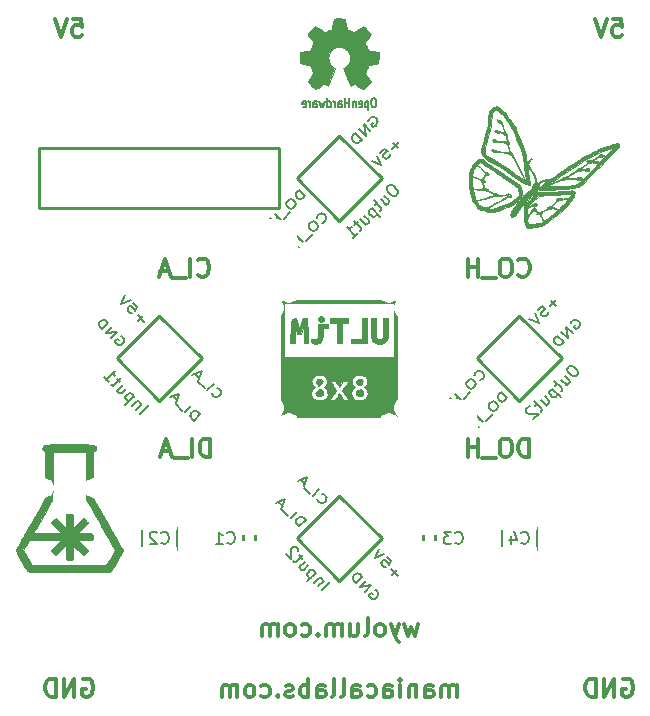
<source format=gbo>
G04 #@! TF.FileFunction,Legend,Bot*
%FSLAX46Y46*%
G04 Gerber Fmt 4.6, Leading zero omitted, Abs format (unit mm)*
G04 Created by KiCad (PCBNEW 4.0.5-e0-6337~49~ubuntu16.04.1) date Sat Dec 31 22:06:36 2016*
%MOMM*%
%LPD*%
G01*
G04 APERTURE LIST*
%ADD10C,0.254000*%
%ADD11C,0.190500*%
%ADD12C,0.304800*%
%ADD13C,0.010000*%
%ADD14C,0.002540*%
%ADD15C,0.150000*%
%ADD16C,0.203200*%
%ADD17C,0.127000*%
%ADD18R,1.930400X1.574800*%
%ADD19C,6.108000*%
%ADD20R,3.008000X2.508000*%
%ADD21C,1.708000*%
%ADD22C,1.905000*%
G04 APERTURE END LIST*
D10*
D11*
X32941769Y50606439D02*
X32984532Y50700518D01*
X33087164Y50803150D01*
X33215453Y50880122D01*
X33335190Y50897228D01*
X33420716Y50880122D01*
X33557558Y50811701D01*
X33634532Y50734728D01*
X33702953Y50597886D01*
X33720058Y50512360D01*
X33702953Y50392622D01*
X33625979Y50264334D01*
X33557558Y50195913D01*
X33429269Y50118939D01*
X33369401Y50110386D01*
X33189796Y50289992D01*
X33326638Y50426834D01*
X33112821Y49751176D02*
X32574006Y50289992D01*
X32702296Y49340651D01*
X32163480Y49879466D01*
X32360190Y48998545D02*
X31821375Y49537361D01*
X31650322Y49366308D01*
X31573350Y49238019D01*
X31556244Y49118282D01*
X31573350Y49032756D01*
X31641771Y48895914D01*
X31718744Y48818940D01*
X31855586Y48750519D01*
X31941112Y48733414D01*
X32060850Y48750519D01*
X32189138Y48827493D01*
X32360190Y48998545D01*
X35511833Y48789005D02*
X34964466Y48241637D01*
X35443412Y48310059D02*
X35032887Y48720585D01*
X33946703Y47890980D02*
X34288807Y48233085D01*
X34579597Y48010717D01*
X34519729Y48002164D01*
X34425650Y47959401D01*
X34254598Y47788349D01*
X34211835Y47694270D01*
X34203281Y47634402D01*
X34220387Y47548875D01*
X34348676Y47420586D01*
X34434203Y47403480D01*
X34494071Y47412033D01*
X34588150Y47454797D01*
X34759202Y47625849D01*
X34801965Y47719927D01*
X34810518Y47779796D01*
X33707229Y47651507D02*
X34006571Y46873217D01*
X33228282Y47172560D01*
X27577770Y44216125D02*
X27038955Y44754940D01*
X26867902Y44583887D01*
X26790929Y44455598D01*
X26773823Y44335862D01*
X26790929Y44250335D01*
X26859350Y44113493D01*
X26936324Y44036520D01*
X27073166Y43968099D01*
X27158692Y43950994D01*
X27278429Y43968099D01*
X27406717Y44045072D01*
X27577770Y44216125D01*
X26183692Y43899677D02*
X26046851Y43762836D01*
X26004088Y43668757D01*
X25986982Y43549020D01*
X26055403Y43412178D01*
X26235008Y43232573D01*
X26371850Y43164152D01*
X26491587Y43181257D01*
X26585666Y43224021D01*
X26722507Y43360862D01*
X26765271Y43454941D01*
X26782376Y43574678D01*
X26713955Y43711520D01*
X26534350Y43891125D01*
X26397508Y43959546D01*
X26277771Y43942440D01*
X26183692Y43899677D01*
X26329087Y42864810D02*
X25781719Y42317442D01*
X25559351Y42197705D02*
X25020535Y42736521D01*
X25277114Y42479942D02*
X24866588Y42069416D01*
X25148825Y41787180D02*
X24610010Y42325995D01*
X29001783Y41971060D02*
X29061651Y41979613D01*
X29189940Y42056587D01*
X29258361Y42125008D01*
X29335335Y42253296D01*
X29352440Y42373034D01*
X29335335Y42458560D01*
X29266914Y42595402D01*
X29189940Y42672375D01*
X29053098Y42740796D01*
X28967572Y42757902D01*
X28847835Y42740796D01*
X28719546Y42663824D01*
X28651125Y42595403D01*
X28574151Y42467113D01*
X28565599Y42407244D01*
X28069546Y42013823D02*
X27932705Y41876982D01*
X27889942Y41782903D01*
X27872836Y41663166D01*
X27941257Y41526324D01*
X28120862Y41346719D01*
X28257704Y41278298D01*
X28377441Y41295403D01*
X28471520Y41338167D01*
X28608361Y41475008D01*
X28651125Y41569087D01*
X28668230Y41688824D01*
X28599809Y41825666D01*
X28420204Y42005271D01*
X28283362Y42073692D01*
X28163625Y42056586D01*
X28069546Y42013823D01*
X28214941Y40978956D02*
X27667573Y40431588D01*
X27445205Y40311851D02*
X26906389Y40850667D01*
X27162968Y40594088D02*
X26752442Y40183562D01*
X27034679Y39901326D02*
X26495864Y40440141D01*
X28616914Y18604071D02*
X28625467Y18544203D01*
X28702441Y18415914D01*
X28770862Y18347493D01*
X28899150Y18270519D01*
X29018888Y18253414D01*
X29104414Y18270519D01*
X29241256Y18338940D01*
X29318229Y18415914D01*
X29386650Y18552756D01*
X29403756Y18638282D01*
X29386650Y18758019D01*
X29309678Y18886308D01*
X29241257Y18954729D01*
X29112967Y19031703D01*
X29053098Y19040255D01*
X28257704Y18860651D02*
X28796520Y19399466D01*
X28035335Y18980387D02*
X27487968Y19527755D01*
X27556389Y19869860D02*
X27214284Y20211965D01*
X27470863Y19647492D02*
X27770204Y20425781D01*
X26991916Y20126439D01*
X27090271Y16256376D02*
X27629086Y16795191D01*
X27458033Y16966244D01*
X27329744Y17043217D01*
X27210008Y17060323D01*
X27124481Y17043217D01*
X26987639Y16974796D01*
X26910666Y16897822D01*
X26842245Y16760980D01*
X26825140Y16675454D01*
X26842245Y16555717D01*
X26919218Y16427429D01*
X27090271Y16256376D01*
X26371850Y16974797D02*
X26910666Y17513612D01*
X26149481Y17094533D02*
X25602114Y17641901D01*
X25670535Y17984006D02*
X25328430Y18326111D01*
X25585009Y17761638D02*
X25884350Y18539927D01*
X25106062Y18240585D01*
X35434859Y12094021D02*
X34887491Y12641388D01*
X34955913Y12162442D02*
X35366439Y12572967D01*
X34536834Y13659151D02*
X34878939Y13317047D01*
X34656571Y13026257D01*
X34648018Y13086125D01*
X34605255Y13180204D01*
X34434203Y13351256D01*
X34340124Y13394019D01*
X34280256Y13402573D01*
X34194729Y13385467D01*
X34066440Y13257178D01*
X34049334Y13171651D01*
X34057887Y13111783D01*
X34100651Y13017704D01*
X34271703Y12846652D01*
X34365781Y12803889D01*
X34425650Y12795336D01*
X34297361Y13898625D02*
X33519071Y13599283D01*
X33818414Y14377572D01*
X33480585Y10892377D02*
X33574664Y10849614D01*
X33677296Y10746982D01*
X33754268Y10618693D01*
X33771374Y10498956D01*
X33754268Y10413430D01*
X33685847Y10276588D01*
X33608874Y10199614D01*
X33472032Y10131193D01*
X33386506Y10114088D01*
X33266768Y10131193D01*
X33138480Y10208167D01*
X33070059Y10276588D01*
X32993085Y10404877D01*
X32984532Y10464745D01*
X33164138Y10644350D01*
X33300980Y10507508D01*
X32625322Y10721325D02*
X33164138Y11260140D01*
X32214797Y11131850D01*
X32753612Y11670666D01*
X31872691Y11473956D02*
X32411507Y12012771D01*
X32240454Y12183824D01*
X32112165Y12260796D01*
X31992428Y12277902D01*
X31906902Y12260796D01*
X31770060Y12192375D01*
X31693086Y12115402D01*
X31624665Y11978560D01*
X31607560Y11893034D01*
X31624665Y11773296D01*
X31701639Y11645008D01*
X31872691Y11473956D01*
X48865979Y35434859D02*
X48318612Y34887491D01*
X48797558Y34955913D02*
X48387033Y35366439D01*
X47300849Y34536834D02*
X47642953Y34878939D01*
X47933743Y34656571D01*
X47873875Y34648018D01*
X47779796Y34605255D01*
X47608744Y34434203D01*
X47565981Y34340124D01*
X47557427Y34280256D01*
X47574533Y34194729D01*
X47702822Y34066440D01*
X47788349Y34049334D01*
X47848217Y34057887D01*
X47942296Y34100651D01*
X48113348Y34271703D01*
X48156111Y34365781D01*
X48164664Y34425650D01*
X47061375Y34297361D02*
X47360717Y33519071D01*
X46582428Y33818414D01*
X50067623Y33480585D02*
X50110386Y33574664D01*
X50213018Y33677296D01*
X50341307Y33754268D01*
X50461044Y33771374D01*
X50546570Y33754268D01*
X50683412Y33685847D01*
X50760386Y33608874D01*
X50828807Y33472032D01*
X50845912Y33386506D01*
X50828807Y33266768D01*
X50751833Y33138480D01*
X50683412Y33070059D01*
X50555123Y32993085D01*
X50495255Y32984532D01*
X50315650Y33164138D01*
X50452492Y33300980D01*
X50238675Y32625322D02*
X49699860Y33164138D01*
X49828150Y32214797D01*
X49289334Y32753612D01*
X49486044Y31872691D02*
X48947229Y32411507D01*
X48776176Y32240454D01*
X48699204Y32112165D01*
X48682098Y31992428D01*
X48699204Y31906902D01*
X48767625Y31770060D01*
X48844598Y31693086D01*
X48981440Y31624665D01*
X49066966Y31607560D01*
X49186704Y31624665D01*
X49314992Y31701639D01*
X49486044Y31872691D01*
X13941387Y33587493D02*
X13394019Y34134860D01*
X13462441Y33655914D02*
X13872967Y34066439D01*
X13043362Y35152623D02*
X13385467Y34810519D01*
X13163099Y34519729D01*
X13154546Y34579597D01*
X13111783Y34673676D01*
X12940731Y34844728D01*
X12846652Y34887491D01*
X12786784Y34896045D01*
X12701257Y34878939D01*
X12572968Y34750650D01*
X12555862Y34665123D01*
X12564415Y34605255D01*
X12607179Y34511176D01*
X12778231Y34340124D01*
X12872309Y34297361D01*
X12932178Y34288808D01*
X12803889Y35392097D02*
X12025599Y35092755D01*
X12324942Y35871044D01*
X11987113Y32385849D02*
X12081192Y32343086D01*
X12183824Y32240454D01*
X12260796Y32112165D01*
X12277902Y31992428D01*
X12260796Y31906902D01*
X12192375Y31770060D01*
X12115402Y31693086D01*
X11978560Y31624665D01*
X11893034Y31607560D01*
X11773296Y31624665D01*
X11645008Y31701639D01*
X11576587Y31770060D01*
X11499613Y31898349D01*
X11491060Y31958217D01*
X11670666Y32137822D01*
X11807508Y32000980D01*
X11131850Y32214797D02*
X11670666Y32753612D01*
X10721325Y32625322D01*
X11260140Y33164138D01*
X10379219Y32967428D02*
X10918035Y33506243D01*
X10746982Y33677296D01*
X10618693Y33754268D01*
X10498956Y33771374D01*
X10413430Y33754268D01*
X10276588Y33685847D01*
X10199614Y33608874D01*
X10131193Y33472032D01*
X10114088Y33386506D01*
X10131193Y33266768D01*
X10208167Y33138480D01*
X10379219Y32967428D01*
D10*
X5080000Y43180000D02*
X5080000Y48260000D01*
X25400000Y43180000D02*
X5080000Y43180000D01*
X25400000Y48260000D02*
X25400000Y43180000D01*
X5080000Y48260000D02*
X25400000Y48260000D01*
D12*
X37156571Y7997371D02*
X36866285Y6981371D01*
X36575999Y7707086D01*
X36285714Y6981371D01*
X35995428Y7997371D01*
X35560000Y7997371D02*
X35197143Y6981371D01*
X34834285Y7997371D02*
X35197143Y6981371D01*
X35342285Y6618514D01*
X35414857Y6545943D01*
X35560000Y6473371D01*
X34036000Y6981371D02*
X34181142Y7053943D01*
X34253714Y7126514D01*
X34326285Y7271657D01*
X34326285Y7707086D01*
X34253714Y7852229D01*
X34181142Y7924800D01*
X34036000Y7997371D01*
X33818285Y7997371D01*
X33673142Y7924800D01*
X33600571Y7852229D01*
X33528000Y7707086D01*
X33528000Y7271657D01*
X33600571Y7126514D01*
X33673142Y7053943D01*
X33818285Y6981371D01*
X34036000Y6981371D01*
X32657143Y6981371D02*
X32802285Y7053943D01*
X32874857Y7199086D01*
X32874857Y8505371D01*
X31423428Y7997371D02*
X31423428Y6981371D01*
X32076571Y7997371D02*
X32076571Y7199086D01*
X32003999Y7053943D01*
X31858857Y6981371D01*
X31641142Y6981371D01*
X31495999Y7053943D01*
X31423428Y7126514D01*
X30697714Y6981371D02*
X30697714Y7997371D01*
X30697714Y7852229D02*
X30625142Y7924800D01*
X30480000Y7997371D01*
X30262285Y7997371D01*
X30117142Y7924800D01*
X30044571Y7779657D01*
X30044571Y6981371D01*
X30044571Y7779657D02*
X29972000Y7924800D01*
X29826857Y7997371D01*
X29609142Y7997371D01*
X29464000Y7924800D01*
X29391428Y7779657D01*
X29391428Y6981371D01*
X28665714Y7126514D02*
X28593142Y7053943D01*
X28665714Y6981371D01*
X28738285Y7053943D01*
X28665714Y7126514D01*
X28665714Y6981371D01*
X27286857Y7053943D02*
X27432000Y6981371D01*
X27722286Y6981371D01*
X27867428Y7053943D01*
X27940000Y7126514D01*
X28012571Y7271657D01*
X28012571Y7707086D01*
X27940000Y7852229D01*
X27867428Y7924800D01*
X27722286Y7997371D01*
X27432000Y7997371D01*
X27286857Y7924800D01*
X26416000Y6981371D02*
X26561142Y7053943D01*
X26633714Y7126514D01*
X26706285Y7271657D01*
X26706285Y7707086D01*
X26633714Y7852229D01*
X26561142Y7924800D01*
X26416000Y7997371D01*
X26198285Y7997371D01*
X26053142Y7924800D01*
X25980571Y7852229D01*
X25908000Y7707086D01*
X25908000Y7271657D01*
X25980571Y7126514D01*
X26053142Y7053943D01*
X26198285Y6981371D01*
X26416000Y6981371D01*
X25254857Y6981371D02*
X25254857Y7997371D01*
X25254857Y7852229D02*
X25182285Y7924800D01*
X25037143Y7997371D01*
X24819428Y7997371D01*
X24674285Y7924800D01*
X24601714Y7779657D01*
X24601714Y6981371D01*
X24601714Y7779657D02*
X24529143Y7924800D01*
X24384000Y7997371D01*
X24166285Y7997371D01*
X24021143Y7924800D01*
X23948571Y7779657D01*
X23948571Y6981371D01*
X40422285Y1799771D02*
X40422285Y2815771D01*
X40422285Y2670629D02*
X40349713Y2743200D01*
X40204571Y2815771D01*
X39986856Y2815771D01*
X39841713Y2743200D01*
X39769142Y2598057D01*
X39769142Y1799771D01*
X39769142Y2598057D02*
X39696571Y2743200D01*
X39551428Y2815771D01*
X39333713Y2815771D01*
X39188571Y2743200D01*
X39115999Y2598057D01*
X39115999Y1799771D01*
X37737142Y1799771D02*
X37737142Y2598057D01*
X37809713Y2743200D01*
X37954856Y2815771D01*
X38245142Y2815771D01*
X38390285Y2743200D01*
X37737142Y1872343D02*
X37882285Y1799771D01*
X38245142Y1799771D01*
X38390285Y1872343D01*
X38462856Y2017486D01*
X38462856Y2162629D01*
X38390285Y2307771D01*
X38245142Y2380343D01*
X37882285Y2380343D01*
X37737142Y2452914D01*
X37011428Y2815771D02*
X37011428Y1799771D01*
X37011428Y2670629D02*
X36938856Y2743200D01*
X36793714Y2815771D01*
X36575999Y2815771D01*
X36430856Y2743200D01*
X36358285Y2598057D01*
X36358285Y1799771D01*
X35632571Y1799771D02*
X35632571Y2815771D01*
X35632571Y3323771D02*
X35705142Y3251200D01*
X35632571Y3178629D01*
X35559999Y3251200D01*
X35632571Y3323771D01*
X35632571Y3178629D01*
X34253714Y1799771D02*
X34253714Y2598057D01*
X34326285Y2743200D01*
X34471428Y2815771D01*
X34761714Y2815771D01*
X34906857Y2743200D01*
X34253714Y1872343D02*
X34398857Y1799771D01*
X34761714Y1799771D01*
X34906857Y1872343D01*
X34979428Y2017486D01*
X34979428Y2162629D01*
X34906857Y2307771D01*
X34761714Y2380343D01*
X34398857Y2380343D01*
X34253714Y2452914D01*
X32874857Y1872343D02*
X33020000Y1799771D01*
X33310286Y1799771D01*
X33455428Y1872343D01*
X33528000Y1944914D01*
X33600571Y2090057D01*
X33600571Y2525486D01*
X33528000Y2670629D01*
X33455428Y2743200D01*
X33310286Y2815771D01*
X33020000Y2815771D01*
X32874857Y2743200D01*
X31568571Y1799771D02*
X31568571Y2598057D01*
X31641142Y2743200D01*
X31786285Y2815771D01*
X32076571Y2815771D01*
X32221714Y2743200D01*
X31568571Y1872343D02*
X31713714Y1799771D01*
X32076571Y1799771D01*
X32221714Y1872343D01*
X32294285Y2017486D01*
X32294285Y2162629D01*
X32221714Y2307771D01*
X32076571Y2380343D01*
X31713714Y2380343D01*
X31568571Y2452914D01*
X30625143Y1799771D02*
X30770285Y1872343D01*
X30842857Y2017486D01*
X30842857Y3323771D01*
X29826857Y1799771D02*
X29971999Y1872343D01*
X30044571Y2017486D01*
X30044571Y3323771D01*
X28593142Y1799771D02*
X28593142Y2598057D01*
X28665713Y2743200D01*
X28810856Y2815771D01*
X29101142Y2815771D01*
X29246285Y2743200D01*
X28593142Y1872343D02*
X28738285Y1799771D01*
X29101142Y1799771D01*
X29246285Y1872343D01*
X29318856Y2017486D01*
X29318856Y2162629D01*
X29246285Y2307771D01*
X29101142Y2380343D01*
X28738285Y2380343D01*
X28593142Y2452914D01*
X27867428Y1799771D02*
X27867428Y3323771D01*
X27867428Y2743200D02*
X27722285Y2815771D01*
X27431999Y2815771D01*
X27286856Y2743200D01*
X27214285Y2670629D01*
X27141714Y2525486D01*
X27141714Y2090057D01*
X27214285Y1944914D01*
X27286856Y1872343D01*
X27431999Y1799771D01*
X27722285Y1799771D01*
X27867428Y1872343D01*
X26561142Y1872343D02*
X26415999Y1799771D01*
X26125714Y1799771D01*
X25980571Y1872343D01*
X25907999Y2017486D01*
X25907999Y2090057D01*
X25980571Y2235200D01*
X26125714Y2307771D01*
X26343428Y2307771D01*
X26488571Y2380343D01*
X26561142Y2525486D01*
X26561142Y2598057D01*
X26488571Y2743200D01*
X26343428Y2815771D01*
X26125714Y2815771D01*
X25980571Y2743200D01*
X25254857Y1944914D02*
X25182285Y1872343D01*
X25254857Y1799771D01*
X25327428Y1872343D01*
X25254857Y1944914D01*
X25254857Y1799771D01*
X23876000Y1872343D02*
X24021143Y1799771D01*
X24311429Y1799771D01*
X24456571Y1872343D01*
X24529143Y1944914D01*
X24601714Y2090057D01*
X24601714Y2525486D01*
X24529143Y2670629D01*
X24456571Y2743200D01*
X24311429Y2815771D01*
X24021143Y2815771D01*
X23876000Y2743200D01*
X23005143Y1799771D02*
X23150285Y1872343D01*
X23222857Y1944914D01*
X23295428Y2090057D01*
X23295428Y2525486D01*
X23222857Y2670629D01*
X23150285Y2743200D01*
X23005143Y2815771D01*
X22787428Y2815771D01*
X22642285Y2743200D01*
X22569714Y2670629D01*
X22497143Y2525486D01*
X22497143Y2090057D01*
X22569714Y1944914D01*
X22642285Y1872343D01*
X22787428Y1799771D01*
X23005143Y1799771D01*
X21844000Y1799771D02*
X21844000Y2815771D01*
X21844000Y2670629D02*
X21771428Y2743200D01*
X21626286Y2815771D01*
X21408571Y2815771D01*
X21263428Y2743200D01*
X21190857Y2598057D01*
X21190857Y1799771D01*
X21190857Y2598057D02*
X21118286Y2743200D01*
X20973143Y2815771D01*
X20755428Y2815771D01*
X20610286Y2743200D01*
X20537714Y2598057D01*
X20537714Y1799771D01*
D11*
X42355929Y28616914D02*
X42415797Y28625467D01*
X42544086Y28702441D01*
X42612507Y28770862D01*
X42689481Y28899150D01*
X42706586Y29018888D01*
X42689481Y29104414D01*
X42621060Y29241256D01*
X42544086Y29318229D01*
X42407244Y29386650D01*
X42321718Y29403756D01*
X42201981Y29386650D01*
X42073692Y29309678D01*
X42005271Y29241257D01*
X41928297Y29112967D01*
X41919745Y29053098D01*
X41423692Y28659677D02*
X41286851Y28522836D01*
X41244088Y28428757D01*
X41226982Y28309020D01*
X41295403Y28172178D01*
X41475008Y27992573D01*
X41611850Y27924152D01*
X41731587Y27941257D01*
X41825666Y27984021D01*
X41962507Y28120862D01*
X42005271Y28214941D01*
X42022376Y28334678D01*
X41953955Y28471520D01*
X41774350Y28651125D01*
X41637508Y28719546D01*
X41517771Y28702440D01*
X41423692Y28659677D01*
X41569087Y27624810D02*
X41021719Y27077442D01*
X40799351Y26957705D02*
X40260535Y27496521D01*
X40517114Y27239942D02*
X40106588Y26829416D01*
X40388825Y26547180D02*
X39850010Y27085995D01*
X44703624Y27090271D02*
X44164809Y27629086D01*
X43993756Y27458033D01*
X43916783Y27329744D01*
X43899677Y27210008D01*
X43916783Y27124481D01*
X43985204Y26987639D01*
X44062178Y26910666D01*
X44199020Y26842245D01*
X44284546Y26825140D01*
X44404283Y26842245D01*
X44532571Y26919218D01*
X44703624Y27090271D01*
X43309546Y26773823D02*
X43172705Y26636982D01*
X43129942Y26542903D01*
X43112836Y26423166D01*
X43181257Y26286324D01*
X43360862Y26106719D01*
X43497704Y26038298D01*
X43617441Y26055403D01*
X43711520Y26098167D01*
X43848361Y26235008D01*
X43891125Y26329087D01*
X43908230Y26448824D01*
X43839809Y26585666D01*
X43660204Y26765271D01*
X43523362Y26833692D01*
X43403625Y26816586D01*
X43309546Y26773823D01*
X43454941Y25738956D02*
X42907573Y25191588D01*
X42685205Y25071851D02*
X42146389Y25610667D01*
X42402968Y25354088D02*
X41992442Y24943562D01*
X42274679Y24661326D02*
X41735864Y25200141D01*
X19664597Y27556389D02*
X19673149Y27496520D01*
X19750124Y27368231D01*
X19818545Y27299810D01*
X19946833Y27222836D01*
X20066570Y27205732D01*
X20152096Y27222836D01*
X20288938Y27291258D01*
X20365912Y27368231D01*
X20434333Y27505073D01*
X20451439Y27590600D01*
X20434333Y27710336D01*
X20357360Y27838625D01*
X20288939Y27907046D01*
X20160649Y27984020D01*
X20100781Y27992572D01*
X19305387Y27812968D02*
X19844202Y28351783D01*
X19083018Y27932705D02*
X18535650Y28480072D01*
X18604071Y28822178D02*
X18261967Y29164282D01*
X18518545Y28599810D02*
X18817887Y29378099D01*
X18039598Y29078756D01*
X18137953Y25208694D02*
X18676769Y25747509D01*
X18505716Y25918562D01*
X18377427Y25995534D01*
X18257690Y26012640D01*
X18172164Y25995534D01*
X18035322Y25927113D01*
X17958348Y25850140D01*
X17889927Y25713298D01*
X17872822Y25627772D01*
X17889927Y25508034D01*
X17966901Y25379746D01*
X18137953Y25208694D01*
X17419533Y25927114D02*
X17958348Y26465929D01*
X17197164Y26046851D02*
X16649796Y26594218D01*
X16718217Y26936324D02*
X16376113Y27278428D01*
X16632691Y26713956D02*
X16932033Y27492245D01*
X16153744Y27192902D01*
D10*
X37592000Y15494000D02*
X37592000Y14986000D01*
X38608000Y14986000D02*
X38608000Y15494000D01*
X22352000Y15494000D02*
X22352000Y14986000D01*
X23368000Y14986000D02*
X23368000Y15494000D01*
D13*
G36*
X29876476Y35394855D02*
X29331460Y35394709D01*
X28833256Y35394447D01*
X28379868Y35394056D01*
X27969302Y35393522D01*
X27599564Y35392830D01*
X27268659Y35391966D01*
X26974593Y35390916D01*
X26715372Y35389665D01*
X26489000Y35388200D01*
X26293484Y35386505D01*
X26126830Y35384567D01*
X25987042Y35382371D01*
X25872126Y35379903D01*
X25780089Y35377150D01*
X25708934Y35374096D01*
X25656669Y35370727D01*
X25621298Y35367029D01*
X25600828Y35362989D01*
X25594404Y35360040D01*
X25589340Y35353203D01*
X25584697Y35340047D01*
X25580457Y35318460D01*
X25576603Y35286326D01*
X25573115Y35241533D01*
X25569977Y35181965D01*
X25567169Y35105510D01*
X25564674Y35010052D01*
X25562473Y34893479D01*
X25560549Y34753675D01*
X25558883Y34588527D01*
X25557457Y34395921D01*
X25556253Y34173743D01*
X25555252Y33919879D01*
X25554437Y33632215D01*
X25553789Y33308637D01*
X25553291Y32947031D01*
X25552923Y32545282D01*
X25552668Y32101277D01*
X25552509Y31612903D01*
X25552425Y31078044D01*
X25552401Y30494587D01*
X25552400Y30469270D01*
X25552470Y29856434D01*
X25552685Y29292717D01*
X25553056Y28776441D01*
X25553595Y28305926D01*
X25554310Y27879491D01*
X25555213Y27495458D01*
X25556314Y27152147D01*
X25557624Y26847877D01*
X25559153Y26580970D01*
X25560912Y26349745D01*
X25562910Y26152523D01*
X25565159Y25987625D01*
X25567670Y25853369D01*
X25570451Y25748077D01*
X25573515Y25670070D01*
X25576871Y25617667D01*
X25580530Y25589188D01*
X25582881Y25582880D01*
X25597782Y25579034D01*
X25635599Y25575497D01*
X25698010Y25572259D01*
X25786694Y25569309D01*
X25903333Y25566637D01*
X26049605Y25564232D01*
X26227190Y25562084D01*
X26437768Y25560182D01*
X26683019Y25558516D01*
X26964622Y25557076D01*
X27284256Y25555851D01*
X27643603Y25554830D01*
X28044340Y25554003D01*
X28488149Y25553359D01*
X28976709Y25552889D01*
X29511699Y25552581D01*
X30094799Y25552425D01*
X30469270Y25552400D01*
X31054792Y25552423D01*
X31591627Y25552504D01*
X32081891Y25552660D01*
X32527696Y25552910D01*
X32931158Y25553273D01*
X33294389Y25553765D01*
X33619505Y25554407D01*
X33908619Y25555214D01*
X34163844Y25556207D01*
X34387296Y25557403D01*
X34581088Y25558819D01*
X34747334Y25560475D01*
X34888149Y25562388D01*
X35005645Y25564577D01*
X35101938Y25567059D01*
X35179140Y25569854D01*
X35239367Y25572978D01*
X35284732Y25576450D01*
X35317350Y25580289D01*
X35339333Y25584513D01*
X35352797Y25589139D01*
X35359855Y25594185D01*
X35360040Y25594404D01*
X35364322Y25605890D01*
X35368252Y25630921D01*
X35371842Y25671491D01*
X35375108Y25729595D01*
X35378065Y25807228D01*
X35380725Y25906384D01*
X35383104Y26029057D01*
X35385215Y26177242D01*
X35387074Y26352933D01*
X35388694Y26558125D01*
X35390089Y26794811D01*
X35391274Y27064988D01*
X35392263Y27370648D01*
X35392390Y27424867D01*
X32889508Y27424867D01*
X32849291Y27275955D01*
X32767406Y27145315D01*
X32646764Y27039898D01*
X32507613Y26972391D01*
X32360060Y26938582D01*
X32189452Y26926031D01*
X32019058Y26935149D01*
X31887961Y26961371D01*
X31818044Y26992289D01*
X31233993Y26992289D01*
X31211742Y26981651D01*
X31158095Y26977738D01*
X31064368Y26979178D01*
X31037639Y26980073D01*
X30827016Y26987500D01*
X30710658Y27181065D01*
X30651045Y27278213D01*
X30594601Y27366732D01*
X30551084Y27431421D01*
X30541658Y27444373D01*
X30489016Y27514116D01*
X30400538Y27390508D01*
X30336914Y27297513D01*
X30267072Y27189365D01*
X30224996Y27120850D01*
X30137932Y26974800D01*
X29927966Y26974800D01*
X29831891Y26976926D01*
X29758935Y26982586D01*
X29720916Y26990709D01*
X29718049Y26993850D01*
X29731351Y27027272D01*
X29767339Y27093479D01*
X29820246Y27183177D01*
X29884304Y27287070D01*
X29953745Y27395860D01*
X30022801Y27500251D01*
X30025181Y27503683D01*
X29497353Y27503683D01*
X29482124Y27347212D01*
X29425561Y27202242D01*
X29365688Y27118148D01*
X29309659Y27072050D01*
X29224191Y27020525D01*
X29128112Y26973988D01*
X29057600Y26947753D01*
X28982735Y26934805D01*
X28875746Y26928089D01*
X28754920Y26927521D01*
X28638538Y26933017D01*
X28544886Y26944493D01*
X28519697Y26950226D01*
X28360772Y27016945D01*
X28232899Y27115995D01*
X28139667Y27240079D01*
X28084665Y27381897D01*
X28071482Y27534152D01*
X28103708Y27689545D01*
X28128006Y27746677D01*
X28169987Y27822610D01*
X28219327Y27886181D01*
X28287867Y27950101D01*
X28387448Y28027083D01*
X28392967Y28031145D01*
X28381277Y28050738D01*
X28342293Y28095055D01*
X28298718Y28140083D01*
X28198479Y28271736D01*
X28140924Y28417114D01*
X28125046Y28567598D01*
X28149837Y28714569D01*
X28214291Y28849407D01*
X28317400Y28963495D01*
X28401649Y29020779D01*
X28470913Y29056565D01*
X28531802Y29078752D01*
X28600350Y29090532D01*
X28692593Y29095093D01*
X28778200Y29095700D01*
X28927527Y29090681D01*
X29041305Y29072430D01*
X29134081Y29036161D01*
X29220401Y28977089D01*
X29269418Y28934051D01*
X29369049Y28810193D01*
X29429765Y28666431D01*
X29451038Y28513311D01*
X29432338Y28361374D01*
X29373137Y28221165D01*
X29309352Y28137772D01*
X29210347Y28033696D01*
X29302526Y27944173D01*
X29406805Y27811957D01*
X29471997Y27661862D01*
X29497353Y27503683D01*
X30025181Y27503683D01*
X30085705Y27590949D01*
X30104856Y27617272D01*
X30232472Y27789844D01*
X29987936Y28156878D01*
X29908281Y28277140D01*
X29839480Y28382358D01*
X29786095Y28465445D01*
X29752688Y28519316D01*
X29743400Y28536756D01*
X29766795Y28542720D01*
X29828967Y28547211D01*
X29917900Y28549471D01*
X29946726Y28549600D01*
X30150052Y28549600D01*
X30304806Y28308300D01*
X30367046Y28212319D01*
X30418849Y28134437D01*
X30454431Y28083219D01*
X30467792Y28067000D01*
X30484796Y28086434D01*
X30524894Y28139286D01*
X30582015Y28217383D01*
X30647073Y28308300D01*
X30818123Y28549600D01*
X31030956Y28549600D01*
X31109508Y28550509D01*
X31166872Y28549673D01*
X31202040Y28541754D01*
X31214003Y28521411D01*
X31201753Y28483306D01*
X31164283Y28422097D01*
X31100585Y28332446D01*
X31009652Y28209012D01*
X30951853Y28130500D01*
X30870050Y28018130D01*
X30799982Y27920207D01*
X30746724Y27843956D01*
X30715348Y27796601D01*
X30709091Y27784743D01*
X30723399Y27757588D01*
X30760437Y27705582D01*
X30787824Y27670443D01*
X30834713Y27608597D01*
X30897148Y27521576D01*
X30968625Y27419002D01*
X31042642Y27310495D01*
X31112697Y27205676D01*
X31172286Y27114165D01*
X31214906Y27045584D01*
X31233535Y27011025D01*
X31233993Y26992289D01*
X31818044Y26992289D01*
X31726908Y27032590D01*
X31602660Y27137291D01*
X31517963Y27271835D01*
X31475564Y27432585D01*
X31471018Y27513539D01*
X31490198Y27674872D01*
X31549693Y27809091D01*
X31653833Y27924939D01*
X31688720Y27953102D01*
X31792248Y28032065D01*
X31687133Y28148168D01*
X31592604Y28283814D01*
X31537555Y28432031D01*
X31521751Y28583643D01*
X31544960Y28729469D01*
X31606946Y28860330D01*
X31707478Y28967048D01*
X31707991Y28967440D01*
X31854527Y29049248D01*
X32024427Y29095543D01*
X32204735Y29106325D01*
X32382495Y29081593D01*
X32544751Y29021348D01*
X32630179Y28967464D01*
X32722148Y28869464D01*
X32792728Y28739386D01*
X32834217Y28594073D01*
X32841952Y28504335D01*
X32825064Y28349173D01*
X32770494Y28220832D01*
X32683509Y28116817D01*
X32595807Y28033369D01*
X32684929Y27955120D01*
X32749204Y27884020D01*
X32810469Y27793051D01*
X32833277Y27749685D01*
X32885141Y27585094D01*
X32889508Y27424867D01*
X35392390Y27424867D01*
X35393070Y27713786D01*
X35393710Y28096398D01*
X35394197Y28520476D01*
X35394544Y28988016D01*
X35394767Y29501013D01*
X35394880Y30061460D01*
X35394900Y30470297D01*
X35394885Y31053053D01*
X35394824Y31587149D01*
X35394700Y32074723D01*
X35394490Y32517914D01*
X35394177Y32918862D01*
X35393739Y33279706D01*
X35393157Y33602584D01*
X35392412Y33889637D01*
X35391482Y34143004D01*
X35390349Y34364823D01*
X35388992Y34557233D01*
X35387392Y34722375D01*
X35385528Y34862386D01*
X35383381Y34979407D01*
X35380931Y35075576D01*
X35379048Y35128200D01*
X35128200Y35128200D01*
X35128200Y30607000D01*
X25806400Y30607000D01*
X25806400Y35128200D01*
X35128200Y35128200D01*
X35379048Y35128200D01*
X35378158Y35153033D01*
X35375042Y35213916D01*
X35371563Y35260366D01*
X35367702Y35294520D01*
X35363438Y35318518D01*
X35358751Y35334500D01*
X35353622Y35344605D01*
X35349543Y35349543D01*
X35342404Y35355011D01*
X35330965Y35360022D01*
X35313087Y35364596D01*
X35286633Y35368753D01*
X35249461Y35372512D01*
X35199433Y35375894D01*
X35134411Y35378918D01*
X35052254Y35381604D01*
X34950823Y35383973D01*
X34827980Y35386044D01*
X34681585Y35387836D01*
X34509500Y35389371D01*
X34309584Y35390667D01*
X34079698Y35391745D01*
X33817705Y35392624D01*
X33521464Y35393325D01*
X33188836Y35393867D01*
X32817682Y35394270D01*
X32405862Y35394555D01*
X31951239Y35394740D01*
X31451672Y35394846D01*
X30905023Y35394892D01*
X30470297Y35394900D01*
X29876476Y35394855D01*
X29876476Y35394855D01*
G37*
X29876476Y35394855D02*
X29331460Y35394709D01*
X28833256Y35394447D01*
X28379868Y35394056D01*
X27969302Y35393522D01*
X27599564Y35392830D01*
X27268659Y35391966D01*
X26974593Y35390916D01*
X26715372Y35389665D01*
X26489000Y35388200D01*
X26293484Y35386505D01*
X26126830Y35384567D01*
X25987042Y35382371D01*
X25872126Y35379903D01*
X25780089Y35377150D01*
X25708934Y35374096D01*
X25656669Y35370727D01*
X25621298Y35367029D01*
X25600828Y35362989D01*
X25594404Y35360040D01*
X25589340Y35353203D01*
X25584697Y35340047D01*
X25580457Y35318460D01*
X25576603Y35286326D01*
X25573115Y35241533D01*
X25569977Y35181965D01*
X25567169Y35105510D01*
X25564674Y35010052D01*
X25562473Y34893479D01*
X25560549Y34753675D01*
X25558883Y34588527D01*
X25557457Y34395921D01*
X25556253Y34173743D01*
X25555252Y33919879D01*
X25554437Y33632215D01*
X25553789Y33308637D01*
X25553291Y32947031D01*
X25552923Y32545282D01*
X25552668Y32101277D01*
X25552509Y31612903D01*
X25552425Y31078044D01*
X25552401Y30494587D01*
X25552400Y30469270D01*
X25552470Y29856434D01*
X25552685Y29292717D01*
X25553056Y28776441D01*
X25553595Y28305926D01*
X25554310Y27879491D01*
X25555213Y27495458D01*
X25556314Y27152147D01*
X25557624Y26847877D01*
X25559153Y26580970D01*
X25560912Y26349745D01*
X25562910Y26152523D01*
X25565159Y25987625D01*
X25567670Y25853369D01*
X25570451Y25748077D01*
X25573515Y25670070D01*
X25576871Y25617667D01*
X25580530Y25589188D01*
X25582881Y25582880D01*
X25597782Y25579034D01*
X25635599Y25575497D01*
X25698010Y25572259D01*
X25786694Y25569309D01*
X25903333Y25566637D01*
X26049605Y25564232D01*
X26227190Y25562084D01*
X26437768Y25560182D01*
X26683019Y25558516D01*
X26964622Y25557076D01*
X27284256Y25555851D01*
X27643603Y25554830D01*
X28044340Y25554003D01*
X28488149Y25553359D01*
X28976709Y25552889D01*
X29511699Y25552581D01*
X30094799Y25552425D01*
X30469270Y25552400D01*
X31054792Y25552423D01*
X31591627Y25552504D01*
X32081891Y25552660D01*
X32527696Y25552910D01*
X32931158Y25553273D01*
X33294389Y25553765D01*
X33619505Y25554407D01*
X33908619Y25555214D01*
X34163844Y25556207D01*
X34387296Y25557403D01*
X34581088Y25558819D01*
X34747334Y25560475D01*
X34888149Y25562388D01*
X35005645Y25564577D01*
X35101938Y25567059D01*
X35179140Y25569854D01*
X35239367Y25572978D01*
X35284732Y25576450D01*
X35317350Y25580289D01*
X35339333Y25584513D01*
X35352797Y25589139D01*
X35359855Y25594185D01*
X35360040Y25594404D01*
X35364322Y25605890D01*
X35368252Y25630921D01*
X35371842Y25671491D01*
X35375108Y25729595D01*
X35378065Y25807228D01*
X35380725Y25906384D01*
X35383104Y26029057D01*
X35385215Y26177242D01*
X35387074Y26352933D01*
X35388694Y26558125D01*
X35390089Y26794811D01*
X35391274Y27064988D01*
X35392263Y27370648D01*
X35392390Y27424867D01*
X32889508Y27424867D01*
X32849291Y27275955D01*
X32767406Y27145315D01*
X32646764Y27039898D01*
X32507613Y26972391D01*
X32360060Y26938582D01*
X32189452Y26926031D01*
X32019058Y26935149D01*
X31887961Y26961371D01*
X31818044Y26992289D01*
X31233993Y26992289D01*
X31211742Y26981651D01*
X31158095Y26977738D01*
X31064368Y26979178D01*
X31037639Y26980073D01*
X30827016Y26987500D01*
X30710658Y27181065D01*
X30651045Y27278213D01*
X30594601Y27366732D01*
X30551084Y27431421D01*
X30541658Y27444373D01*
X30489016Y27514116D01*
X30400538Y27390508D01*
X30336914Y27297513D01*
X30267072Y27189365D01*
X30224996Y27120850D01*
X30137932Y26974800D01*
X29927966Y26974800D01*
X29831891Y26976926D01*
X29758935Y26982586D01*
X29720916Y26990709D01*
X29718049Y26993850D01*
X29731351Y27027272D01*
X29767339Y27093479D01*
X29820246Y27183177D01*
X29884304Y27287070D01*
X29953745Y27395860D01*
X30022801Y27500251D01*
X30025181Y27503683D01*
X29497353Y27503683D01*
X29482124Y27347212D01*
X29425561Y27202242D01*
X29365688Y27118148D01*
X29309659Y27072050D01*
X29224191Y27020525D01*
X29128112Y26973988D01*
X29057600Y26947753D01*
X28982735Y26934805D01*
X28875746Y26928089D01*
X28754920Y26927521D01*
X28638538Y26933017D01*
X28544886Y26944493D01*
X28519697Y26950226D01*
X28360772Y27016945D01*
X28232899Y27115995D01*
X28139667Y27240079D01*
X28084665Y27381897D01*
X28071482Y27534152D01*
X28103708Y27689545D01*
X28128006Y27746677D01*
X28169987Y27822610D01*
X28219327Y27886181D01*
X28287867Y27950101D01*
X28387448Y28027083D01*
X28392967Y28031145D01*
X28381277Y28050738D01*
X28342293Y28095055D01*
X28298718Y28140083D01*
X28198479Y28271736D01*
X28140924Y28417114D01*
X28125046Y28567598D01*
X28149837Y28714569D01*
X28214291Y28849407D01*
X28317400Y28963495D01*
X28401649Y29020779D01*
X28470913Y29056565D01*
X28531802Y29078752D01*
X28600350Y29090532D01*
X28692593Y29095093D01*
X28778200Y29095700D01*
X28927527Y29090681D01*
X29041305Y29072430D01*
X29134081Y29036161D01*
X29220401Y28977089D01*
X29269418Y28934051D01*
X29369049Y28810193D01*
X29429765Y28666431D01*
X29451038Y28513311D01*
X29432338Y28361374D01*
X29373137Y28221165D01*
X29309352Y28137772D01*
X29210347Y28033696D01*
X29302526Y27944173D01*
X29406805Y27811957D01*
X29471997Y27661862D01*
X29497353Y27503683D01*
X30025181Y27503683D01*
X30085705Y27590949D01*
X30104856Y27617272D01*
X30232472Y27789844D01*
X29987936Y28156878D01*
X29908281Y28277140D01*
X29839480Y28382358D01*
X29786095Y28465445D01*
X29752688Y28519316D01*
X29743400Y28536756D01*
X29766795Y28542720D01*
X29828967Y28547211D01*
X29917900Y28549471D01*
X29946726Y28549600D01*
X30150052Y28549600D01*
X30304806Y28308300D01*
X30367046Y28212319D01*
X30418849Y28134437D01*
X30454431Y28083219D01*
X30467792Y28067000D01*
X30484796Y28086434D01*
X30524894Y28139286D01*
X30582015Y28217383D01*
X30647073Y28308300D01*
X30818123Y28549600D01*
X31030956Y28549600D01*
X31109508Y28550509D01*
X31166872Y28549673D01*
X31202040Y28541754D01*
X31214003Y28521411D01*
X31201753Y28483306D01*
X31164283Y28422097D01*
X31100585Y28332446D01*
X31009652Y28209012D01*
X30951853Y28130500D01*
X30870050Y28018130D01*
X30799982Y27920207D01*
X30746724Y27843956D01*
X30715348Y27796601D01*
X30709091Y27784743D01*
X30723399Y27757588D01*
X30760437Y27705582D01*
X30787824Y27670443D01*
X30834713Y27608597D01*
X30897148Y27521576D01*
X30968625Y27419002D01*
X31042642Y27310495D01*
X31112697Y27205676D01*
X31172286Y27114165D01*
X31214906Y27045584D01*
X31233535Y27011025D01*
X31233993Y26992289D01*
X31818044Y26992289D01*
X31726908Y27032590D01*
X31602660Y27137291D01*
X31517963Y27271835D01*
X31475564Y27432585D01*
X31471018Y27513539D01*
X31490198Y27674872D01*
X31549693Y27809091D01*
X31653833Y27924939D01*
X31688720Y27953102D01*
X31792248Y28032065D01*
X31687133Y28148168D01*
X31592604Y28283814D01*
X31537555Y28432031D01*
X31521751Y28583643D01*
X31544960Y28729469D01*
X31606946Y28860330D01*
X31707478Y28967048D01*
X31707991Y28967440D01*
X31854527Y29049248D01*
X32024427Y29095543D01*
X32204735Y29106325D01*
X32382495Y29081593D01*
X32544751Y29021348D01*
X32630179Y28967464D01*
X32722148Y28869464D01*
X32792728Y28739386D01*
X32834217Y28594073D01*
X32841952Y28504335D01*
X32825064Y28349173D01*
X32770494Y28220832D01*
X32683509Y28116817D01*
X32595807Y28033369D01*
X32684929Y27955120D01*
X32749204Y27884020D01*
X32810469Y27793051D01*
X32833277Y27749685D01*
X32885141Y27585094D01*
X32889508Y27424867D01*
X35392390Y27424867D01*
X35393070Y27713786D01*
X35393710Y28096398D01*
X35394197Y28520476D01*
X35394544Y28988016D01*
X35394767Y29501013D01*
X35394880Y30061460D01*
X35394900Y30470297D01*
X35394885Y31053053D01*
X35394824Y31587149D01*
X35394700Y32074723D01*
X35394490Y32517914D01*
X35394177Y32918862D01*
X35393739Y33279706D01*
X35393157Y33602584D01*
X35392412Y33889637D01*
X35391482Y34143004D01*
X35390349Y34364823D01*
X35388992Y34557233D01*
X35387392Y34722375D01*
X35385528Y34862386D01*
X35383381Y34979407D01*
X35380931Y35075576D01*
X35379048Y35128200D01*
X35128200Y35128200D01*
X35128200Y30607000D01*
X25806400Y30607000D01*
X25806400Y35128200D01*
X35128200Y35128200D01*
X35379048Y35128200D01*
X35378158Y35153033D01*
X35375042Y35213916D01*
X35371563Y35260366D01*
X35367702Y35294520D01*
X35363438Y35318518D01*
X35358751Y35334500D01*
X35353622Y35344605D01*
X35349543Y35349543D01*
X35342404Y35355011D01*
X35330965Y35360022D01*
X35313087Y35364596D01*
X35286633Y35368753D01*
X35249461Y35372512D01*
X35199433Y35375894D01*
X35134411Y35378918D01*
X35052254Y35381604D01*
X34950823Y35383973D01*
X34827980Y35386044D01*
X34681585Y35387836D01*
X34509500Y35389371D01*
X34309584Y35390667D01*
X34079698Y35391745D01*
X33817705Y35392624D01*
X33521464Y35393325D01*
X33188836Y35393867D01*
X32817682Y35394270D01*
X32405862Y35394555D01*
X31951239Y35394740D01*
X31451672Y35394846D01*
X30905023Y35394892D01*
X30470297Y35394900D01*
X29876476Y35394855D01*
G36*
X32170543Y27838986D02*
X32023923Y27764930D01*
X31920460Y27680399D01*
X31862981Y27588189D01*
X31851600Y27523097D01*
X31874985Y27422582D01*
X31942675Y27342770D01*
X32050978Y27287730D01*
X32070606Y27281832D01*
X32145027Y27262952D01*
X32197100Y27258661D01*
X32253114Y27268883D01*
X32296895Y27281178D01*
X32396145Y27330013D01*
X32470779Y27405302D01*
X32502324Y27473105D01*
X32504221Y27565119D01*
X32474958Y27672266D01*
X32420895Y27775429D01*
X32387406Y27818590D01*
X32316317Y27898151D01*
X32170543Y27838986D01*
X32170543Y27838986D01*
G37*
X32170543Y27838986D02*
X32023923Y27764930D01*
X31920460Y27680399D01*
X31862981Y27588189D01*
X31851600Y27523097D01*
X31874985Y27422582D01*
X31942675Y27342770D01*
X32050978Y27287730D01*
X32070606Y27281832D01*
X32145027Y27262952D01*
X32197100Y27258661D01*
X32253114Y27268883D01*
X32296895Y27281178D01*
X32396145Y27330013D01*
X32470779Y27405302D01*
X32502324Y27473105D01*
X32504221Y27565119D01*
X32474958Y27672266D01*
X32420895Y27775429D01*
X32387406Y27818590D01*
X32316317Y27898151D01*
X32170543Y27838986D01*
G36*
X32090347Y28747068D02*
X32030398Y28723935D01*
X31976647Y28678554D01*
X31920394Y28601641D01*
X31904614Y28516995D01*
X31927935Y28412919D01*
X31941469Y28378264D01*
X31996974Y28270650D01*
X32057433Y28211516D01*
X32129991Y28198589D01*
X32221794Y28229598D01*
X32288403Y28267913D01*
X32385903Y28351258D01*
X32441051Y28444200D01*
X32455830Y28538146D01*
X32432225Y28624504D01*
X32372221Y28694681D01*
X32277802Y28740083D01*
X32176421Y28752800D01*
X32090347Y28747068D01*
X32090347Y28747068D01*
G37*
X32090347Y28747068D02*
X32030398Y28723935D01*
X31976647Y28678554D01*
X31920394Y28601641D01*
X31904614Y28516995D01*
X31927935Y28412919D01*
X31941469Y28378264D01*
X31996974Y28270650D01*
X32057433Y28211516D01*
X32129991Y28198589D01*
X32221794Y28229598D01*
X32288403Y28267913D01*
X32385903Y28351258D01*
X32441051Y28444200D01*
X32455830Y28538146D01*
X32432225Y28624504D01*
X32372221Y28694681D01*
X32277802Y28740083D01*
X32176421Y28752800D01*
X32090347Y28747068D01*
G36*
X28881013Y27873709D02*
X28806232Y27847683D01*
X28713891Y27804738D01*
X28704255Y27799724D01*
X28571513Y27715113D01*
X28488954Y27627362D01*
X28456729Y27536861D01*
X28474992Y27443995D01*
X28531584Y27362112D01*
X28593679Y27316831D01*
X28680150Y27278119D01*
X28764750Y27256772D01*
X28790900Y27255457D01*
X28829160Y27264007D01*
X28894014Y27284203D01*
X28917900Y27292461D01*
X29023324Y27346621D01*
X29085049Y27422000D01*
X29107998Y27525098D01*
X29108400Y27544030D01*
X29094105Y27631313D01*
X29057138Y27724711D01*
X29006379Y27808022D01*
X28950706Y27865047D01*
X28925239Y27878202D01*
X28881013Y27873709D01*
X28881013Y27873709D01*
G37*
X28881013Y27873709D02*
X28806232Y27847683D01*
X28713891Y27804738D01*
X28704255Y27799724D01*
X28571513Y27715113D01*
X28488954Y27627362D01*
X28456729Y27536861D01*
X28474992Y27443995D01*
X28531584Y27362112D01*
X28593679Y27316831D01*
X28680150Y27278119D01*
X28764750Y27256772D01*
X28790900Y27255457D01*
X28829160Y27264007D01*
X28894014Y27284203D01*
X28917900Y27292461D01*
X29023324Y27346621D01*
X29085049Y27422000D01*
X29107998Y27525098D01*
X29108400Y27544030D01*
X29094105Y27631313D01*
X29057138Y27724711D01*
X29006379Y27808022D01*
X28950706Y27865047D01*
X28925239Y27878202D01*
X28881013Y27873709D01*
G36*
X28685831Y28746385D02*
X28624838Y28722414D01*
X28586546Y28690455D01*
X28535398Y28605957D01*
X28522382Y28502165D01*
X28545703Y28391189D01*
X28603563Y28285142D01*
X28655137Y28227967D01*
X28714700Y28173034D01*
X28832917Y28233568D01*
X28954382Y28312606D01*
X29028197Y28402308D01*
X29056993Y28506091D01*
X29057600Y28525368D01*
X29035373Y28624284D01*
X28972226Y28697856D01*
X28873462Y28741816D01*
X28775097Y28752800D01*
X28685831Y28746385D01*
X28685831Y28746385D01*
G37*
X28685831Y28746385D02*
X28624838Y28722414D01*
X28586546Y28690455D01*
X28535398Y28605957D01*
X28522382Y28502165D01*
X28545703Y28391189D01*
X28603563Y28285142D01*
X28655137Y28227967D01*
X28714700Y28173034D01*
X28832917Y28233568D01*
X28954382Y28312606D01*
X29028197Y28402308D01*
X29056993Y28506091D01*
X29057600Y28525368D01*
X29035373Y28624284D01*
X28972226Y28697856D01*
X28873462Y28741816D01*
X28775097Y28752800D01*
X28685831Y28746385D01*
G36*
X34163000Y33087291D02*
X34161995Y32831744D01*
X34159022Y32618553D01*
X34154143Y32449624D01*
X34147422Y32326860D01*
X34138921Y32252166D01*
X34134847Y32235619D01*
X34080646Y32153258D01*
X33989569Y32100060D01*
X33868993Y32080240D01*
X33862887Y32080200D01*
X33749972Y32102895D01*
X33662753Y32167577D01*
X33607872Y32269143D01*
X33605217Y32278206D01*
X33597928Y32330187D01*
X33591539Y32426672D01*
X33586249Y32561373D01*
X33582255Y32727999D01*
X33579754Y32920260D01*
X33578942Y33115250D01*
X33578800Y33858200D01*
X33172400Y33858200D01*
X33172400Y33062711D01*
X33172843Y32827392D01*
X33174337Y32637024D01*
X33177131Y32485764D01*
X33181472Y32367767D01*
X33187611Y32277192D01*
X33195795Y32208194D01*
X33206273Y32154930D01*
X33211900Y32134211D01*
X33281076Y31986761D01*
X33388982Y31867165D01*
X33527569Y31783473D01*
X33582011Y31764100D01*
X33709313Y31739381D01*
X33862403Y31728806D01*
X34018191Y31732678D01*
X34153586Y31751302D01*
X34174239Y31756305D01*
X34266329Y31799655D01*
X34364337Y31875868D01*
X34454186Y31971107D01*
X34521800Y32071534D01*
X34542498Y32118300D01*
X34553399Y32163075D01*
X34562512Y32232590D01*
X34570063Y32331382D01*
X34576276Y32463984D01*
X34581378Y32634931D01*
X34585594Y32848756D01*
X34588298Y33039050D01*
X34598536Y33858200D01*
X34163000Y33858200D01*
X34163000Y33087291D01*
X34163000Y33087291D01*
G37*
X34163000Y33087291D02*
X34161995Y32831744D01*
X34159022Y32618553D01*
X34154143Y32449624D01*
X34147422Y32326860D01*
X34138921Y32252166D01*
X34134847Y32235619D01*
X34080646Y32153258D01*
X33989569Y32100060D01*
X33868993Y32080240D01*
X33862887Y32080200D01*
X33749972Y32102895D01*
X33662753Y32167577D01*
X33607872Y32269143D01*
X33605217Y32278206D01*
X33597928Y32330187D01*
X33591539Y32426672D01*
X33586249Y32561373D01*
X33582255Y32727999D01*
X33579754Y32920260D01*
X33578942Y33115250D01*
X33578800Y33858200D01*
X33172400Y33858200D01*
X33172400Y33062711D01*
X33172843Y32827392D01*
X33174337Y32637024D01*
X33177131Y32485764D01*
X33181472Y32367767D01*
X33187611Y32277192D01*
X33195795Y32208194D01*
X33206273Y32154930D01*
X33211900Y32134211D01*
X33281076Y31986761D01*
X33388982Y31867165D01*
X33527569Y31783473D01*
X33582011Y31764100D01*
X33709313Y31739381D01*
X33862403Y31728806D01*
X34018191Y31732678D01*
X34153586Y31751302D01*
X34174239Y31756305D01*
X34266329Y31799655D01*
X34364337Y31875868D01*
X34454186Y31971107D01*
X34521800Y32071534D01*
X34542498Y32118300D01*
X34553399Y32163075D01*
X34562512Y32232590D01*
X34570063Y32331382D01*
X34576276Y32463984D01*
X34581378Y32634931D01*
X34585594Y32848756D01*
X34588298Y33039050D01*
X34598536Y33858200D01*
X34163000Y33858200D01*
X34163000Y33087291D01*
G36*
X28651200Y32805296D02*
X28649652Y32583313D01*
X28645028Y32409848D01*
X28637360Y32285549D01*
X28626678Y32211060D01*
X28621617Y32195462D01*
X28568299Y32129568D01*
X28482203Y32096703D01*
X28361368Y32096651D01*
X28203836Y32129195D01*
X28154017Y32143770D01*
X28125144Y32147977D01*
X28106186Y32132092D01*
X28092008Y32086183D01*
X28077475Y32000319D01*
X28076503Y31993838D01*
X28051673Y31827686D01*
X28154587Y31786239D01*
X28261986Y31756130D01*
X28393708Y31738018D01*
X28530920Y31732750D01*
X28654790Y31741171D01*
X28736614Y31760127D01*
X28832397Y31804233D01*
X28908145Y31860962D01*
X28966347Y31936446D01*
X29009493Y32036818D01*
X29040070Y32168209D01*
X29060568Y32336752D01*
X29073475Y32548578D01*
X29075287Y32594550D01*
X29090930Y33020000D01*
X29514800Y33020000D01*
X29514800Y33350200D01*
X28651200Y33350200D01*
X28651200Y32805296D01*
X28651200Y32805296D01*
G37*
X28651200Y32805296D02*
X28649652Y32583313D01*
X28645028Y32409848D01*
X28637360Y32285549D01*
X28626678Y32211060D01*
X28621617Y32195462D01*
X28568299Y32129568D01*
X28482203Y32096703D01*
X28361368Y32096651D01*
X28203836Y32129195D01*
X28154017Y32143770D01*
X28125144Y32147977D01*
X28106186Y32132092D01*
X28092008Y32086183D01*
X28077475Y32000319D01*
X28076503Y31993838D01*
X28051673Y31827686D01*
X28154587Y31786239D01*
X28261986Y31756130D01*
X28393708Y31738018D01*
X28530920Y31732750D01*
X28654790Y31741171D01*
X28736614Y31760127D01*
X28832397Y31804233D01*
X28908145Y31860962D01*
X28966347Y31936446D01*
X29009493Y32036818D01*
X29040070Y32168209D01*
X29060568Y32336752D01*
X29073475Y32548578D01*
X29075287Y32594550D01*
X29090930Y33020000D01*
X29514800Y33020000D01*
X29514800Y33350200D01*
X28651200Y33350200D01*
X28651200Y32805296D01*
G36*
X32359600Y32105600D02*
X31470600Y32105600D01*
X31470600Y31775400D01*
X32791400Y31775400D01*
X32791400Y33858200D01*
X32359600Y33858200D01*
X32359600Y32105600D01*
X32359600Y32105600D01*
G37*
X32359600Y32105600D02*
X31470600Y32105600D01*
X31470600Y31775400D01*
X32791400Y31775400D01*
X32791400Y33858200D01*
X32359600Y33858200D01*
X32359600Y32105600D01*
G36*
X29723190Y33686750D02*
X29730700Y33515300D01*
X30276800Y33500882D01*
X30276800Y31775400D01*
X30683200Y31775400D01*
X30683200Y33502600D01*
X31242000Y33502600D01*
X31242000Y33858200D01*
X30478840Y33858201D01*
X29715679Y33858201D01*
X29723190Y33686750D01*
X29723190Y33686750D01*
G37*
X29723190Y33686750D02*
X29730700Y33515300D01*
X30276800Y33500882D01*
X30276800Y31775400D01*
X30683200Y31775400D01*
X30683200Y33502600D01*
X31242000Y33502600D01*
X31242000Y33858200D01*
X30478840Y33858201D01*
X29715679Y33858201D01*
X29723190Y33686750D01*
G36*
X26524299Y33856474D02*
X26470365Y33849540D01*
X26446153Y33834764D01*
X26441089Y33813750D01*
X26438873Y33774343D01*
X26432946Y33693873D01*
X26424059Y33581882D01*
X26412962Y33447911D01*
X26404629Y33350200D01*
X26390413Y33173575D01*
X26376555Y32980542D01*
X26364424Y32791529D01*
X26355387Y32626962D01*
X26353604Y32588200D01*
X26346550Y32433782D01*
X26338552Y32271602D01*
X26330625Y32121617D01*
X26324193Y32010350D01*
X26309660Y31775400D01*
X26694656Y31775400D01*
X26701378Y32542506D01*
X26708100Y33309611D01*
X26936700Y32512099D01*
X27092151Y32512050D01*
X27247602Y32512000D01*
X27470100Y33312100D01*
X27476823Y32543750D01*
X27483545Y31775400D01*
X27866877Y31775400D01*
X27853187Y31946850D01*
X27847198Y32036002D01*
X27840311Y32161027D01*
X27833278Y32307027D01*
X27826850Y32459102D01*
X27825314Y32499300D01*
X27817458Y32686653D01*
X27807554Y32886298D01*
X27796240Y33088162D01*
X27784151Y33282174D01*
X27771923Y33458262D01*
X27760193Y33606355D01*
X27749596Y33716380D01*
X27747100Y33737550D01*
X27732034Y33858200D01*
X27390356Y33858200D01*
X27094624Y32931100D01*
X26945071Y33394650D01*
X26795518Y33858201D01*
X26618459Y33858201D01*
X26524299Y33856474D01*
X26524299Y33856474D01*
G37*
X26524299Y33856474D02*
X26470365Y33849540D01*
X26446153Y33834764D01*
X26441089Y33813750D01*
X26438873Y33774343D01*
X26432946Y33693873D01*
X26424059Y33581882D01*
X26412962Y33447911D01*
X26404629Y33350200D01*
X26390413Y33173575D01*
X26376555Y32980542D01*
X26364424Y32791529D01*
X26355387Y32626962D01*
X26353604Y32588200D01*
X26346550Y32433782D01*
X26338552Y32271602D01*
X26330625Y32121617D01*
X26324193Y32010350D01*
X26309660Y31775400D01*
X26694656Y31775400D01*
X26701378Y32542506D01*
X26708100Y33309611D01*
X26936700Y32512099D01*
X27092151Y32512050D01*
X27247602Y32512000D01*
X27470100Y33312100D01*
X27476823Y32543750D01*
X27483545Y31775400D01*
X27866877Y31775400D01*
X27853187Y31946850D01*
X27847198Y32036002D01*
X27840311Y32161027D01*
X27833278Y32307027D01*
X27826850Y32459102D01*
X27825314Y32499300D01*
X27817458Y32686653D01*
X27807554Y32886298D01*
X27796240Y33088162D01*
X27784151Y33282174D01*
X27771923Y33458262D01*
X27760193Y33606355D01*
X27749596Y33716380D01*
X27747100Y33737550D01*
X27732034Y33858200D01*
X27390356Y33858200D01*
X27094624Y32931100D01*
X26945071Y33394650D01*
X26795518Y33858201D01*
X26618459Y33858201D01*
X26524299Y33856474D01*
G36*
X28808673Y34043944D02*
X28735560Y33982966D01*
X28688224Y33900631D01*
X28672338Y33806499D01*
X28693576Y33710130D01*
X28750847Y33627647D01*
X28844156Y33566401D01*
X28948527Y33551435D01*
X29053533Y33582998D01*
X29106452Y33619158D01*
X29156490Y33669564D01*
X29179247Y33723649D01*
X29184600Y33804007D01*
X29169723Y33920758D01*
X29122101Y34001943D01*
X29037252Y34054207D01*
X29009536Y34063582D01*
X28901889Y34074002D01*
X28808673Y34043944D01*
X28808673Y34043944D01*
G37*
X28808673Y34043944D02*
X28735560Y33982966D01*
X28688224Y33900631D01*
X28672338Y33806499D01*
X28693576Y33710130D01*
X28750847Y33627647D01*
X28844156Y33566401D01*
X28948527Y33551435D01*
X29053533Y33582998D01*
X29106452Y33619158D01*
X29156490Y33669564D01*
X29179247Y33723649D01*
X29184600Y33804007D01*
X29169723Y33920758D01*
X29122101Y34001943D01*
X29037252Y34054207D01*
X29009536Y34063582D01*
X28901889Y34074002D01*
X28808673Y34043944D01*
D14*
G36*
X32504380Y53261260D02*
X32468820Y53281580D01*
X32390080Y53329840D01*
X32278320Y53403500D01*
X32146240Y53489860D01*
X32014160Y53581300D01*
X31904940Y53652420D01*
X31828740Y53703220D01*
X31798260Y53721000D01*
X31780480Y53713380D01*
X31716980Y53682900D01*
X31628080Y53637180D01*
X31574740Y53609240D01*
X31490920Y53573680D01*
X31447740Y53566060D01*
X31442660Y53576220D01*
X31412180Y53639720D01*
X31363920Y53748940D01*
X31300420Y53893720D01*
X31226760Y54063900D01*
X31150560Y54246780D01*
X31071820Y54432200D01*
X30998160Y54610000D01*
X30934660Y54770020D01*
X30881320Y54902100D01*
X30845760Y54991000D01*
X30833060Y55029100D01*
X30838140Y55039260D01*
X30878780Y55079900D01*
X30952440Y55133240D01*
X31109920Y55262780D01*
X31267400Y55455820D01*
X31361380Y55676800D01*
X31394400Y55923180D01*
X31366460Y56151780D01*
X31277560Y56370220D01*
X31125160Y56565800D01*
X30939740Y56713120D01*
X30723840Y56804560D01*
X30480000Y56835040D01*
X30248860Y56809640D01*
X30025340Y56720740D01*
X29827220Y56570880D01*
X29743400Y56474360D01*
X29629100Y56276240D01*
X29565600Y56062880D01*
X29557980Y56007000D01*
X29568140Y55773320D01*
X29636720Y55549800D01*
X29761180Y55349140D01*
X29931360Y55184040D01*
X29954220Y55168800D01*
X30032960Y55107840D01*
X30086300Y55067200D01*
X30129480Y55034180D01*
X29829760Y54315360D01*
X29781500Y54201060D01*
X29700220Y54002940D01*
X29629100Y53835300D01*
X29570680Y53700680D01*
X29530040Y53609240D01*
X29512260Y53573680D01*
X29512260Y53571140D01*
X29484320Y53566060D01*
X29430980Y53586380D01*
X29329380Y53634640D01*
X29263340Y53670200D01*
X29187140Y53705760D01*
X29151580Y53721000D01*
X29123640Y53703220D01*
X29049980Y53657500D01*
X28943300Y53586380D01*
X28813760Y53497480D01*
X28691840Y53413660D01*
X28580080Y53340000D01*
X28498800Y53286660D01*
X28458160Y53266340D01*
X28453080Y53266340D01*
X28417520Y53286660D01*
X28351480Y53340000D01*
X28254960Y53431440D01*
X28115260Y53568600D01*
X28094940Y53591460D01*
X27980640Y53705760D01*
X27889200Y53802280D01*
X27825700Y53873400D01*
X27802840Y53903880D01*
X27802840Y53903880D01*
X27823160Y53941980D01*
X27876500Y54025800D01*
X27950160Y54140100D01*
X28041600Y54272180D01*
X28280360Y54617620D01*
X28148280Y54945280D01*
X28107640Y55044340D01*
X28056840Y55166260D01*
X28018740Y55252620D01*
X28000960Y55290720D01*
X27965400Y55303420D01*
X27876500Y55323740D01*
X27746960Y55351680D01*
X27592020Y55379620D01*
X27444700Y55407560D01*
X27312620Y55432960D01*
X27216100Y55450740D01*
X27172920Y55458360D01*
X27162760Y55465980D01*
X27152600Y55486300D01*
X27147520Y55532020D01*
X27144980Y55613300D01*
X27142440Y55740300D01*
X27142440Y55923180D01*
X27142440Y55943500D01*
X27144980Y56118760D01*
X27147520Y56258460D01*
X27152600Y56349900D01*
X27157680Y56385460D01*
X27157680Y56385460D01*
X27200860Y56395620D01*
X27294840Y56415940D01*
X27426920Y56441340D01*
X27584400Y56471820D01*
X27594560Y56474360D01*
X27752040Y56504840D01*
X27886660Y56532780D01*
X27978100Y56553100D01*
X28016200Y56565800D01*
X28026360Y56575960D01*
X28056840Y56639460D01*
X28102560Y56735980D01*
X28155900Y56855360D01*
X28206700Y56979820D01*
X28249880Y57091580D01*
X28280360Y57175400D01*
X28290520Y57213500D01*
X28290520Y57213500D01*
X28265120Y57251600D01*
X28211780Y57332880D01*
X28135580Y57447180D01*
X28041600Y57581800D01*
X28036520Y57591960D01*
X27945080Y57724040D01*
X27871420Y57838340D01*
X27823160Y57919620D01*
X27802840Y57955180D01*
X27805380Y57957720D01*
X27833320Y57995820D01*
X27901900Y58072020D01*
X27998420Y58173620D01*
X28115260Y58293000D01*
X28153360Y58328560D01*
X28282900Y58455560D01*
X28374340Y58539380D01*
X28430220Y58582560D01*
X28455620Y58592720D01*
X28458160Y58592720D01*
X28498800Y58567320D01*
X28582620Y58511440D01*
X28696920Y58435240D01*
X28831540Y58343800D01*
X28841700Y58336180D01*
X28973780Y58244740D01*
X29085540Y58171080D01*
X29164280Y58117740D01*
X29199840Y58097420D01*
X29204920Y58097420D01*
X29260800Y58112660D01*
X29354780Y58145680D01*
X29471620Y58191400D01*
X29596080Y58242200D01*
X29707840Y58287920D01*
X29791660Y58326020D01*
X29829760Y58348880D01*
X29832300Y58351420D01*
X29845000Y58399680D01*
X29867860Y58498740D01*
X29898340Y58635900D01*
X29928820Y58801000D01*
X29933900Y58826400D01*
X29964380Y58986420D01*
X29989780Y59115960D01*
X30007560Y59207400D01*
X30017720Y59245500D01*
X30040580Y59250580D01*
X30116780Y59255660D01*
X30236160Y59258200D01*
X30378400Y59260740D01*
X30530800Y59260740D01*
X30678120Y59255660D01*
X30802580Y59253120D01*
X30894020Y59245500D01*
X30932120Y59237880D01*
X30932120Y59235340D01*
X30947360Y59187080D01*
X30967680Y59088020D01*
X30995620Y58948320D01*
X31028640Y58785760D01*
X31033720Y58755280D01*
X31064200Y58597800D01*
X31089600Y58468260D01*
X31109920Y58376820D01*
X31120080Y58341260D01*
X31132780Y58333640D01*
X31198820Y58305700D01*
X31305500Y58262520D01*
X31437580Y58209180D01*
X31742380Y58084720D01*
X32118300Y58341260D01*
X32151320Y58364120D01*
X32285940Y58458100D01*
X32397700Y58531760D01*
X32473900Y58580020D01*
X32506920Y58597800D01*
X32509460Y58597800D01*
X32547560Y58564780D01*
X32621220Y58496200D01*
X32722820Y58397140D01*
X32839660Y58277760D01*
X32928560Y58191400D01*
X33030160Y58087260D01*
X33096200Y58016140D01*
X33131760Y57970420D01*
X33144460Y57942480D01*
X33141920Y57924700D01*
X33116520Y57886600D01*
X33063180Y57802780D01*
X32984440Y57691020D01*
X32893000Y57556400D01*
X32819340Y57447180D01*
X32738060Y57320180D01*
X32684720Y57231280D01*
X32666940Y57188100D01*
X32672020Y57167780D01*
X32697420Y57096660D01*
X32740600Y56984900D01*
X32799020Y56852820D01*
X32928560Y56555640D01*
X33121600Y56517540D01*
X33240980Y56497220D01*
X33406080Y56464200D01*
X33563560Y56433720D01*
X33809940Y56385460D01*
X33817560Y55481220D01*
X33779460Y55465980D01*
X33743900Y55455820D01*
X33652460Y55435500D01*
X33522920Y55410100D01*
X33367980Y55382160D01*
X33238440Y55356760D01*
X33106360Y55331360D01*
X33009840Y55313580D01*
X32969200Y55303420D01*
X32959040Y55290720D01*
X32926020Y55227220D01*
X32877760Y55125620D01*
X32826960Y55003700D01*
X32773620Y54876700D01*
X32727900Y54759860D01*
X32694880Y54670960D01*
X32682180Y54622700D01*
X32699960Y54589680D01*
X32750760Y54510940D01*
X32821880Y54401720D01*
X32913320Y54269640D01*
X33002220Y54140100D01*
X33078420Y54025800D01*
X33129220Y53947060D01*
X33152080Y53908960D01*
X33141920Y53883560D01*
X33088580Y53820060D01*
X32989520Y53718460D01*
X32842200Y53573680D01*
X32819340Y53550820D01*
X32702500Y53436520D01*
X32603440Y53345080D01*
X32534860Y53284120D01*
X32504380Y53261260D01*
X32504380Y53261260D01*
G37*
X32504380Y53261260D02*
X32468820Y53281580D01*
X32390080Y53329840D01*
X32278320Y53403500D01*
X32146240Y53489860D01*
X32014160Y53581300D01*
X31904940Y53652420D01*
X31828740Y53703220D01*
X31798260Y53721000D01*
X31780480Y53713380D01*
X31716980Y53682900D01*
X31628080Y53637180D01*
X31574740Y53609240D01*
X31490920Y53573680D01*
X31447740Y53566060D01*
X31442660Y53576220D01*
X31412180Y53639720D01*
X31363920Y53748940D01*
X31300420Y53893720D01*
X31226760Y54063900D01*
X31150560Y54246780D01*
X31071820Y54432200D01*
X30998160Y54610000D01*
X30934660Y54770020D01*
X30881320Y54902100D01*
X30845760Y54991000D01*
X30833060Y55029100D01*
X30838140Y55039260D01*
X30878780Y55079900D01*
X30952440Y55133240D01*
X31109920Y55262780D01*
X31267400Y55455820D01*
X31361380Y55676800D01*
X31394400Y55923180D01*
X31366460Y56151780D01*
X31277560Y56370220D01*
X31125160Y56565800D01*
X30939740Y56713120D01*
X30723840Y56804560D01*
X30480000Y56835040D01*
X30248860Y56809640D01*
X30025340Y56720740D01*
X29827220Y56570880D01*
X29743400Y56474360D01*
X29629100Y56276240D01*
X29565600Y56062880D01*
X29557980Y56007000D01*
X29568140Y55773320D01*
X29636720Y55549800D01*
X29761180Y55349140D01*
X29931360Y55184040D01*
X29954220Y55168800D01*
X30032960Y55107840D01*
X30086300Y55067200D01*
X30129480Y55034180D01*
X29829760Y54315360D01*
X29781500Y54201060D01*
X29700220Y54002940D01*
X29629100Y53835300D01*
X29570680Y53700680D01*
X29530040Y53609240D01*
X29512260Y53573680D01*
X29512260Y53571140D01*
X29484320Y53566060D01*
X29430980Y53586380D01*
X29329380Y53634640D01*
X29263340Y53670200D01*
X29187140Y53705760D01*
X29151580Y53721000D01*
X29123640Y53703220D01*
X29049980Y53657500D01*
X28943300Y53586380D01*
X28813760Y53497480D01*
X28691840Y53413660D01*
X28580080Y53340000D01*
X28498800Y53286660D01*
X28458160Y53266340D01*
X28453080Y53266340D01*
X28417520Y53286660D01*
X28351480Y53340000D01*
X28254960Y53431440D01*
X28115260Y53568600D01*
X28094940Y53591460D01*
X27980640Y53705760D01*
X27889200Y53802280D01*
X27825700Y53873400D01*
X27802840Y53903880D01*
X27802840Y53903880D01*
X27823160Y53941980D01*
X27876500Y54025800D01*
X27950160Y54140100D01*
X28041600Y54272180D01*
X28280360Y54617620D01*
X28148280Y54945280D01*
X28107640Y55044340D01*
X28056840Y55166260D01*
X28018740Y55252620D01*
X28000960Y55290720D01*
X27965400Y55303420D01*
X27876500Y55323740D01*
X27746960Y55351680D01*
X27592020Y55379620D01*
X27444700Y55407560D01*
X27312620Y55432960D01*
X27216100Y55450740D01*
X27172920Y55458360D01*
X27162760Y55465980D01*
X27152600Y55486300D01*
X27147520Y55532020D01*
X27144980Y55613300D01*
X27142440Y55740300D01*
X27142440Y55923180D01*
X27142440Y55943500D01*
X27144980Y56118760D01*
X27147520Y56258460D01*
X27152600Y56349900D01*
X27157680Y56385460D01*
X27157680Y56385460D01*
X27200860Y56395620D01*
X27294840Y56415940D01*
X27426920Y56441340D01*
X27584400Y56471820D01*
X27594560Y56474360D01*
X27752040Y56504840D01*
X27886660Y56532780D01*
X27978100Y56553100D01*
X28016200Y56565800D01*
X28026360Y56575960D01*
X28056840Y56639460D01*
X28102560Y56735980D01*
X28155900Y56855360D01*
X28206700Y56979820D01*
X28249880Y57091580D01*
X28280360Y57175400D01*
X28290520Y57213500D01*
X28290520Y57213500D01*
X28265120Y57251600D01*
X28211780Y57332880D01*
X28135580Y57447180D01*
X28041600Y57581800D01*
X28036520Y57591960D01*
X27945080Y57724040D01*
X27871420Y57838340D01*
X27823160Y57919620D01*
X27802840Y57955180D01*
X27805380Y57957720D01*
X27833320Y57995820D01*
X27901900Y58072020D01*
X27998420Y58173620D01*
X28115260Y58293000D01*
X28153360Y58328560D01*
X28282900Y58455560D01*
X28374340Y58539380D01*
X28430220Y58582560D01*
X28455620Y58592720D01*
X28458160Y58592720D01*
X28498800Y58567320D01*
X28582620Y58511440D01*
X28696920Y58435240D01*
X28831540Y58343800D01*
X28841700Y58336180D01*
X28973780Y58244740D01*
X29085540Y58171080D01*
X29164280Y58117740D01*
X29199840Y58097420D01*
X29204920Y58097420D01*
X29260800Y58112660D01*
X29354780Y58145680D01*
X29471620Y58191400D01*
X29596080Y58242200D01*
X29707840Y58287920D01*
X29791660Y58326020D01*
X29829760Y58348880D01*
X29832300Y58351420D01*
X29845000Y58399680D01*
X29867860Y58498740D01*
X29898340Y58635900D01*
X29928820Y58801000D01*
X29933900Y58826400D01*
X29964380Y58986420D01*
X29989780Y59115960D01*
X30007560Y59207400D01*
X30017720Y59245500D01*
X30040580Y59250580D01*
X30116780Y59255660D01*
X30236160Y59258200D01*
X30378400Y59260740D01*
X30530800Y59260740D01*
X30678120Y59255660D01*
X30802580Y59253120D01*
X30894020Y59245500D01*
X30932120Y59237880D01*
X30932120Y59235340D01*
X30947360Y59187080D01*
X30967680Y59088020D01*
X30995620Y58948320D01*
X31028640Y58785760D01*
X31033720Y58755280D01*
X31064200Y58597800D01*
X31089600Y58468260D01*
X31109920Y58376820D01*
X31120080Y58341260D01*
X31132780Y58333640D01*
X31198820Y58305700D01*
X31305500Y58262520D01*
X31437580Y58209180D01*
X31742380Y58084720D01*
X32118300Y58341260D01*
X32151320Y58364120D01*
X32285940Y58458100D01*
X32397700Y58531760D01*
X32473900Y58580020D01*
X32506920Y58597800D01*
X32509460Y58597800D01*
X32547560Y58564780D01*
X32621220Y58496200D01*
X32722820Y58397140D01*
X32839660Y58277760D01*
X32928560Y58191400D01*
X33030160Y58087260D01*
X33096200Y58016140D01*
X33131760Y57970420D01*
X33144460Y57942480D01*
X33141920Y57924700D01*
X33116520Y57886600D01*
X33063180Y57802780D01*
X32984440Y57691020D01*
X32893000Y57556400D01*
X32819340Y57447180D01*
X32738060Y57320180D01*
X32684720Y57231280D01*
X32666940Y57188100D01*
X32672020Y57167780D01*
X32697420Y57096660D01*
X32740600Y56984900D01*
X32799020Y56852820D01*
X32928560Y56555640D01*
X33121600Y56517540D01*
X33240980Y56497220D01*
X33406080Y56464200D01*
X33563560Y56433720D01*
X33809940Y56385460D01*
X33817560Y55481220D01*
X33779460Y55465980D01*
X33743900Y55455820D01*
X33652460Y55435500D01*
X33522920Y55410100D01*
X33367980Y55382160D01*
X33238440Y55356760D01*
X33106360Y55331360D01*
X33009840Y55313580D01*
X32969200Y55303420D01*
X32959040Y55290720D01*
X32926020Y55227220D01*
X32877760Y55125620D01*
X32826960Y55003700D01*
X32773620Y54876700D01*
X32727900Y54759860D01*
X32694880Y54670960D01*
X32682180Y54622700D01*
X32699960Y54589680D01*
X32750760Y54510940D01*
X32821880Y54401720D01*
X32913320Y54269640D01*
X33002220Y54140100D01*
X33078420Y54025800D01*
X33129220Y53947060D01*
X33152080Y53908960D01*
X33141920Y53883560D01*
X33088580Y53820060D01*
X32989520Y53718460D01*
X32842200Y53573680D01*
X32819340Y53550820D01*
X32702500Y53436520D01*
X32603440Y53345080D01*
X32534860Y53284120D01*
X32504380Y53261260D01*
D13*
G36*
X49942750Y44687183D02*
X49720500Y44657492D01*
X49595333Y44644224D01*
X49401075Y44630185D01*
X49153290Y44616189D01*
X48867539Y44603050D01*
X48559385Y44591583D01*
X48331422Y44584794D01*
X47238677Y44555833D01*
X46997922Y44315747D01*
X46852461Y44172396D01*
X46676673Y44001636D01*
X46502003Y43833958D01*
X46452164Y43786580D01*
X46147161Y43497500D01*
X46118106Y42807706D01*
X46107700Y42551138D01*
X46102462Y42361880D01*
X46103965Y42222653D01*
X46113778Y42116177D01*
X46133473Y42025174D01*
X46164622Y41932363D01*
X46207590Y41823456D01*
X46259090Y41696391D01*
X46304099Y41609740D01*
X46358544Y41557773D01*
X46438356Y41534758D01*
X46559463Y41534964D01*
X46737795Y41552658D01*
X46905334Y41572395D01*
X47087027Y41598182D01*
X47267528Y41630912D01*
X47371000Y41654347D01*
X47530606Y41695910D01*
X47688677Y41736976D01*
X47721612Y41745515D01*
X47851098Y41804364D01*
X48016398Y41918513D01*
X48165242Y42043933D01*
X48176690Y42053658D01*
X47736474Y42053658D01*
X47734810Y42048032D01*
X47674981Y42020666D01*
X47552367Y41984529D01*
X47387810Y41944089D01*
X47202149Y41903816D01*
X47016224Y41868179D01*
X46850877Y41841647D01*
X46726947Y41828690D01*
X46709386Y41828126D01*
X46579607Y41830338D01*
X46506694Y41850360D01*
X46462952Y41901810D01*
X46435229Y41962917D01*
X46381836Y42136199D01*
X46381846Y42291369D01*
X46439988Y42449537D01*
X46560992Y42631813D01*
X46594787Y42675073D01*
X46713076Y42816521D01*
X46801866Y42901415D01*
X46878615Y42943652D01*
X46948279Y42956454D01*
X47083599Y42950014D01*
X47178784Y42916234D01*
X47217561Y42863972D01*
X47200756Y42819069D01*
X47171473Y42743650D01*
X47217441Y42691507D01*
X47330394Y42672000D01*
X47330633Y42672000D01*
X47397062Y42664403D01*
X47450980Y42631212D01*
X47506676Y42556827D01*
X47578436Y42425648D01*
X47606019Y42371328D01*
X47674099Y42228268D01*
X47720172Y42115881D01*
X47736474Y42053658D01*
X48176690Y42053658D01*
X48340500Y42192803D01*
X48548645Y42355062D01*
X48750188Y42500168D01*
X48788297Y42525815D01*
X49013229Y42690215D01*
X49253440Y42897166D01*
X49414634Y43054421D01*
X48989715Y43054421D01*
X48959911Y43012285D01*
X48952825Y43004396D01*
X48889542Y42947873D01*
X48774312Y42856824D01*
X48624819Y42744885D01*
X48493910Y42650500D01*
X48322638Y42525400D01*
X48164990Y42403672D01*
X48041601Y42301600D01*
X47985168Y42249016D01*
X47898403Y42169228D01*
X47830137Y42124889D01*
X47816666Y42121667D01*
X47776419Y42156960D01*
X47714003Y42249890D01*
X47642323Y42381030D01*
X47636181Y42393388D01*
X47567684Y42538864D01*
X47536230Y42629166D01*
X47537600Y42683052D01*
X47563595Y42716072D01*
X47616196Y42787751D01*
X47617554Y42793457D01*
X47492960Y42793457D01*
X47460884Y42759142D01*
X47454481Y42755038D01*
X47369024Y42717369D01*
X47316682Y42742933D01*
X47309308Y42753742D01*
X47311151Y42804138D01*
X47367755Y42831154D01*
X47445925Y42821641D01*
X47492960Y42793457D01*
X47617554Y42793457D01*
X47625000Y42824741D01*
X47661630Y42876460D01*
X47756622Y42942893D01*
X47887630Y43013166D01*
X48032311Y43076406D01*
X48168317Y43121739D01*
X48269377Y43138315D01*
X48383673Y43149268D01*
X48464587Y43174724D01*
X48464944Y43174949D01*
X48538315Y43185288D01*
X48667741Y43170423D01*
X48773364Y43147545D01*
X48909909Y43111308D01*
X48977537Y43083848D01*
X48989715Y43054421D01*
X49414634Y43054421D01*
X49517733Y43155000D01*
X49814910Y43472045D01*
X49962083Y43636672D01*
X50139312Y43865272D01*
X50195253Y43969642D01*
X49851225Y43969642D01*
X49847311Y43939600D01*
X49840020Y43925626D01*
X49784488Y43850687D01*
X49686836Y43741183D01*
X49561480Y43611047D01*
X49422837Y43474209D01*
X49285321Y43344603D01*
X49163348Y43236161D01*
X49071335Y43162814D01*
X49025376Y43138309D01*
X48944121Y43150530D01*
X48823698Y43180201D01*
X48785823Y43191226D01*
X48659985Y43240310D01*
X48618061Y43264667D01*
X48429334Y43264667D01*
X48393106Y43232844D01*
X48323500Y43222333D01*
X48243943Y43236825D01*
X48217667Y43264667D01*
X48253895Y43296490D01*
X48323500Y43307000D01*
X48403058Y43292509D01*
X48429334Y43264667D01*
X48618061Y43264667D01*
X48561848Y43297325D01*
X48545540Y43311426D01*
X48516925Y43350197D01*
X48519871Y43393363D01*
X48563077Y43456279D01*
X48655244Y43554300D01*
X48719445Y43618343D01*
X48880754Y43764030D01*
X49002488Y43841601D01*
X49067678Y43857333D01*
X49165444Y43872498D01*
X49215540Y43898473D01*
X49275503Y43922253D01*
X49395312Y43946674D01*
X49550329Y43966843D01*
X49568481Y43968592D01*
X49691095Y43978791D01*
X49143960Y43978791D01*
X49111884Y43944476D01*
X49105481Y43940371D01*
X49017111Y43904334D01*
X48952606Y43910826D01*
X48937334Y43939502D01*
X48971719Y43999286D01*
X49052201Y44017286D01*
X49096925Y44006974D01*
X49143960Y43978791D01*
X49691095Y43978791D01*
X49726825Y43981763D01*
X49816068Y43982905D01*
X49851225Y43969642D01*
X50195253Y43969642D01*
X50266116Y44101852D01*
X50311234Y44215637D01*
X50370135Y44395898D01*
X50063881Y44395898D01*
X50062935Y44345704D01*
X50029878Y44250404D01*
X50010891Y44208999D01*
X49967169Y44126030D01*
X49921648Y44075977D01*
X49851729Y44047860D01*
X49734814Y44030700D01*
X49622232Y44020160D01*
X49411353Y44010067D01*
X49268142Y44024862D01*
X49208465Y44046355D01*
X49070806Y44079663D01*
X48968067Y44071956D01*
X48871486Y44039103D01*
X48834947Y43979440D01*
X48831500Y43931213D01*
X48801434Y43841628D01*
X48723967Y43724433D01*
X48618198Y43600295D01*
X48503224Y43489879D01*
X48398145Y43413852D01*
X48332892Y43391667D01*
X48225796Y43371601D01*
X48140209Y43322992D01*
X48102920Y43263225D01*
X48105698Y43244224D01*
X48083308Y43194828D01*
X48000581Y43128458D01*
X47877389Y43055264D01*
X47733598Y42985398D01*
X47589079Y42929010D01*
X47463699Y42896250D01*
X47416055Y42891898D01*
X47299728Y42903323D01*
X47217256Y42931507D01*
X47212250Y42935181D01*
X47167383Y43011424D01*
X47159334Y43062147D01*
X47159024Y43062821D01*
X47014802Y43062821D01*
X47009359Y43050075D01*
X46946855Y43013587D01*
X46870619Y43024793D01*
X46844575Y43048564D01*
X46854707Y43089934D01*
X46912032Y43119340D01*
X46979184Y43120547D01*
X46994511Y43113712D01*
X47014802Y43062821D01*
X47159024Y43062821D01*
X47122888Y43141272D01*
X47074667Y43167734D01*
X47017353Y43212446D01*
X46994278Y43275160D01*
X46949681Y43275160D01*
X46914201Y43201657D01*
X46852417Y43172361D01*
X46775957Y43134668D01*
X46743364Y43037563D01*
X46743018Y43034607D01*
X46708429Y42932559D01*
X46634764Y42803700D01*
X46573685Y42720681D01*
X46418500Y42530981D01*
X46405929Y42840946D01*
X46402492Y43000453D01*
X46405225Y43129883D01*
X46413519Y43203110D01*
X46414450Y43205876D01*
X46472105Y43268642D01*
X46580211Y43334268D01*
X46706414Y43387962D01*
X46818360Y43414930D01*
X46865408Y43412069D01*
X46934043Y43356863D01*
X46949681Y43275160D01*
X46994278Y43275160D01*
X46989879Y43287114D01*
X46996645Y43358052D01*
X47042053Y43391577D01*
X47045409Y43391667D01*
X47121610Y43415098D01*
X47181395Y43450586D01*
X47235359Y43504963D01*
X47231438Y43518667D01*
X47095834Y43518667D01*
X47036124Y43483104D01*
X46987502Y43476333D01*
X46920080Y43494543D01*
X46905334Y43518667D01*
X46941637Y43550220D01*
X47013666Y43561000D01*
X47085691Y43547562D01*
X47095834Y43518667D01*
X47231438Y43518667D01*
X47219822Y43559256D01*
X47205469Y43577586D01*
X47107414Y43636398D01*
X46980233Y43638558D01*
X46855374Y43586573D01*
X46808062Y43545905D01*
X46714639Y43464364D01*
X46602610Y43391061D01*
X46496536Y43339209D01*
X46420975Y43322020D01*
X46404021Y43328535D01*
X46423687Y43365314D01*
X46496025Y43448857D01*
X46611221Y43568796D01*
X46759461Y43714766D01*
X46861929Y43812171D01*
X47347614Y44268028D01*
X48174224Y44295601D01*
X48476120Y44307467D01*
X48791737Y44322970D01*
X49094939Y44340617D01*
X49359589Y44358917D01*
X49519490Y44372403D01*
X49720281Y44389297D01*
X49889245Y44399432D01*
X50009250Y44402070D01*
X50063163Y44396470D01*
X50063881Y44395898D01*
X50370135Y44395898D01*
X50373391Y44405860D01*
X50395916Y44544103D01*
X50371460Y44635862D01*
X50292679Y44686631D01*
X50152224Y44701907D01*
X49942750Y44687183D01*
X49942750Y44687183D01*
G37*
X49942750Y44687183D02*
X49720500Y44657492D01*
X49595333Y44644224D01*
X49401075Y44630185D01*
X49153290Y44616189D01*
X48867539Y44603050D01*
X48559385Y44591583D01*
X48331422Y44584794D01*
X47238677Y44555833D01*
X46997922Y44315747D01*
X46852461Y44172396D01*
X46676673Y44001636D01*
X46502003Y43833958D01*
X46452164Y43786580D01*
X46147161Y43497500D01*
X46118106Y42807706D01*
X46107700Y42551138D01*
X46102462Y42361880D01*
X46103965Y42222653D01*
X46113778Y42116177D01*
X46133473Y42025174D01*
X46164622Y41932363D01*
X46207590Y41823456D01*
X46259090Y41696391D01*
X46304099Y41609740D01*
X46358544Y41557773D01*
X46438356Y41534758D01*
X46559463Y41534964D01*
X46737795Y41552658D01*
X46905334Y41572395D01*
X47087027Y41598182D01*
X47267528Y41630912D01*
X47371000Y41654347D01*
X47530606Y41695910D01*
X47688677Y41736976D01*
X47721612Y41745515D01*
X47851098Y41804364D01*
X48016398Y41918513D01*
X48165242Y42043933D01*
X48176690Y42053658D01*
X47736474Y42053658D01*
X47734810Y42048032D01*
X47674981Y42020666D01*
X47552367Y41984529D01*
X47387810Y41944089D01*
X47202149Y41903816D01*
X47016224Y41868179D01*
X46850877Y41841647D01*
X46726947Y41828690D01*
X46709386Y41828126D01*
X46579607Y41830338D01*
X46506694Y41850360D01*
X46462952Y41901810D01*
X46435229Y41962917D01*
X46381836Y42136199D01*
X46381846Y42291369D01*
X46439988Y42449537D01*
X46560992Y42631813D01*
X46594787Y42675073D01*
X46713076Y42816521D01*
X46801866Y42901415D01*
X46878615Y42943652D01*
X46948279Y42956454D01*
X47083599Y42950014D01*
X47178784Y42916234D01*
X47217561Y42863972D01*
X47200756Y42819069D01*
X47171473Y42743650D01*
X47217441Y42691507D01*
X47330394Y42672000D01*
X47330633Y42672000D01*
X47397062Y42664403D01*
X47450980Y42631212D01*
X47506676Y42556827D01*
X47578436Y42425648D01*
X47606019Y42371328D01*
X47674099Y42228268D01*
X47720172Y42115881D01*
X47736474Y42053658D01*
X48176690Y42053658D01*
X48340500Y42192803D01*
X48548645Y42355062D01*
X48750188Y42500168D01*
X48788297Y42525815D01*
X49013229Y42690215D01*
X49253440Y42897166D01*
X49414634Y43054421D01*
X48989715Y43054421D01*
X48959911Y43012285D01*
X48952825Y43004396D01*
X48889542Y42947873D01*
X48774312Y42856824D01*
X48624819Y42744885D01*
X48493910Y42650500D01*
X48322638Y42525400D01*
X48164990Y42403672D01*
X48041601Y42301600D01*
X47985168Y42249016D01*
X47898403Y42169228D01*
X47830137Y42124889D01*
X47816666Y42121667D01*
X47776419Y42156960D01*
X47714003Y42249890D01*
X47642323Y42381030D01*
X47636181Y42393388D01*
X47567684Y42538864D01*
X47536230Y42629166D01*
X47537600Y42683052D01*
X47563595Y42716072D01*
X47616196Y42787751D01*
X47617554Y42793457D01*
X47492960Y42793457D01*
X47460884Y42759142D01*
X47454481Y42755038D01*
X47369024Y42717369D01*
X47316682Y42742933D01*
X47309308Y42753742D01*
X47311151Y42804138D01*
X47367755Y42831154D01*
X47445925Y42821641D01*
X47492960Y42793457D01*
X47617554Y42793457D01*
X47625000Y42824741D01*
X47661630Y42876460D01*
X47756622Y42942893D01*
X47887630Y43013166D01*
X48032311Y43076406D01*
X48168317Y43121739D01*
X48269377Y43138315D01*
X48383673Y43149268D01*
X48464587Y43174724D01*
X48464944Y43174949D01*
X48538315Y43185288D01*
X48667741Y43170423D01*
X48773364Y43147545D01*
X48909909Y43111308D01*
X48977537Y43083848D01*
X48989715Y43054421D01*
X49414634Y43054421D01*
X49517733Y43155000D01*
X49814910Y43472045D01*
X49962083Y43636672D01*
X50139312Y43865272D01*
X50195253Y43969642D01*
X49851225Y43969642D01*
X49847311Y43939600D01*
X49840020Y43925626D01*
X49784488Y43850687D01*
X49686836Y43741183D01*
X49561480Y43611047D01*
X49422837Y43474209D01*
X49285321Y43344603D01*
X49163348Y43236161D01*
X49071335Y43162814D01*
X49025376Y43138309D01*
X48944121Y43150530D01*
X48823698Y43180201D01*
X48785823Y43191226D01*
X48659985Y43240310D01*
X48618061Y43264667D01*
X48429334Y43264667D01*
X48393106Y43232844D01*
X48323500Y43222333D01*
X48243943Y43236825D01*
X48217667Y43264667D01*
X48253895Y43296490D01*
X48323500Y43307000D01*
X48403058Y43292509D01*
X48429334Y43264667D01*
X48618061Y43264667D01*
X48561848Y43297325D01*
X48545540Y43311426D01*
X48516925Y43350197D01*
X48519871Y43393363D01*
X48563077Y43456279D01*
X48655244Y43554300D01*
X48719445Y43618343D01*
X48880754Y43764030D01*
X49002488Y43841601D01*
X49067678Y43857333D01*
X49165444Y43872498D01*
X49215540Y43898473D01*
X49275503Y43922253D01*
X49395312Y43946674D01*
X49550329Y43966843D01*
X49568481Y43968592D01*
X49691095Y43978791D01*
X49143960Y43978791D01*
X49111884Y43944476D01*
X49105481Y43940371D01*
X49017111Y43904334D01*
X48952606Y43910826D01*
X48937334Y43939502D01*
X48971719Y43999286D01*
X49052201Y44017286D01*
X49096925Y44006974D01*
X49143960Y43978791D01*
X49691095Y43978791D01*
X49726825Y43981763D01*
X49816068Y43982905D01*
X49851225Y43969642D01*
X50195253Y43969642D01*
X50266116Y44101852D01*
X50311234Y44215637D01*
X50370135Y44395898D01*
X50063881Y44395898D01*
X50062935Y44345704D01*
X50029878Y44250404D01*
X50010891Y44208999D01*
X49967169Y44126030D01*
X49921648Y44075977D01*
X49851729Y44047860D01*
X49734814Y44030700D01*
X49622232Y44020160D01*
X49411353Y44010067D01*
X49268142Y44024862D01*
X49208465Y44046355D01*
X49070806Y44079663D01*
X48968067Y44071956D01*
X48871486Y44039103D01*
X48834947Y43979440D01*
X48831500Y43931213D01*
X48801434Y43841628D01*
X48723967Y43724433D01*
X48618198Y43600295D01*
X48503224Y43489879D01*
X48398145Y43413852D01*
X48332892Y43391667D01*
X48225796Y43371601D01*
X48140209Y43322992D01*
X48102920Y43263225D01*
X48105698Y43244224D01*
X48083308Y43194828D01*
X48000581Y43128458D01*
X47877389Y43055264D01*
X47733598Y42985398D01*
X47589079Y42929010D01*
X47463699Y42896250D01*
X47416055Y42891898D01*
X47299728Y42903323D01*
X47217256Y42931507D01*
X47212250Y42935181D01*
X47167383Y43011424D01*
X47159334Y43062147D01*
X47159024Y43062821D01*
X47014802Y43062821D01*
X47009359Y43050075D01*
X46946855Y43013587D01*
X46870619Y43024793D01*
X46844575Y43048564D01*
X46854707Y43089934D01*
X46912032Y43119340D01*
X46979184Y43120547D01*
X46994511Y43113712D01*
X47014802Y43062821D01*
X47159024Y43062821D01*
X47122888Y43141272D01*
X47074667Y43167734D01*
X47017353Y43212446D01*
X46994278Y43275160D01*
X46949681Y43275160D01*
X46914201Y43201657D01*
X46852417Y43172361D01*
X46775957Y43134668D01*
X46743364Y43037563D01*
X46743018Y43034607D01*
X46708429Y42932559D01*
X46634764Y42803700D01*
X46573685Y42720681D01*
X46418500Y42530981D01*
X46405929Y42840946D01*
X46402492Y43000453D01*
X46405225Y43129883D01*
X46413519Y43203110D01*
X46414450Y43205876D01*
X46472105Y43268642D01*
X46580211Y43334268D01*
X46706414Y43387962D01*
X46818360Y43414930D01*
X46865408Y43412069D01*
X46934043Y43356863D01*
X46949681Y43275160D01*
X46994278Y43275160D01*
X46989879Y43287114D01*
X46996645Y43358052D01*
X47042053Y43391577D01*
X47045409Y43391667D01*
X47121610Y43415098D01*
X47181395Y43450586D01*
X47235359Y43504963D01*
X47231438Y43518667D01*
X47095834Y43518667D01*
X47036124Y43483104D01*
X46987502Y43476333D01*
X46920080Y43494543D01*
X46905334Y43518667D01*
X46941637Y43550220D01*
X47013666Y43561000D01*
X47085691Y43547562D01*
X47095834Y43518667D01*
X47231438Y43518667D01*
X47219822Y43559256D01*
X47205469Y43577586D01*
X47107414Y43636398D01*
X46980233Y43638558D01*
X46855374Y43586573D01*
X46808062Y43545905D01*
X46714639Y43464364D01*
X46602610Y43391061D01*
X46496536Y43339209D01*
X46420975Y43322020D01*
X46404021Y43328535D01*
X46423687Y43365314D01*
X46496025Y43448857D01*
X46611221Y43568796D01*
X46759461Y43714766D01*
X46861929Y43812171D01*
X47347614Y44268028D01*
X48174224Y44295601D01*
X48476120Y44307467D01*
X48791737Y44322970D01*
X49094939Y44340617D01*
X49359589Y44358917D01*
X49519490Y44372403D01*
X49720281Y44389297D01*
X49889245Y44399432D01*
X50009250Y44402070D01*
X50063163Y44396470D01*
X50063881Y44395898D01*
X50370135Y44395898D01*
X50373391Y44405860D01*
X50395916Y44544103D01*
X50371460Y44635862D01*
X50292679Y44686631D01*
X50152224Y44701907D01*
X49942750Y44687183D01*
G36*
X43606287Y51769342D02*
X43471175Y51728860D01*
X43381803Y51677778D01*
X43308000Y51592770D01*
X43241474Y51487312D01*
X43184535Y51386815D01*
X43145340Y51296410D01*
X43119434Y51195265D01*
X43102359Y51062549D01*
X43089658Y50877433D01*
X43082958Y50746478D01*
X43063881Y50452073D01*
X43034482Y50188419D01*
X42990280Y49934079D01*
X42926794Y49667613D01*
X42839541Y49367583D01*
X42724041Y49012551D01*
X42714725Y48984914D01*
X42604448Y48633915D01*
X42533647Y48345781D01*
X42501079Y48109147D01*
X42505500Y47912646D01*
X42545665Y47744912D01*
X42572125Y47681925D01*
X42625878Y47589393D01*
X42701707Y47502410D01*
X42811382Y47412042D01*
X42966669Y47309361D01*
X43179339Y47185434D01*
X43350993Y47090848D01*
X43586916Y46959729D01*
X43817111Y46825073D01*
X44053997Y46678852D01*
X44309993Y46513040D01*
X44597517Y46319607D01*
X44928988Y46090528D01*
X45277759Y45845400D01*
X45554566Y45652005D01*
X45775978Y45503133D01*
X45953765Y45391755D01*
X46099694Y45310839D01*
X46225534Y45253357D01*
X46331952Y45215660D01*
X46474928Y45173329D01*
X46581562Y45145216D01*
X46630796Y45136824D01*
X46631773Y45137304D01*
X46628665Y45180592D01*
X46614084Y45294308D01*
X46589898Y45465269D01*
X46580119Y45531133D01*
X46309234Y45531133D01*
X46297720Y45522464D01*
X46259744Y45571833D01*
X46224693Y45631056D01*
X46156678Y45754747D01*
X46061465Y45932086D01*
X45944823Y46152254D01*
X45812519Y46404432D01*
X45673984Y46670724D01*
X45533401Y46944311D01*
X45405426Y47197655D01*
X45295440Y47419762D01*
X45208821Y47599635D01*
X45150949Y47726279D01*
X45127334Y47788031D01*
X45099872Y47843207D01*
X44991118Y47843207D01*
X44978614Y47801147D01*
X44934634Y47800874D01*
X44860390Y47841475D01*
X44840216Y47872460D01*
X44852720Y47914520D01*
X44896700Y47914793D01*
X44970944Y47874192D01*
X44991118Y47843207D01*
X45099872Y47843207D01*
X45077791Y47887569D01*
X45021500Y47937973D01*
X44953210Y47981709D01*
X44907866Y48035234D01*
X44874828Y48120354D01*
X44843461Y48258871D01*
X44829482Y48331549D01*
X44803967Y48493462D01*
X44802543Y48594485D01*
X44825178Y48654884D01*
X44828967Y48659717D01*
X44852841Y48718441D01*
X44837906Y48743474D01*
X44741408Y48743474D01*
X44723390Y48728786D01*
X44674749Y48727013D01*
X44590280Y48741968D01*
X44557642Y48765075D01*
X44551936Y48814395D01*
X44598856Y48827473D01*
X44672400Y48799476D01*
X44687181Y48789157D01*
X44741408Y48743474D01*
X44837906Y48743474D01*
X44812899Y48785387D01*
X44794952Y48804049D01*
X44756409Y48867510D01*
X43715268Y48867510D01*
X43671389Y48853015D01*
X43650851Y48852667D01*
X43577858Y48877945D01*
X43561000Y48916167D01*
X43581105Y48972542D01*
X43598150Y48979667D01*
X43653321Y48950704D01*
X43688000Y48916167D01*
X43715268Y48867510D01*
X44756409Y48867510D01*
X44741681Y48891759D01*
X44696969Y49024686D01*
X44665787Y49175206D01*
X44653105Y49315698D01*
X44663893Y49418538D01*
X44679286Y49446847D01*
X44691270Y49498187D01*
X44687916Y49502510D01*
X44561934Y49502510D01*
X44518056Y49488015D01*
X44497517Y49487667D01*
X44424525Y49512945D01*
X44407667Y49551167D01*
X44427771Y49607542D01*
X44444817Y49614667D01*
X44499988Y49585704D01*
X44534667Y49551167D01*
X44561934Y49502510D01*
X44687916Y49502510D01*
X44634882Y49570863D01*
X44609311Y49593933D01*
X44537119Y49684770D01*
X44453780Y49831105D01*
X44370802Y50006859D01*
X44299693Y50185949D01*
X44251960Y50342295D01*
X44238334Y50434708D01*
X44199846Y50552541D01*
X44059785Y50552541D01*
X44047281Y50510480D01*
X44003301Y50510207D01*
X43929057Y50550808D01*
X43908883Y50581793D01*
X43921387Y50623853D01*
X43965367Y50624126D01*
X44039611Y50583525D01*
X44059785Y50552541D01*
X44199846Y50552541D01*
X44198948Y50555289D01*
X44090417Y50649133D01*
X43950458Y50698825D01*
X43847577Y50706768D01*
X43796719Y50671545D01*
X43789750Y50656456D01*
X43793514Y50562186D01*
X43875895Y50478923D01*
X44026109Y50414166D01*
X44106460Y50384867D01*
X44164534Y50342265D01*
X44214187Y50267921D01*
X44269272Y50143396D01*
X44311870Y50033848D01*
X44438898Y49701087D01*
X44298436Y49674736D01*
X44185024Y49670846D01*
X44173981Y49673896D01*
X43892855Y49673896D01*
X43866324Y49657990D01*
X43826570Y49657000D01*
X43742672Y49673315D01*
X43710975Y49696408D01*
X43706795Y49746958D01*
X43753333Y49766217D01*
X43820396Y49747831D01*
X43849301Y49725509D01*
X43892855Y49673896D01*
X44173981Y49673896D01*
X44055030Y49706748D01*
X43923237Y49767243D01*
X43784619Y49831976D01*
X43698679Y49855689D01*
X43646621Y49842746D01*
X43636286Y49833885D01*
X43610199Y49763016D01*
X43647016Y49688200D01*
X43726964Y49623742D01*
X43830270Y49583944D01*
X43937162Y49583109D01*
X43968797Y49593364D01*
X44090380Y49618363D01*
X44209782Y49602357D01*
X44290439Y49550974D01*
X44295574Y49543059D01*
X44357061Y49485030D01*
X44460106Y49426329D01*
X44475490Y49419632D01*
X44574265Y49365549D01*
X44614141Y49295228D01*
X44619912Y49222515D01*
X44627529Y49096655D01*
X44643644Y48999322D01*
X44648711Y48951275D01*
X44624861Y48918934D01*
X44559372Y48899316D01*
X44439526Y48889439D01*
X44252601Y48886320D01*
X44161491Y48886286D01*
X43961827Y48894815D01*
X43834068Y48920783D01*
X43780491Y48951138D01*
X43671212Y49021693D01*
X43561218Y49050205D01*
X43476508Y49032948D01*
X43448502Y48998730D01*
X43454380Y48915411D01*
X43519855Y48841585D01*
X43619896Y48789203D01*
X43729468Y48770213D01*
X43823540Y48796565D01*
X43841300Y48811233D01*
X43906998Y48829767D01*
X44027731Y48829172D01*
X44177023Y48813212D01*
X44328396Y48785654D01*
X44455374Y48750262D01*
X44528496Y48713503D01*
X44618599Y48652272D01*
X44666813Y48629683D01*
X44719684Y48568095D01*
X44767541Y48422869D01*
X44788423Y48324797D01*
X44814807Y48173375D01*
X44821467Y48082029D01*
X44806652Y48028097D01*
X44768613Y47988917D01*
X44762110Y47983907D01*
X44681849Y47942866D01*
X44635971Y47940041D01*
X44575127Y47950388D01*
X44451586Y47964379D01*
X44287108Y47979679D01*
X44200685Y47986749D01*
X43972767Y48011234D01*
X43945570Y48017049D01*
X43637499Y48017049D01*
X43602228Y48007668D01*
X43562291Y48012518D01*
X43477624Y48043664D01*
X43444372Y48080083D01*
X43454273Y48124648D01*
X43508112Y48128480D01*
X43577091Y48094180D01*
X43606708Y48065434D01*
X43637499Y48017049D01*
X43945570Y48017049D01*
X43816842Y48044572D01*
X43720460Y48089505D01*
X43715041Y48093610D01*
X43599990Y48162404D01*
X43505137Y48198366D01*
X43403908Y48198158D01*
X43356848Y48148190D01*
X43371275Y48069222D01*
X43434263Y47997275D01*
X43515748Y47948565D01*
X43616097Y47933218D01*
X43748239Y47942974D01*
X43913082Y47951689D01*
X44109649Y47945500D01*
X44315954Y47927123D01*
X44510012Y47899273D01*
X44669837Y47864666D01*
X44773444Y47826019D01*
X44790006Y47814288D01*
X44888947Y47751348D01*
X44978627Y47716518D01*
X45017817Y47698275D01*
X45061731Y47658686D01*
X45115413Y47589567D01*
X45183909Y47482733D01*
X45272264Y47329999D01*
X45385524Y47123179D01*
X45528734Y46854090D01*
X45635942Y46650173D01*
X45776886Y46379405D01*
X45902884Y46133717D01*
X46009089Y45922853D01*
X46090657Y45756558D01*
X46142744Y45644577D01*
X46160504Y45596655D01*
X46160194Y45595749D01*
X46120228Y45610839D01*
X46026565Y45666176D01*
X45894178Y45752477D01*
X45772012Y45836472D01*
X45364562Y46119534D01*
X44963720Y46392376D01*
X44580292Y46647936D01*
X44225086Y46879152D01*
X43908909Y47078960D01*
X43642566Y47240298D01*
X43494353Y47325025D01*
X43301772Y47436131D01*
X43125534Y47546581D01*
X42985329Y47643481D01*
X42901686Y47713061D01*
X42822363Y47825295D01*
X42780260Y47964339D01*
X42776006Y48139968D01*
X42810228Y48361959D01*
X42883555Y48640086D01*
X42980340Y48937333D01*
X43098065Y49292619D01*
X43186369Y49598873D01*
X43251149Y49884009D01*
X43298301Y50175944D01*
X43333723Y50502595D01*
X43348221Y50679015D01*
X43367413Y50911979D01*
X43386039Y51077761D01*
X43407854Y51193739D01*
X43436611Y51277286D01*
X43476064Y51345779D01*
X43499088Y51377345D01*
X43596218Y51473014D01*
X43703993Y51514341D01*
X43825910Y51498489D01*
X43965471Y51422621D01*
X44126173Y51283900D01*
X44311516Y51079491D01*
X44524999Y50806556D01*
X44770122Y50462259D01*
X44942437Y50207333D01*
X45049403Y50026903D01*
X45172963Y49781232D01*
X45315326Y49465573D01*
X45478701Y49075175D01*
X45542787Y48916167D01*
X45931878Y47942500D01*
X46101812Y46841833D01*
X46148614Y46539788D01*
X46192351Y46259586D01*
X46231019Y46013894D01*
X46262617Y45815380D01*
X46285141Y45676711D01*
X46295883Y45614167D01*
X46309234Y45531133D01*
X46580119Y45531133D01*
X46557971Y45680295D01*
X46520170Y45926203D01*
X46519374Y45931299D01*
X46481494Y46179955D01*
X46449770Y46400196D01*
X46426038Y46578234D01*
X46412138Y46700283D01*
X46409907Y46752552D01*
X46409911Y46752566D01*
X46436219Y46739868D01*
X46494396Y46668120D01*
X46575121Y46552246D01*
X46669075Y46407170D01*
X46766939Y46247814D01*
X46859393Y46089103D01*
X46937116Y45945959D01*
X46990789Y45833307D01*
X47001881Y45804667D01*
X47048427Y45650716D01*
X47083143Y45498956D01*
X47089293Y45460708D01*
X47097376Y45359367D01*
X47075002Y45316428D01*
X47008296Y45307264D01*
X47002832Y45307250D01*
X46898188Y45282026D01*
X46840092Y45199420D01*
X46821339Y45049032D01*
X46821315Y45045264D01*
X46813303Y44969612D01*
X46782094Y44898395D01*
X46715815Y44815311D01*
X46602594Y44704055D01*
X46513750Y44622909D01*
X46237489Y44368610D01*
X46008404Y44144087D01*
X45806479Y43927604D01*
X45611695Y43697429D01*
X45404032Y43431829D01*
X45346453Y43355609D01*
X45196123Y43153910D01*
X45090282Y43005678D01*
X45021592Y42897427D01*
X44982716Y42815674D01*
X44966315Y42746932D01*
X44965051Y42677717D01*
X44966360Y42657109D01*
X44981583Y42543438D01*
X45015593Y42489717D01*
X45084127Y42471284D01*
X45085000Y42471198D01*
X45199226Y42480976D01*
X45267474Y42506483D01*
X45318296Y42557815D01*
X45403069Y42665982D01*
X45510775Y42816081D01*
X45630397Y42993208D01*
X45653684Y43028874D01*
X45797665Y43244411D01*
X45919047Y43407589D01*
X46036719Y43539852D01*
X46169572Y43662646D01*
X46317877Y43782902D01*
X46550571Y43974781D01*
X46768636Y44173148D01*
X46959940Y44365491D01*
X47112355Y44539295D01*
X47213749Y44682047D01*
X47240087Y44734257D01*
X47280822Y44821523D01*
X47315122Y44840188D01*
X47363635Y44802080D01*
X47395749Y44778622D01*
X47445656Y44762207D01*
X47525152Y44752332D01*
X47646027Y44748493D01*
X47820076Y44750188D01*
X48059092Y44756914D01*
X48258701Y44763884D01*
X48580839Y44777188D01*
X48935884Y44794489D01*
X49291422Y44814041D01*
X49615041Y44834101D01*
X49787029Y44846146D01*
X50109014Y44873024D01*
X50365318Y44905624D01*
X50573726Y44952416D01*
X50752024Y45021868D01*
X50917998Y45122449D01*
X51089434Y45262627D01*
X51284117Y45450870D01*
X51477334Y45650976D01*
X51625603Y45804949D01*
X51822816Y46007237D01*
X52057811Y46246526D01*
X52319427Y46511504D01*
X52596501Y46790855D01*
X52877871Y47073265D01*
X53068607Y47263918D01*
X53379338Y47575478D01*
X53632955Y47833391D01*
X53833734Y48042313D01*
X53985954Y48206904D01*
X54093892Y48331820D01*
X54136721Y48388498D01*
X53783743Y48388498D01*
X52746955Y47337777D01*
X52480983Y47067790D01*
X52213798Y46795765D01*
X51956377Y46532935D01*
X51719699Y46290537D01*
X51514742Y46079805D01*
X51352484Y45911974D01*
X51286834Y45843505D01*
X51070866Y45621713D01*
X50890409Y45453213D01*
X50727327Y45329658D01*
X50563482Y45242697D01*
X50380738Y45183982D01*
X50160956Y45145166D01*
X49886000Y45117897D01*
X49678167Y45103016D01*
X49412656Y45086849D01*
X49138582Y45072908D01*
X48868422Y45061523D01*
X48614651Y45053025D01*
X48389747Y45047741D01*
X48206185Y45046003D01*
X48076441Y45048140D01*
X48012993Y45054481D01*
X48009528Y45058923D01*
X48074449Y45096952D01*
X48202927Y45155942D01*
X48378366Y45229581D01*
X48584169Y45311559D01*
X48803740Y45395566D01*
X49020482Y45475289D01*
X49217798Y45544419D01*
X49379091Y45596646D01*
X49487765Y45625657D01*
X49508834Y45629019D01*
X49675926Y45640337D01*
X49887120Y45646515D01*
X50119059Y45647785D01*
X50348381Y45644374D01*
X50551729Y45636513D01*
X50705743Y45624432D01*
X50757667Y45616739D01*
X50890462Y45610432D01*
X50989105Y45641572D01*
X51037387Y45699605D01*
X51032372Y45720000D01*
X50927000Y45720000D01*
X50890772Y45688177D01*
X50821167Y45677667D01*
X50741610Y45692158D01*
X50715334Y45720000D01*
X50729380Y45732339D01*
X49639779Y45732339D01*
X49634026Y45717075D01*
X49581567Y45682785D01*
X49517899Y45683281D01*
X49487667Y45717502D01*
X49521131Y45776524D01*
X49590253Y45792699D01*
X49615358Y45783073D01*
X49639779Y45732339D01*
X50729380Y45732339D01*
X50751562Y45751823D01*
X50821167Y45762333D01*
X50900725Y45747842D01*
X50927000Y45720000D01*
X51032372Y45720000D01*
X51019098Y45773980D01*
X51012423Y45782590D01*
X50944680Y45830047D01*
X50840749Y45831907D01*
X50802354Y45825404D01*
X50672358Y45806799D01*
X50505690Y45791837D01*
X50321403Y45781062D01*
X50138549Y45775018D01*
X49976182Y45774247D01*
X49853353Y45779294D01*
X49789116Y45790703D01*
X49784000Y45796350D01*
X49817577Y45837552D01*
X49906618Y45908850D01*
X50033593Y45998979D01*
X50180970Y46096671D01*
X50331218Y46190662D01*
X50466806Y46269686D01*
X50570201Y46322475D01*
X50623873Y46337765D01*
X50625432Y46337069D01*
X50687682Y46334365D01*
X50796081Y46357673D01*
X50850105Y46374790D01*
X51038428Y46426814D01*
X51172752Y46434594D01*
X51244318Y46397627D01*
X51244500Y46397333D01*
X51304342Y46366768D01*
X51410440Y46355658D01*
X51526244Y46365819D01*
X51579705Y46380696D01*
X51635074Y46434159D01*
X51640515Y46488472D01*
X51519667Y46488472D01*
X51484922Y46437307D01*
X51411040Y46410500D01*
X51378909Y46412503D01*
X51347735Y46451389D01*
X50826092Y46451389D01*
X50821352Y46439966D01*
X50767762Y46406153D01*
X50692743Y46399100D01*
X50637793Y46419418D01*
X50630667Y46437168D01*
X50661543Y46494193D01*
X50675028Y46504420D01*
X50742061Y46516998D01*
X50804304Y46494084D01*
X50826092Y46451389D01*
X51347735Y46451389D01*
X51345855Y46453733D01*
X51345482Y46461892D01*
X51378087Y46499053D01*
X51444961Y46517334D01*
X51504535Y46510391D01*
X51519667Y46488472D01*
X51640515Y46488472D01*
X51642466Y46507945D01*
X51603287Y46564043D01*
X51572584Y46573251D01*
X51427553Y46573297D01*
X51305207Y46551253D01*
X51246617Y46521460D01*
X51175588Y46491360D01*
X51074086Y46483271D01*
X50984081Y46497466D01*
X50951124Y46519549D01*
X50970884Y46561259D01*
X51045177Y46634733D01*
X51156583Y46727113D01*
X51287680Y46825542D01*
X51421049Y46917162D01*
X51539267Y46989116D01*
X51624916Y47028547D01*
X51645903Y47032333D01*
X51753478Y47054785D01*
X51814207Y47083371D01*
X51888454Y47110613D01*
X51959351Y47076117D01*
X51981273Y47057175D01*
X52078470Y47011485D01*
X52201445Y47004290D01*
X52316594Y47031920D01*
X52390311Y47090708D01*
X52395894Y47102442D01*
X52395261Y47117000D01*
X52281667Y47117000D01*
X52245439Y47085177D01*
X52175834Y47074667D01*
X52096276Y47089158D01*
X52070000Y47117000D01*
X52106229Y47148823D01*
X52175834Y47159333D01*
X52255391Y47144842D01*
X52281667Y47117000D01*
X52395261Y47117000D01*
X52393138Y47165806D01*
X51731334Y47165806D01*
X51696589Y47114641D01*
X51622706Y47087833D01*
X51590575Y47089836D01*
X51557522Y47131067D01*
X51557149Y47139225D01*
X51589754Y47176386D01*
X51656628Y47194667D01*
X51716202Y47187724D01*
X51731334Y47165806D01*
X52393138Y47165806D01*
X52392651Y47176984D01*
X52322666Y47220032D01*
X52198645Y47229357D01*
X52033294Y47202733D01*
X51953584Y47179977D01*
X51876610Y47171630D01*
X51858334Y47196197D01*
X51894871Y47241906D01*
X51990424Y47305118D01*
X52123907Y47375916D01*
X52274233Y47444382D01*
X52420315Y47500598D01*
X52541066Y47534646D01*
X52590019Y47540333D01*
X52714096Y47557836D01*
X52811728Y47599253D01*
X52865693Y47653629D01*
X52861772Y47667333D01*
X52747334Y47667333D01*
X52711106Y47635511D01*
X52641500Y47625000D01*
X52561943Y47639491D01*
X52535667Y47667333D01*
X52571895Y47699156D01*
X52641500Y47709667D01*
X52721058Y47695176D01*
X52747334Y47667333D01*
X52861772Y47667333D01*
X52850156Y47707922D01*
X52835802Y47726253D01*
X52750768Y47778038D01*
X52636978Y47789659D01*
X52523048Y47766441D01*
X52437592Y47713710D01*
X52408667Y47646749D01*
X52373239Y47597082D01*
X52280967Y47526087D01*
X52152867Y47445697D01*
X52009955Y47367842D01*
X51873247Y47304455D01*
X51763760Y47267466D01*
X51732253Y47262732D01*
X51574015Y47252549D01*
X51480468Y47238808D01*
X51431651Y47216214D01*
X51407609Y47179469D01*
X51406337Y47176228D01*
X51410344Y47101633D01*
X51433995Y47075288D01*
X51433528Y47035659D01*
X51374906Y46966236D01*
X51273966Y46878390D01*
X51146541Y46783487D01*
X51008466Y46692898D01*
X50875575Y46617989D01*
X50763701Y46570131D01*
X50715334Y46559307D01*
X50588264Y46524197D01*
X50527017Y46454055D01*
X50467148Y46379673D01*
X50351063Y46280065D01*
X50198248Y46167921D01*
X50028190Y46055926D01*
X49860379Y45956768D01*
X49714300Y45883134D01*
X49609441Y45847710D01*
X49593500Y45846302D01*
X49450748Y45826281D01*
X49371486Y45763559D01*
X49355387Y45727449D01*
X49310900Y45688392D01*
X49205191Y45627626D01*
X49055772Y45554577D01*
X48936289Y45501915D01*
X48648223Y45380975D01*
X48431582Y45291932D01*
X48280337Y45232496D01*
X48188457Y45200376D01*
X48149910Y45193280D01*
X48154167Y45204820D01*
X48215795Y45253613D01*
X48339569Y45342377D01*
X48516496Y45465168D01*
X48610181Y45529100D01*
X48076844Y45529100D01*
X48038313Y45475997D01*
X47923513Y45386173D01*
X47802032Y45304255D01*
X47647609Y45198632D01*
X47518621Y45100620D01*
X47433375Y45024615D01*
X47411753Y44997380D01*
X47364586Y44925336D01*
X47346986Y44929625D01*
X47365160Y45005200D01*
X47373621Y45028394D01*
X47394383Y45138800D01*
X47373152Y45184449D01*
X47358251Y45246564D01*
X47419627Y45318525D01*
X47550285Y45394862D01*
X47735092Y45467417D01*
X47925206Y45524875D01*
X48039133Y45545414D01*
X48076844Y45529100D01*
X48610181Y45529100D01*
X48737586Y45616042D01*
X48993849Y45789054D01*
X49276294Y45978261D01*
X49575930Y46177720D01*
X49883765Y46381485D01*
X50190810Y46583613D01*
X50488074Y46778161D01*
X50766565Y46959183D01*
X51017293Y47120737D01*
X51231268Y47256878D01*
X51399497Y47361662D01*
X51512991Y47429145D01*
X51543769Y47445739D01*
X51760004Y47551015D01*
X52013250Y47669545D01*
X52288675Y47794865D01*
X52571446Y47920509D01*
X52846731Y48040010D01*
X53099697Y48146904D01*
X53315511Y48234724D01*
X53479340Y48297005D01*
X53551289Y48320835D01*
X53783743Y48388498D01*
X54136721Y48388498D01*
X54161825Y48421718D01*
X54194031Y48481257D01*
X54197155Y48492726D01*
X54199165Y48602858D01*
X54144794Y48662377D01*
X54022756Y48682413D01*
X54004524Y48682685D01*
X53857107Y48671719D01*
X53678728Y48635561D01*
X53461724Y48571527D01*
X53198432Y48476933D01*
X52881189Y48349095D01*
X52502331Y48185329D01*
X52210820Y48054447D01*
X51916246Y47920310D01*
X51671644Y47807135D01*
X51463720Y47707311D01*
X51279177Y47613228D01*
X51104720Y47517278D01*
X50927054Y47411849D01*
X50732882Y47289334D01*
X50508910Y47142121D01*
X50241842Y46962601D01*
X49918383Y46743165D01*
X49911000Y46738149D01*
X49613546Y46535869D01*
X49326847Y46340560D01*
X49061401Y46159400D01*
X48827705Y45999564D01*
X48636256Y45868230D01*
X48497552Y45772575D01*
X48440617Y45732906D01*
X48320453Y45653952D01*
X48235724Y45609059D01*
X48200762Y45605448D01*
X48201729Y45612527D01*
X48215099Y45652627D01*
X48204841Y45671348D01*
X48154319Y45669855D01*
X48046898Y45649316D01*
X47955168Y45629819D01*
X47756243Y45576471D01*
X47564443Y45506138D01*
X47400791Y45428305D01*
X47286311Y45352459D01*
X47249816Y45311582D01*
X47212323Y45258140D01*
X47199694Y45254333D01*
X47192986Y45305670D01*
X47181337Y45410662D01*
X47175543Y45466000D01*
X47133207Y45707467D01*
X47052001Y45945051D01*
X46923407Y46198933D01*
X46751180Y46471251D01*
X46643206Y46636118D01*
X46555884Y46780135D01*
X46499034Y46886394D01*
X46482000Y46934722D01*
X46508059Y47026341D01*
X46571985Y47144568D01*
X46652405Y47255525D01*
X46727944Y47325333D01*
X46728708Y47325768D01*
X46773918Y47371749D01*
X46752266Y47413482D01*
X46696755Y47418829D01*
X46620491Y47365495D01*
X46537752Y47271880D01*
X46462815Y47156383D01*
X46409957Y47037403D01*
X46393116Y46950630D01*
X46385550Y46935296D01*
X46367504Y46993443D01*
X46341316Y47114861D01*
X46309323Y47289339D01*
X46292062Y47392167D01*
X46246757Y47666019D01*
X46210100Y47873465D01*
X46177652Y48031748D01*
X46144974Y48158113D01*
X46107628Y48269801D01*
X46061173Y48384057D01*
X46003518Y48512972D01*
X45943207Y48651942D01*
X45862122Y48848058D01*
X45769224Y49079193D01*
X45673471Y49323220D01*
X45634231Y49425087D01*
X45547717Y49647408D01*
X45472205Y49828285D01*
X45397792Y49985513D01*
X45314580Y50136887D01*
X45212667Y50300202D01*
X45082154Y50493255D01*
X44913140Y50733839D01*
X44880571Y50779753D01*
X44703500Y51027372D01*
X44564291Y51216234D01*
X44453106Y51357534D01*
X44360109Y51462468D01*
X44275463Y51542231D01*
X44189331Y51608019D01*
X44104063Y51663509D01*
X43837770Y51828517D01*
X43606287Y51769342D01*
X43606287Y51769342D01*
G37*
X43606287Y51769342D02*
X43471175Y51728860D01*
X43381803Y51677778D01*
X43308000Y51592770D01*
X43241474Y51487312D01*
X43184535Y51386815D01*
X43145340Y51296410D01*
X43119434Y51195265D01*
X43102359Y51062549D01*
X43089658Y50877433D01*
X43082958Y50746478D01*
X43063881Y50452073D01*
X43034482Y50188419D01*
X42990280Y49934079D01*
X42926794Y49667613D01*
X42839541Y49367583D01*
X42724041Y49012551D01*
X42714725Y48984914D01*
X42604448Y48633915D01*
X42533647Y48345781D01*
X42501079Y48109147D01*
X42505500Y47912646D01*
X42545665Y47744912D01*
X42572125Y47681925D01*
X42625878Y47589393D01*
X42701707Y47502410D01*
X42811382Y47412042D01*
X42966669Y47309361D01*
X43179339Y47185434D01*
X43350993Y47090848D01*
X43586916Y46959729D01*
X43817111Y46825073D01*
X44053997Y46678852D01*
X44309993Y46513040D01*
X44597517Y46319607D01*
X44928988Y46090528D01*
X45277759Y45845400D01*
X45554566Y45652005D01*
X45775978Y45503133D01*
X45953765Y45391755D01*
X46099694Y45310839D01*
X46225534Y45253357D01*
X46331952Y45215660D01*
X46474928Y45173329D01*
X46581562Y45145216D01*
X46630796Y45136824D01*
X46631773Y45137304D01*
X46628665Y45180592D01*
X46614084Y45294308D01*
X46589898Y45465269D01*
X46580119Y45531133D01*
X46309234Y45531133D01*
X46297720Y45522464D01*
X46259744Y45571833D01*
X46224693Y45631056D01*
X46156678Y45754747D01*
X46061465Y45932086D01*
X45944823Y46152254D01*
X45812519Y46404432D01*
X45673984Y46670724D01*
X45533401Y46944311D01*
X45405426Y47197655D01*
X45295440Y47419762D01*
X45208821Y47599635D01*
X45150949Y47726279D01*
X45127334Y47788031D01*
X45099872Y47843207D01*
X44991118Y47843207D01*
X44978614Y47801147D01*
X44934634Y47800874D01*
X44860390Y47841475D01*
X44840216Y47872460D01*
X44852720Y47914520D01*
X44896700Y47914793D01*
X44970944Y47874192D01*
X44991118Y47843207D01*
X45099872Y47843207D01*
X45077791Y47887569D01*
X45021500Y47937973D01*
X44953210Y47981709D01*
X44907866Y48035234D01*
X44874828Y48120354D01*
X44843461Y48258871D01*
X44829482Y48331549D01*
X44803967Y48493462D01*
X44802543Y48594485D01*
X44825178Y48654884D01*
X44828967Y48659717D01*
X44852841Y48718441D01*
X44837906Y48743474D01*
X44741408Y48743474D01*
X44723390Y48728786D01*
X44674749Y48727013D01*
X44590280Y48741968D01*
X44557642Y48765075D01*
X44551936Y48814395D01*
X44598856Y48827473D01*
X44672400Y48799476D01*
X44687181Y48789157D01*
X44741408Y48743474D01*
X44837906Y48743474D01*
X44812899Y48785387D01*
X44794952Y48804049D01*
X44756409Y48867510D01*
X43715268Y48867510D01*
X43671389Y48853015D01*
X43650851Y48852667D01*
X43577858Y48877945D01*
X43561000Y48916167D01*
X43581105Y48972542D01*
X43598150Y48979667D01*
X43653321Y48950704D01*
X43688000Y48916167D01*
X43715268Y48867510D01*
X44756409Y48867510D01*
X44741681Y48891759D01*
X44696969Y49024686D01*
X44665787Y49175206D01*
X44653105Y49315698D01*
X44663893Y49418538D01*
X44679286Y49446847D01*
X44691270Y49498187D01*
X44687916Y49502510D01*
X44561934Y49502510D01*
X44518056Y49488015D01*
X44497517Y49487667D01*
X44424525Y49512945D01*
X44407667Y49551167D01*
X44427771Y49607542D01*
X44444817Y49614667D01*
X44499988Y49585704D01*
X44534667Y49551167D01*
X44561934Y49502510D01*
X44687916Y49502510D01*
X44634882Y49570863D01*
X44609311Y49593933D01*
X44537119Y49684770D01*
X44453780Y49831105D01*
X44370802Y50006859D01*
X44299693Y50185949D01*
X44251960Y50342295D01*
X44238334Y50434708D01*
X44199846Y50552541D01*
X44059785Y50552541D01*
X44047281Y50510480D01*
X44003301Y50510207D01*
X43929057Y50550808D01*
X43908883Y50581793D01*
X43921387Y50623853D01*
X43965367Y50624126D01*
X44039611Y50583525D01*
X44059785Y50552541D01*
X44199846Y50552541D01*
X44198948Y50555289D01*
X44090417Y50649133D01*
X43950458Y50698825D01*
X43847577Y50706768D01*
X43796719Y50671545D01*
X43789750Y50656456D01*
X43793514Y50562186D01*
X43875895Y50478923D01*
X44026109Y50414166D01*
X44106460Y50384867D01*
X44164534Y50342265D01*
X44214187Y50267921D01*
X44269272Y50143396D01*
X44311870Y50033848D01*
X44438898Y49701087D01*
X44298436Y49674736D01*
X44185024Y49670846D01*
X44173981Y49673896D01*
X43892855Y49673896D01*
X43866324Y49657990D01*
X43826570Y49657000D01*
X43742672Y49673315D01*
X43710975Y49696408D01*
X43706795Y49746958D01*
X43753333Y49766217D01*
X43820396Y49747831D01*
X43849301Y49725509D01*
X43892855Y49673896D01*
X44173981Y49673896D01*
X44055030Y49706748D01*
X43923237Y49767243D01*
X43784619Y49831976D01*
X43698679Y49855689D01*
X43646621Y49842746D01*
X43636286Y49833885D01*
X43610199Y49763016D01*
X43647016Y49688200D01*
X43726964Y49623742D01*
X43830270Y49583944D01*
X43937162Y49583109D01*
X43968797Y49593364D01*
X44090380Y49618363D01*
X44209782Y49602357D01*
X44290439Y49550974D01*
X44295574Y49543059D01*
X44357061Y49485030D01*
X44460106Y49426329D01*
X44475490Y49419632D01*
X44574265Y49365549D01*
X44614141Y49295228D01*
X44619912Y49222515D01*
X44627529Y49096655D01*
X44643644Y48999322D01*
X44648711Y48951275D01*
X44624861Y48918934D01*
X44559372Y48899316D01*
X44439526Y48889439D01*
X44252601Y48886320D01*
X44161491Y48886286D01*
X43961827Y48894815D01*
X43834068Y48920783D01*
X43780491Y48951138D01*
X43671212Y49021693D01*
X43561218Y49050205D01*
X43476508Y49032948D01*
X43448502Y48998730D01*
X43454380Y48915411D01*
X43519855Y48841585D01*
X43619896Y48789203D01*
X43729468Y48770213D01*
X43823540Y48796565D01*
X43841300Y48811233D01*
X43906998Y48829767D01*
X44027731Y48829172D01*
X44177023Y48813212D01*
X44328396Y48785654D01*
X44455374Y48750262D01*
X44528496Y48713503D01*
X44618599Y48652272D01*
X44666813Y48629683D01*
X44719684Y48568095D01*
X44767541Y48422869D01*
X44788423Y48324797D01*
X44814807Y48173375D01*
X44821467Y48082029D01*
X44806652Y48028097D01*
X44768613Y47988917D01*
X44762110Y47983907D01*
X44681849Y47942866D01*
X44635971Y47940041D01*
X44575127Y47950388D01*
X44451586Y47964379D01*
X44287108Y47979679D01*
X44200685Y47986749D01*
X43972767Y48011234D01*
X43945570Y48017049D01*
X43637499Y48017049D01*
X43602228Y48007668D01*
X43562291Y48012518D01*
X43477624Y48043664D01*
X43444372Y48080083D01*
X43454273Y48124648D01*
X43508112Y48128480D01*
X43577091Y48094180D01*
X43606708Y48065434D01*
X43637499Y48017049D01*
X43945570Y48017049D01*
X43816842Y48044572D01*
X43720460Y48089505D01*
X43715041Y48093610D01*
X43599990Y48162404D01*
X43505137Y48198366D01*
X43403908Y48198158D01*
X43356848Y48148190D01*
X43371275Y48069222D01*
X43434263Y47997275D01*
X43515748Y47948565D01*
X43616097Y47933218D01*
X43748239Y47942974D01*
X43913082Y47951689D01*
X44109649Y47945500D01*
X44315954Y47927123D01*
X44510012Y47899273D01*
X44669837Y47864666D01*
X44773444Y47826019D01*
X44790006Y47814288D01*
X44888947Y47751348D01*
X44978627Y47716518D01*
X45017817Y47698275D01*
X45061731Y47658686D01*
X45115413Y47589567D01*
X45183909Y47482733D01*
X45272264Y47329999D01*
X45385524Y47123179D01*
X45528734Y46854090D01*
X45635942Y46650173D01*
X45776886Y46379405D01*
X45902884Y46133717D01*
X46009089Y45922853D01*
X46090657Y45756558D01*
X46142744Y45644577D01*
X46160504Y45596655D01*
X46160194Y45595749D01*
X46120228Y45610839D01*
X46026565Y45666176D01*
X45894178Y45752477D01*
X45772012Y45836472D01*
X45364562Y46119534D01*
X44963720Y46392376D01*
X44580292Y46647936D01*
X44225086Y46879152D01*
X43908909Y47078960D01*
X43642566Y47240298D01*
X43494353Y47325025D01*
X43301772Y47436131D01*
X43125534Y47546581D01*
X42985329Y47643481D01*
X42901686Y47713061D01*
X42822363Y47825295D01*
X42780260Y47964339D01*
X42776006Y48139968D01*
X42810228Y48361959D01*
X42883555Y48640086D01*
X42980340Y48937333D01*
X43098065Y49292619D01*
X43186369Y49598873D01*
X43251149Y49884009D01*
X43298301Y50175944D01*
X43333723Y50502595D01*
X43348221Y50679015D01*
X43367413Y50911979D01*
X43386039Y51077761D01*
X43407854Y51193739D01*
X43436611Y51277286D01*
X43476064Y51345779D01*
X43499088Y51377345D01*
X43596218Y51473014D01*
X43703993Y51514341D01*
X43825910Y51498489D01*
X43965471Y51422621D01*
X44126173Y51283900D01*
X44311516Y51079491D01*
X44524999Y50806556D01*
X44770122Y50462259D01*
X44942437Y50207333D01*
X45049403Y50026903D01*
X45172963Y49781232D01*
X45315326Y49465573D01*
X45478701Y49075175D01*
X45542787Y48916167D01*
X45931878Y47942500D01*
X46101812Y46841833D01*
X46148614Y46539788D01*
X46192351Y46259586D01*
X46231019Y46013894D01*
X46262617Y45815380D01*
X46285141Y45676711D01*
X46295883Y45614167D01*
X46309234Y45531133D01*
X46580119Y45531133D01*
X46557971Y45680295D01*
X46520170Y45926203D01*
X46519374Y45931299D01*
X46481494Y46179955D01*
X46449770Y46400196D01*
X46426038Y46578234D01*
X46412138Y46700283D01*
X46409907Y46752552D01*
X46409911Y46752566D01*
X46436219Y46739868D01*
X46494396Y46668120D01*
X46575121Y46552246D01*
X46669075Y46407170D01*
X46766939Y46247814D01*
X46859393Y46089103D01*
X46937116Y45945959D01*
X46990789Y45833307D01*
X47001881Y45804667D01*
X47048427Y45650716D01*
X47083143Y45498956D01*
X47089293Y45460708D01*
X47097376Y45359367D01*
X47075002Y45316428D01*
X47008296Y45307264D01*
X47002832Y45307250D01*
X46898188Y45282026D01*
X46840092Y45199420D01*
X46821339Y45049032D01*
X46821315Y45045264D01*
X46813303Y44969612D01*
X46782094Y44898395D01*
X46715815Y44815311D01*
X46602594Y44704055D01*
X46513750Y44622909D01*
X46237489Y44368610D01*
X46008404Y44144087D01*
X45806479Y43927604D01*
X45611695Y43697429D01*
X45404032Y43431829D01*
X45346453Y43355609D01*
X45196123Y43153910D01*
X45090282Y43005678D01*
X45021592Y42897427D01*
X44982716Y42815674D01*
X44966315Y42746932D01*
X44965051Y42677717D01*
X44966360Y42657109D01*
X44981583Y42543438D01*
X45015593Y42489717D01*
X45084127Y42471284D01*
X45085000Y42471198D01*
X45199226Y42480976D01*
X45267474Y42506483D01*
X45318296Y42557815D01*
X45403069Y42665982D01*
X45510775Y42816081D01*
X45630397Y42993208D01*
X45653684Y43028874D01*
X45797665Y43244411D01*
X45919047Y43407589D01*
X46036719Y43539852D01*
X46169572Y43662646D01*
X46317877Y43782902D01*
X46550571Y43974781D01*
X46768636Y44173148D01*
X46959940Y44365491D01*
X47112355Y44539295D01*
X47213749Y44682047D01*
X47240087Y44734257D01*
X47280822Y44821523D01*
X47315122Y44840188D01*
X47363635Y44802080D01*
X47395749Y44778622D01*
X47445656Y44762207D01*
X47525152Y44752332D01*
X47646027Y44748493D01*
X47820076Y44750188D01*
X48059092Y44756914D01*
X48258701Y44763884D01*
X48580839Y44777188D01*
X48935884Y44794489D01*
X49291422Y44814041D01*
X49615041Y44834101D01*
X49787029Y44846146D01*
X50109014Y44873024D01*
X50365318Y44905624D01*
X50573726Y44952416D01*
X50752024Y45021868D01*
X50917998Y45122449D01*
X51089434Y45262627D01*
X51284117Y45450870D01*
X51477334Y45650976D01*
X51625603Y45804949D01*
X51822816Y46007237D01*
X52057811Y46246526D01*
X52319427Y46511504D01*
X52596501Y46790855D01*
X52877871Y47073265D01*
X53068607Y47263918D01*
X53379338Y47575478D01*
X53632955Y47833391D01*
X53833734Y48042313D01*
X53985954Y48206904D01*
X54093892Y48331820D01*
X54136721Y48388498D01*
X53783743Y48388498D01*
X52746955Y47337777D01*
X52480983Y47067790D01*
X52213798Y46795765D01*
X51956377Y46532935D01*
X51719699Y46290537D01*
X51514742Y46079805D01*
X51352484Y45911974D01*
X51286834Y45843505D01*
X51070866Y45621713D01*
X50890409Y45453213D01*
X50727327Y45329658D01*
X50563482Y45242697D01*
X50380738Y45183982D01*
X50160956Y45145166D01*
X49886000Y45117897D01*
X49678167Y45103016D01*
X49412656Y45086849D01*
X49138582Y45072908D01*
X48868422Y45061523D01*
X48614651Y45053025D01*
X48389747Y45047741D01*
X48206185Y45046003D01*
X48076441Y45048140D01*
X48012993Y45054481D01*
X48009528Y45058923D01*
X48074449Y45096952D01*
X48202927Y45155942D01*
X48378366Y45229581D01*
X48584169Y45311559D01*
X48803740Y45395566D01*
X49020482Y45475289D01*
X49217798Y45544419D01*
X49379091Y45596646D01*
X49487765Y45625657D01*
X49508834Y45629019D01*
X49675926Y45640337D01*
X49887120Y45646515D01*
X50119059Y45647785D01*
X50348381Y45644374D01*
X50551729Y45636513D01*
X50705743Y45624432D01*
X50757667Y45616739D01*
X50890462Y45610432D01*
X50989105Y45641572D01*
X51037387Y45699605D01*
X51032372Y45720000D01*
X50927000Y45720000D01*
X50890772Y45688177D01*
X50821167Y45677667D01*
X50741610Y45692158D01*
X50715334Y45720000D01*
X50729380Y45732339D01*
X49639779Y45732339D01*
X49634026Y45717075D01*
X49581567Y45682785D01*
X49517899Y45683281D01*
X49487667Y45717502D01*
X49521131Y45776524D01*
X49590253Y45792699D01*
X49615358Y45783073D01*
X49639779Y45732339D01*
X50729380Y45732339D01*
X50751562Y45751823D01*
X50821167Y45762333D01*
X50900725Y45747842D01*
X50927000Y45720000D01*
X51032372Y45720000D01*
X51019098Y45773980D01*
X51012423Y45782590D01*
X50944680Y45830047D01*
X50840749Y45831907D01*
X50802354Y45825404D01*
X50672358Y45806799D01*
X50505690Y45791837D01*
X50321403Y45781062D01*
X50138549Y45775018D01*
X49976182Y45774247D01*
X49853353Y45779294D01*
X49789116Y45790703D01*
X49784000Y45796350D01*
X49817577Y45837552D01*
X49906618Y45908850D01*
X50033593Y45998979D01*
X50180970Y46096671D01*
X50331218Y46190662D01*
X50466806Y46269686D01*
X50570201Y46322475D01*
X50623873Y46337765D01*
X50625432Y46337069D01*
X50687682Y46334365D01*
X50796081Y46357673D01*
X50850105Y46374790D01*
X51038428Y46426814D01*
X51172752Y46434594D01*
X51244318Y46397627D01*
X51244500Y46397333D01*
X51304342Y46366768D01*
X51410440Y46355658D01*
X51526244Y46365819D01*
X51579705Y46380696D01*
X51635074Y46434159D01*
X51640515Y46488472D01*
X51519667Y46488472D01*
X51484922Y46437307D01*
X51411040Y46410500D01*
X51378909Y46412503D01*
X51347735Y46451389D01*
X50826092Y46451389D01*
X50821352Y46439966D01*
X50767762Y46406153D01*
X50692743Y46399100D01*
X50637793Y46419418D01*
X50630667Y46437168D01*
X50661543Y46494193D01*
X50675028Y46504420D01*
X50742061Y46516998D01*
X50804304Y46494084D01*
X50826092Y46451389D01*
X51347735Y46451389D01*
X51345855Y46453733D01*
X51345482Y46461892D01*
X51378087Y46499053D01*
X51444961Y46517334D01*
X51504535Y46510391D01*
X51519667Y46488472D01*
X51640515Y46488472D01*
X51642466Y46507945D01*
X51603287Y46564043D01*
X51572584Y46573251D01*
X51427553Y46573297D01*
X51305207Y46551253D01*
X51246617Y46521460D01*
X51175588Y46491360D01*
X51074086Y46483271D01*
X50984081Y46497466D01*
X50951124Y46519549D01*
X50970884Y46561259D01*
X51045177Y46634733D01*
X51156583Y46727113D01*
X51287680Y46825542D01*
X51421049Y46917162D01*
X51539267Y46989116D01*
X51624916Y47028547D01*
X51645903Y47032333D01*
X51753478Y47054785D01*
X51814207Y47083371D01*
X51888454Y47110613D01*
X51959351Y47076117D01*
X51981273Y47057175D01*
X52078470Y47011485D01*
X52201445Y47004290D01*
X52316594Y47031920D01*
X52390311Y47090708D01*
X52395894Y47102442D01*
X52395261Y47117000D01*
X52281667Y47117000D01*
X52245439Y47085177D01*
X52175834Y47074667D01*
X52096276Y47089158D01*
X52070000Y47117000D01*
X52106229Y47148823D01*
X52175834Y47159333D01*
X52255391Y47144842D01*
X52281667Y47117000D01*
X52395261Y47117000D01*
X52393138Y47165806D01*
X51731334Y47165806D01*
X51696589Y47114641D01*
X51622706Y47087833D01*
X51590575Y47089836D01*
X51557522Y47131067D01*
X51557149Y47139225D01*
X51589754Y47176386D01*
X51656628Y47194667D01*
X51716202Y47187724D01*
X51731334Y47165806D01*
X52393138Y47165806D01*
X52392651Y47176984D01*
X52322666Y47220032D01*
X52198645Y47229357D01*
X52033294Y47202733D01*
X51953584Y47179977D01*
X51876610Y47171630D01*
X51858334Y47196197D01*
X51894871Y47241906D01*
X51990424Y47305118D01*
X52123907Y47375916D01*
X52274233Y47444382D01*
X52420315Y47500598D01*
X52541066Y47534646D01*
X52590019Y47540333D01*
X52714096Y47557836D01*
X52811728Y47599253D01*
X52865693Y47653629D01*
X52861772Y47667333D01*
X52747334Y47667333D01*
X52711106Y47635511D01*
X52641500Y47625000D01*
X52561943Y47639491D01*
X52535667Y47667333D01*
X52571895Y47699156D01*
X52641500Y47709667D01*
X52721058Y47695176D01*
X52747334Y47667333D01*
X52861772Y47667333D01*
X52850156Y47707922D01*
X52835802Y47726253D01*
X52750768Y47778038D01*
X52636978Y47789659D01*
X52523048Y47766441D01*
X52437592Y47713710D01*
X52408667Y47646749D01*
X52373239Y47597082D01*
X52280967Y47526087D01*
X52152867Y47445697D01*
X52009955Y47367842D01*
X51873247Y47304455D01*
X51763760Y47267466D01*
X51732253Y47262732D01*
X51574015Y47252549D01*
X51480468Y47238808D01*
X51431651Y47216214D01*
X51407609Y47179469D01*
X51406337Y47176228D01*
X51410344Y47101633D01*
X51433995Y47075288D01*
X51433528Y47035659D01*
X51374906Y46966236D01*
X51273966Y46878390D01*
X51146541Y46783487D01*
X51008466Y46692898D01*
X50875575Y46617989D01*
X50763701Y46570131D01*
X50715334Y46559307D01*
X50588264Y46524197D01*
X50527017Y46454055D01*
X50467148Y46379673D01*
X50351063Y46280065D01*
X50198248Y46167921D01*
X50028190Y46055926D01*
X49860379Y45956768D01*
X49714300Y45883134D01*
X49609441Y45847710D01*
X49593500Y45846302D01*
X49450748Y45826281D01*
X49371486Y45763559D01*
X49355387Y45727449D01*
X49310900Y45688392D01*
X49205191Y45627626D01*
X49055772Y45554577D01*
X48936289Y45501915D01*
X48648223Y45380975D01*
X48431582Y45291932D01*
X48280337Y45232496D01*
X48188457Y45200376D01*
X48149910Y45193280D01*
X48154167Y45204820D01*
X48215795Y45253613D01*
X48339569Y45342377D01*
X48516496Y45465168D01*
X48610181Y45529100D01*
X48076844Y45529100D01*
X48038313Y45475997D01*
X47923513Y45386173D01*
X47802032Y45304255D01*
X47647609Y45198632D01*
X47518621Y45100620D01*
X47433375Y45024615D01*
X47411753Y44997380D01*
X47364586Y44925336D01*
X47346986Y44929625D01*
X47365160Y45005200D01*
X47373621Y45028394D01*
X47394383Y45138800D01*
X47373152Y45184449D01*
X47358251Y45246564D01*
X47419627Y45318525D01*
X47550285Y45394862D01*
X47735092Y45467417D01*
X47925206Y45524875D01*
X48039133Y45545414D01*
X48076844Y45529100D01*
X48610181Y45529100D01*
X48737586Y45616042D01*
X48993849Y45789054D01*
X49276294Y45978261D01*
X49575930Y46177720D01*
X49883765Y46381485D01*
X50190810Y46583613D01*
X50488074Y46778161D01*
X50766565Y46959183D01*
X51017293Y47120737D01*
X51231268Y47256878D01*
X51399497Y47361662D01*
X51512991Y47429145D01*
X51543769Y47445739D01*
X51760004Y47551015D01*
X52013250Y47669545D01*
X52288675Y47794865D01*
X52571446Y47920509D01*
X52846731Y48040010D01*
X53099697Y48146904D01*
X53315511Y48234724D01*
X53479340Y48297005D01*
X53551289Y48320835D01*
X53783743Y48388498D01*
X54136721Y48388498D01*
X54161825Y48421718D01*
X54194031Y48481257D01*
X54197155Y48492726D01*
X54199165Y48602858D01*
X54144794Y48662377D01*
X54022756Y48682413D01*
X54004524Y48682685D01*
X53857107Y48671719D01*
X53678728Y48635561D01*
X53461724Y48571527D01*
X53198432Y48476933D01*
X52881189Y48349095D01*
X52502331Y48185329D01*
X52210820Y48054447D01*
X51916246Y47920310D01*
X51671644Y47807135D01*
X51463720Y47707311D01*
X51279177Y47613228D01*
X51104720Y47517278D01*
X50927054Y47411849D01*
X50732882Y47289334D01*
X50508910Y47142121D01*
X50241842Y46962601D01*
X49918383Y46743165D01*
X49911000Y46738149D01*
X49613546Y46535869D01*
X49326847Y46340560D01*
X49061401Y46159400D01*
X48827705Y45999564D01*
X48636256Y45868230D01*
X48497552Y45772575D01*
X48440617Y45732906D01*
X48320453Y45653952D01*
X48235724Y45609059D01*
X48200762Y45605448D01*
X48201729Y45612527D01*
X48215099Y45652627D01*
X48204841Y45671348D01*
X48154319Y45669855D01*
X48046898Y45649316D01*
X47955168Y45629819D01*
X47756243Y45576471D01*
X47564443Y45506138D01*
X47400791Y45428305D01*
X47286311Y45352459D01*
X47249816Y45311582D01*
X47212323Y45258140D01*
X47199694Y45254333D01*
X47192986Y45305670D01*
X47181337Y45410662D01*
X47175543Y45466000D01*
X47133207Y45707467D01*
X47052001Y45945051D01*
X46923407Y46198933D01*
X46751180Y46471251D01*
X46643206Y46636118D01*
X46555884Y46780135D01*
X46499034Y46886394D01*
X46482000Y46934722D01*
X46508059Y47026341D01*
X46571985Y47144568D01*
X46652405Y47255525D01*
X46727944Y47325333D01*
X46728708Y47325768D01*
X46773918Y47371749D01*
X46752266Y47413482D01*
X46696755Y47418829D01*
X46620491Y47365495D01*
X46537752Y47271880D01*
X46462815Y47156383D01*
X46409957Y47037403D01*
X46393116Y46950630D01*
X46385550Y46935296D01*
X46367504Y46993443D01*
X46341316Y47114861D01*
X46309323Y47289339D01*
X46292062Y47392167D01*
X46246757Y47666019D01*
X46210100Y47873465D01*
X46177652Y48031748D01*
X46144974Y48158113D01*
X46107628Y48269801D01*
X46061173Y48384057D01*
X46003518Y48512972D01*
X45943207Y48651942D01*
X45862122Y48848058D01*
X45769224Y49079193D01*
X45673471Y49323220D01*
X45634231Y49425087D01*
X45547717Y49647408D01*
X45472205Y49828285D01*
X45397792Y49985513D01*
X45314580Y50136887D01*
X45212667Y50300202D01*
X45082154Y50493255D01*
X44913140Y50733839D01*
X44880571Y50779753D01*
X44703500Y51027372D01*
X44564291Y51216234D01*
X44453106Y51357534D01*
X44360109Y51462468D01*
X44275463Y51542231D01*
X44189331Y51608019D01*
X44104063Y51663509D01*
X43837770Y51828517D01*
X43606287Y51769342D01*
G36*
X42298352Y47353633D02*
X42296894Y47352881D01*
X42149330Y47250136D01*
X41984157Y47093368D01*
X41820933Y46904630D01*
X41679214Y46705973D01*
X41601022Y46568266D01*
X41547154Y46454895D01*
X41509453Y46357664D01*
X41484550Y46256950D01*
X41469077Y46133130D01*
X41459666Y45966582D01*
X41452948Y45737683D01*
X41452051Y45700433D01*
X41447996Y45448232D01*
X41451392Y45247187D01*
X41465052Y45068267D01*
X41491790Y44882441D01*
X41534418Y44660679D01*
X41568345Y44500378D01*
X41627280Y44233349D01*
X41677345Y44031911D01*
X41725882Y43878553D01*
X41780230Y43755763D01*
X41847732Y43646033D01*
X41935725Y43531851D01*
X42012390Y43441127D01*
X42108628Y43324659D01*
X42178030Y43232145D01*
X42206260Y43182758D01*
X42206334Y43181741D01*
X42244495Y43157233D01*
X42346608Y43120083D01*
X42494119Y43076656D01*
X42571869Y43056384D01*
X42757803Y43006936D01*
X42930234Y42956204D01*
X43059209Y42913142D01*
X43085039Y42903019D01*
X43235355Y42857620D01*
X43396088Y42849098D01*
X43585918Y42879273D01*
X43823523Y42949961D01*
X43920834Y42984394D01*
X44125058Y43061597D01*
X44370416Y43158512D01*
X44620598Y43260636D01*
X44771667Y43324249D01*
X44981379Y43417003D01*
X45141573Y43498600D01*
X45277735Y43585906D01*
X45415351Y43695788D01*
X45579906Y43845112D01*
X45630150Y43892385D01*
X46018800Y44259500D01*
X45986039Y44402036D01*
X45703030Y44402036D01*
X45681962Y44338807D01*
X45604579Y44241156D01*
X45485121Y44121460D01*
X45337828Y43992102D01*
X45176937Y43865461D01*
X45016689Y43753917D01*
X44871324Y43669852D01*
X44848095Y43658713D01*
X44618239Y43556814D01*
X44371527Y43454370D01*
X44122286Y43356585D01*
X43884843Y43268664D01*
X43673524Y43195811D01*
X43502654Y43143230D01*
X43386561Y43116127D01*
X43349334Y43114230D01*
X43228783Y43142919D01*
X43121213Y43178104D01*
X43041428Y43213953D01*
X43014718Y43237337D01*
X43015379Y43238048D01*
X43055902Y43260683D01*
X43160855Y43317077D01*
X43319706Y43401634D01*
X43521920Y43508757D01*
X43756965Y43632850D01*
X43925080Y43721391D01*
X44249424Y43889628D01*
X44505001Y44016639D01*
X44695923Y44104290D01*
X44826304Y44154447D01*
X44900257Y44168976D01*
X44908815Y44167725D01*
X44995112Y44172118D01*
X45033241Y44226004D01*
X45029953Y44242242D01*
X44722751Y44242242D01*
X44694233Y44212599D01*
X44602270Y44151679D01*
X44459151Y44066056D01*
X44277166Y43962305D01*
X44068603Y43847002D01*
X43845752Y43726722D01*
X43620901Y43608038D01*
X43406341Y43497528D01*
X43214359Y43401764D01*
X43057245Y43327323D01*
X42947289Y43280780D01*
X42901934Y43268061D01*
X42810945Y43277882D01*
X42678359Y43306671D01*
X42605432Y43326714D01*
X42457536Y43385559D01*
X42339965Y43475292D01*
X42240801Y43590656D01*
X42160492Y43698820D01*
X42108634Y43776524D01*
X42096693Y43804137D01*
X42139296Y43818539D01*
X42250064Y43851170D01*
X42415430Y43898165D01*
X42621827Y43955656D01*
X42802890Y44005386D01*
X43036611Y44070277D01*
X43244304Y44129958D01*
X43411056Y44179986D01*
X43521957Y44215917D01*
X43559312Y44230824D01*
X43644893Y44243062D01*
X43740129Y44221678D01*
X43857687Y44198740D01*
X43942326Y44228713D01*
X44019981Y44252623D01*
X44149233Y44269381D01*
X44305883Y44278567D01*
X44465728Y44279763D01*
X44604567Y44272548D01*
X44698200Y44256502D01*
X44722751Y44242242D01*
X45029953Y44242242D01*
X45017884Y44301833D01*
X44915667Y44301833D01*
X44907714Y44248295D01*
X44865822Y44245531D01*
X44813296Y44264029D01*
X44770805Y44295510D01*
X43842268Y44295510D01*
X43798389Y44281015D01*
X43777851Y44280667D01*
X43716732Y44301833D01*
X43565414Y44301833D01*
X43523299Y44280370D01*
X43415327Y44241331D01*
X43257324Y44189428D01*
X43065112Y44129376D01*
X42854516Y44065885D01*
X42641361Y44003670D01*
X42441470Y43947442D01*
X42270667Y43901914D01*
X42144776Y43871800D01*
X42089010Y43862133D01*
X42033140Y43892782D01*
X41994750Y43952583D01*
X41969499Y44027791D01*
X41932378Y44156306D01*
X41889542Y44314472D01*
X41847143Y44478634D01*
X41811334Y44625139D01*
X41788269Y44730329D01*
X41783000Y44766611D01*
X41821875Y44779676D01*
X41925539Y44785140D01*
X42074551Y44783996D01*
X42249472Y44777236D01*
X42430861Y44765854D01*
X42599278Y44750843D01*
X42735282Y44733197D01*
X42819434Y44713908D01*
X42820167Y44713625D01*
X42947848Y44670330D01*
X43053000Y44642901D01*
X43146981Y44608966D01*
X43265541Y44546477D01*
X43387338Y44469638D01*
X43491032Y44392655D01*
X43555279Y44329733D01*
X43565414Y44301833D01*
X43716732Y44301833D01*
X43704858Y44305945D01*
X43688000Y44344167D01*
X43708105Y44400542D01*
X43725150Y44407667D01*
X43780321Y44378704D01*
X43815000Y44344167D01*
X43842268Y44295510D01*
X44770805Y44295510D01*
X44751751Y44309626D01*
X44766784Y44351587D01*
X44831000Y44365333D01*
X44899953Y44338864D01*
X44915667Y44301833D01*
X45017884Y44301833D01*
X45017155Y44305430D01*
X44960370Y44371927D01*
X44850235Y44431511D01*
X44739339Y44447111D01*
X44656301Y44417448D01*
X44634643Y44386500D01*
X44579885Y44349128D01*
X44466335Y44326377D01*
X44318558Y44318032D01*
X44161118Y44323880D01*
X44018582Y44343705D01*
X43915512Y44377296D01*
X43892521Y44392967D01*
X43801892Y44439211D01*
X43672282Y44467541D01*
X43635188Y44470397D01*
X43477076Y44501619D01*
X43306981Y44573042D01*
X43152669Y44669068D01*
X43041910Y44774097D01*
X43028904Y44795207D01*
X42916785Y44795207D01*
X42904281Y44753147D01*
X42860301Y44752874D01*
X42786057Y44793475D01*
X42765883Y44824460D01*
X42778387Y44866520D01*
X42822367Y44866793D01*
X42896611Y44826192D01*
X42916785Y44795207D01*
X43028904Y44795207D01*
X43014051Y44819312D01*
X42934577Y44905754D01*
X42866503Y44933748D01*
X42659289Y44933748D01*
X42615254Y44872789D01*
X42515520Y44842259D01*
X42348670Y44831865D01*
X42229831Y44831000D01*
X42028676Y44834490D01*
X41896259Y44846491D01*
X41816882Y44869306D01*
X41781137Y44896745D01*
X41761340Y44955537D01*
X41741360Y45072148D01*
X41722793Y45226237D01*
X41707238Y45397465D01*
X41696290Y45565492D01*
X41691546Y45709977D01*
X41694603Y45810581D01*
X41706537Y45847000D01*
X41753028Y45834317D01*
X41858535Y45800750D01*
X42002038Y45753027D01*
X42032262Y45742778D01*
X42278784Y45637741D01*
X42453603Y45509881D01*
X42568910Y45347812D01*
X42625932Y45188129D01*
X42659043Y45035430D01*
X42659289Y44933748D01*
X42866503Y44933748D01*
X42845665Y44942317D01*
X42755117Y44977378D01*
X42708751Y45053556D01*
X42694548Y45113692D01*
X42669303Y45230919D01*
X42645254Y45316977D01*
X42643822Y45320840D01*
X42653968Y45370702D01*
X42707306Y45381333D01*
X42800720Y45404403D01*
X42823491Y45464606D01*
X42813679Y45480843D01*
X42699268Y45480843D01*
X42655389Y45466348D01*
X42634851Y45466000D01*
X42561858Y45491279D01*
X42545000Y45529500D01*
X42565105Y45585875D01*
X42582150Y45593000D01*
X42637321Y45564037D01*
X42672000Y45529500D01*
X42699268Y45480843D01*
X42813679Y45480843D01*
X42772827Y45548438D01*
X42746867Y45572795D01*
X42638832Y45665722D01*
X42750666Y45843148D01*
X42825965Y45950485D01*
X42887602Y45997968D01*
X42958996Y46001860D01*
X42975225Y45999084D01*
X43090042Y46001156D01*
X43148369Y46049749D01*
X43148156Y46051618D01*
X42804421Y46051618D01*
X42760204Y45939130D01*
X42685834Y45821224D01*
X42597232Y45724023D01*
X42525773Y45678334D01*
X42447198Y45677408D01*
X42314276Y45702842D01*
X42150577Y45747872D01*
X41979671Y45805732D01*
X41825128Y45869658D01*
X41777639Y45893062D01*
X41737275Y45958663D01*
X41736680Y46079688D01*
X41772468Y46238719D01*
X41841257Y46418335D01*
X41903338Y46540132D01*
X41993165Y46690195D01*
X42067105Y46774791D01*
X42142557Y46795501D01*
X42236923Y46753907D01*
X42367602Y46651587D01*
X42439798Y46588870D01*
X42569211Y46469951D01*
X42672539Y46365082D01*
X42733639Y46291059D01*
X42742666Y46273759D01*
X42780288Y46178060D01*
X42802567Y46132562D01*
X42804421Y46051618D01*
X43148156Y46051618D01*
X43142375Y46102329D01*
X43053000Y46102329D01*
X43026474Y46061720D01*
X42949024Y46086299D01*
X42927226Y46099347D01*
X42888043Y46145831D01*
X42893651Y46167428D01*
X42954001Y46179605D01*
X43023220Y46149891D01*
X43053000Y46102329D01*
X43142375Y46102329D01*
X43139371Y46128671D01*
X43098166Y46182834D01*
X43003479Y46247674D01*
X42920302Y46270333D01*
X42843783Y46299941D01*
X42729701Y46380096D01*
X42596444Y46497797D01*
X42590533Y46503533D01*
X42462413Y46625001D01*
X42345247Y46730337D01*
X42261924Y46799049D01*
X42254474Y46804431D01*
X42157819Y46872131D01*
X42252956Y46973399D01*
X42336612Y47043934D01*
X42407470Y47074624D01*
X42409299Y47074667D01*
X42457050Y47051556D01*
X42566490Y46985724D01*
X42729543Y46882422D01*
X42938133Y46746903D01*
X43184187Y46584419D01*
X43459627Y46400220D01*
X43756378Y46199560D01*
X43788336Y46177823D01*
X44188982Y45905376D01*
X44525620Y45676467D01*
X44803938Y45486560D01*
X45029625Y45331119D01*
X45208367Y45205609D01*
X45345852Y45105494D01*
X45447769Y45026239D01*
X45519804Y44963307D01*
X45567646Y44912163D01*
X45596981Y44868271D01*
X45613499Y44827097D01*
X45622885Y44784103D01*
X45630829Y44734755D01*
X45636494Y44704000D01*
X45666164Y44561792D01*
X45691869Y44446691D01*
X45703030Y44402036D01*
X45986039Y44402036D01*
X45919147Y44693059D01*
X45876468Y44873085D01*
X45839274Y45019608D01*
X45812255Y45114751D01*
X45801497Y45141627D01*
X45756674Y45173574D01*
X45650236Y45246945D01*
X45490787Y45355923D01*
X45286932Y45494693D01*
X45047278Y45657441D01*
X44780428Y45838351D01*
X44494989Y46031608D01*
X44199565Y46231395D01*
X43902761Y46431899D01*
X43613183Y46627303D01*
X43339436Y46811792D01*
X43090124Y46979551D01*
X42873854Y47124764D01*
X42699230Y47241617D01*
X42574857Y47324294D01*
X42509341Y47366979D01*
X42502441Y47371121D01*
X42410854Y47392155D01*
X42298352Y47353633D01*
X42298352Y47353633D01*
G37*
X42298352Y47353633D02*
X42296894Y47352881D01*
X42149330Y47250136D01*
X41984157Y47093368D01*
X41820933Y46904630D01*
X41679214Y46705973D01*
X41601022Y46568266D01*
X41547154Y46454895D01*
X41509453Y46357664D01*
X41484550Y46256950D01*
X41469077Y46133130D01*
X41459666Y45966582D01*
X41452948Y45737683D01*
X41452051Y45700433D01*
X41447996Y45448232D01*
X41451392Y45247187D01*
X41465052Y45068267D01*
X41491790Y44882441D01*
X41534418Y44660679D01*
X41568345Y44500378D01*
X41627280Y44233349D01*
X41677345Y44031911D01*
X41725882Y43878553D01*
X41780230Y43755763D01*
X41847732Y43646033D01*
X41935725Y43531851D01*
X42012390Y43441127D01*
X42108628Y43324659D01*
X42178030Y43232145D01*
X42206260Y43182758D01*
X42206334Y43181741D01*
X42244495Y43157233D01*
X42346608Y43120083D01*
X42494119Y43076656D01*
X42571869Y43056384D01*
X42757803Y43006936D01*
X42930234Y42956204D01*
X43059209Y42913142D01*
X43085039Y42903019D01*
X43235355Y42857620D01*
X43396088Y42849098D01*
X43585918Y42879273D01*
X43823523Y42949961D01*
X43920834Y42984394D01*
X44125058Y43061597D01*
X44370416Y43158512D01*
X44620598Y43260636D01*
X44771667Y43324249D01*
X44981379Y43417003D01*
X45141573Y43498600D01*
X45277735Y43585906D01*
X45415351Y43695788D01*
X45579906Y43845112D01*
X45630150Y43892385D01*
X46018800Y44259500D01*
X45986039Y44402036D01*
X45703030Y44402036D01*
X45681962Y44338807D01*
X45604579Y44241156D01*
X45485121Y44121460D01*
X45337828Y43992102D01*
X45176937Y43865461D01*
X45016689Y43753917D01*
X44871324Y43669852D01*
X44848095Y43658713D01*
X44618239Y43556814D01*
X44371527Y43454370D01*
X44122286Y43356585D01*
X43884843Y43268664D01*
X43673524Y43195811D01*
X43502654Y43143230D01*
X43386561Y43116127D01*
X43349334Y43114230D01*
X43228783Y43142919D01*
X43121213Y43178104D01*
X43041428Y43213953D01*
X43014718Y43237337D01*
X43015379Y43238048D01*
X43055902Y43260683D01*
X43160855Y43317077D01*
X43319706Y43401634D01*
X43521920Y43508757D01*
X43756965Y43632850D01*
X43925080Y43721391D01*
X44249424Y43889628D01*
X44505001Y44016639D01*
X44695923Y44104290D01*
X44826304Y44154447D01*
X44900257Y44168976D01*
X44908815Y44167725D01*
X44995112Y44172118D01*
X45033241Y44226004D01*
X45029953Y44242242D01*
X44722751Y44242242D01*
X44694233Y44212599D01*
X44602270Y44151679D01*
X44459151Y44066056D01*
X44277166Y43962305D01*
X44068603Y43847002D01*
X43845752Y43726722D01*
X43620901Y43608038D01*
X43406341Y43497528D01*
X43214359Y43401764D01*
X43057245Y43327323D01*
X42947289Y43280780D01*
X42901934Y43268061D01*
X42810945Y43277882D01*
X42678359Y43306671D01*
X42605432Y43326714D01*
X42457536Y43385559D01*
X42339965Y43475292D01*
X42240801Y43590656D01*
X42160492Y43698820D01*
X42108634Y43776524D01*
X42096693Y43804137D01*
X42139296Y43818539D01*
X42250064Y43851170D01*
X42415430Y43898165D01*
X42621827Y43955656D01*
X42802890Y44005386D01*
X43036611Y44070277D01*
X43244304Y44129958D01*
X43411056Y44179986D01*
X43521957Y44215917D01*
X43559312Y44230824D01*
X43644893Y44243062D01*
X43740129Y44221678D01*
X43857687Y44198740D01*
X43942326Y44228713D01*
X44019981Y44252623D01*
X44149233Y44269381D01*
X44305883Y44278567D01*
X44465728Y44279763D01*
X44604567Y44272548D01*
X44698200Y44256502D01*
X44722751Y44242242D01*
X45029953Y44242242D01*
X45017884Y44301833D01*
X44915667Y44301833D01*
X44907714Y44248295D01*
X44865822Y44245531D01*
X44813296Y44264029D01*
X44770805Y44295510D01*
X43842268Y44295510D01*
X43798389Y44281015D01*
X43777851Y44280667D01*
X43716732Y44301833D01*
X43565414Y44301833D01*
X43523299Y44280370D01*
X43415327Y44241331D01*
X43257324Y44189428D01*
X43065112Y44129376D01*
X42854516Y44065885D01*
X42641361Y44003670D01*
X42441470Y43947442D01*
X42270667Y43901914D01*
X42144776Y43871800D01*
X42089010Y43862133D01*
X42033140Y43892782D01*
X41994750Y43952583D01*
X41969499Y44027791D01*
X41932378Y44156306D01*
X41889542Y44314472D01*
X41847143Y44478634D01*
X41811334Y44625139D01*
X41788269Y44730329D01*
X41783000Y44766611D01*
X41821875Y44779676D01*
X41925539Y44785140D01*
X42074551Y44783996D01*
X42249472Y44777236D01*
X42430861Y44765854D01*
X42599278Y44750843D01*
X42735282Y44733197D01*
X42819434Y44713908D01*
X42820167Y44713625D01*
X42947848Y44670330D01*
X43053000Y44642901D01*
X43146981Y44608966D01*
X43265541Y44546477D01*
X43387338Y44469638D01*
X43491032Y44392655D01*
X43555279Y44329733D01*
X43565414Y44301833D01*
X43716732Y44301833D01*
X43704858Y44305945D01*
X43688000Y44344167D01*
X43708105Y44400542D01*
X43725150Y44407667D01*
X43780321Y44378704D01*
X43815000Y44344167D01*
X43842268Y44295510D01*
X44770805Y44295510D01*
X44751751Y44309626D01*
X44766784Y44351587D01*
X44831000Y44365333D01*
X44899953Y44338864D01*
X44915667Y44301833D01*
X45017884Y44301833D01*
X45017155Y44305430D01*
X44960370Y44371927D01*
X44850235Y44431511D01*
X44739339Y44447111D01*
X44656301Y44417448D01*
X44634643Y44386500D01*
X44579885Y44349128D01*
X44466335Y44326377D01*
X44318558Y44318032D01*
X44161118Y44323880D01*
X44018582Y44343705D01*
X43915512Y44377296D01*
X43892521Y44392967D01*
X43801892Y44439211D01*
X43672282Y44467541D01*
X43635188Y44470397D01*
X43477076Y44501619D01*
X43306981Y44573042D01*
X43152669Y44669068D01*
X43041910Y44774097D01*
X43028904Y44795207D01*
X42916785Y44795207D01*
X42904281Y44753147D01*
X42860301Y44752874D01*
X42786057Y44793475D01*
X42765883Y44824460D01*
X42778387Y44866520D01*
X42822367Y44866793D01*
X42896611Y44826192D01*
X42916785Y44795207D01*
X43028904Y44795207D01*
X43014051Y44819312D01*
X42934577Y44905754D01*
X42866503Y44933748D01*
X42659289Y44933748D01*
X42615254Y44872789D01*
X42515520Y44842259D01*
X42348670Y44831865D01*
X42229831Y44831000D01*
X42028676Y44834490D01*
X41896259Y44846491D01*
X41816882Y44869306D01*
X41781137Y44896745D01*
X41761340Y44955537D01*
X41741360Y45072148D01*
X41722793Y45226237D01*
X41707238Y45397465D01*
X41696290Y45565492D01*
X41691546Y45709977D01*
X41694603Y45810581D01*
X41706537Y45847000D01*
X41753028Y45834317D01*
X41858535Y45800750D01*
X42002038Y45753027D01*
X42032262Y45742778D01*
X42278784Y45637741D01*
X42453603Y45509881D01*
X42568910Y45347812D01*
X42625932Y45188129D01*
X42659043Y45035430D01*
X42659289Y44933748D01*
X42866503Y44933748D01*
X42845665Y44942317D01*
X42755117Y44977378D01*
X42708751Y45053556D01*
X42694548Y45113692D01*
X42669303Y45230919D01*
X42645254Y45316977D01*
X42643822Y45320840D01*
X42653968Y45370702D01*
X42707306Y45381333D01*
X42800720Y45404403D01*
X42823491Y45464606D01*
X42813679Y45480843D01*
X42699268Y45480843D01*
X42655389Y45466348D01*
X42634851Y45466000D01*
X42561858Y45491279D01*
X42545000Y45529500D01*
X42565105Y45585875D01*
X42582150Y45593000D01*
X42637321Y45564037D01*
X42672000Y45529500D01*
X42699268Y45480843D01*
X42813679Y45480843D01*
X42772827Y45548438D01*
X42746867Y45572795D01*
X42638832Y45665722D01*
X42750666Y45843148D01*
X42825965Y45950485D01*
X42887602Y45997968D01*
X42958996Y46001860D01*
X42975225Y45999084D01*
X43090042Y46001156D01*
X43148369Y46049749D01*
X43148156Y46051618D01*
X42804421Y46051618D01*
X42760204Y45939130D01*
X42685834Y45821224D01*
X42597232Y45724023D01*
X42525773Y45678334D01*
X42447198Y45677408D01*
X42314276Y45702842D01*
X42150577Y45747872D01*
X41979671Y45805732D01*
X41825128Y45869658D01*
X41777639Y45893062D01*
X41737275Y45958663D01*
X41736680Y46079688D01*
X41772468Y46238719D01*
X41841257Y46418335D01*
X41903338Y46540132D01*
X41993165Y46690195D01*
X42067105Y46774791D01*
X42142557Y46795501D01*
X42236923Y46753907D01*
X42367602Y46651587D01*
X42439798Y46588870D01*
X42569211Y46469951D01*
X42672539Y46365082D01*
X42733639Y46291059D01*
X42742666Y46273759D01*
X42780288Y46178060D01*
X42802567Y46132562D01*
X42804421Y46051618D01*
X43148156Y46051618D01*
X43142375Y46102329D01*
X43053000Y46102329D01*
X43026474Y46061720D01*
X42949024Y46086299D01*
X42927226Y46099347D01*
X42888043Y46145831D01*
X42893651Y46167428D01*
X42954001Y46179605D01*
X43023220Y46149891D01*
X43053000Y46102329D01*
X43142375Y46102329D01*
X43139371Y46128671D01*
X43098166Y46182834D01*
X43003479Y46247674D01*
X42920302Y46270333D01*
X42843783Y46299941D01*
X42729701Y46380096D01*
X42596444Y46497797D01*
X42590533Y46503533D01*
X42462413Y46625001D01*
X42345247Y46730337D01*
X42261924Y46799049D01*
X42254474Y46804431D01*
X42157819Y46872131D01*
X42252956Y46973399D01*
X42336612Y47043934D01*
X42407470Y47074624D01*
X42409299Y47074667D01*
X42457050Y47051556D01*
X42566490Y46985724D01*
X42729543Y46882422D01*
X42938133Y46746903D01*
X43184187Y46584419D01*
X43459627Y46400220D01*
X43756378Y46199560D01*
X43788336Y46177823D01*
X44188982Y45905376D01*
X44525620Y45676467D01*
X44803938Y45486560D01*
X45029625Y45331119D01*
X45208367Y45205609D01*
X45345852Y45105494D01*
X45447769Y45026239D01*
X45519804Y44963307D01*
X45567646Y44912163D01*
X45596981Y44868271D01*
X45613499Y44827097D01*
X45622885Y44784103D01*
X45630829Y44734755D01*
X45636494Y44704000D01*
X45666164Y44561792D01*
X45691869Y44446691D01*
X45703030Y44402036D01*
X45986039Y44402036D01*
X45919147Y44693059D01*
X45876468Y44873085D01*
X45839274Y45019608D01*
X45812255Y45114751D01*
X45801497Y45141627D01*
X45756674Y45173574D01*
X45650236Y45246945D01*
X45490787Y45355923D01*
X45286932Y45494693D01*
X45047278Y45657441D01*
X44780428Y45838351D01*
X44494989Y46031608D01*
X44199565Y46231395D01*
X43902761Y46431899D01*
X43613183Y46627303D01*
X43339436Y46811792D01*
X43090124Y46979551D01*
X42873854Y47124764D01*
X42699230Y47241617D01*
X42574857Y47324294D01*
X42509341Y47366979D01*
X42502441Y47371121D01*
X42410854Y47392155D01*
X42298352Y47353633D01*
G36*
X7246490Y23199811D02*
X6994226Y23199061D01*
X6750928Y23197928D01*
X6520263Y23196409D01*
X6305893Y23194505D01*
X6111482Y23192216D01*
X5940696Y23189542D01*
X5797197Y23186484D01*
X5684651Y23183040D01*
X5606722Y23179212D01*
X5567073Y23174998D01*
X5565272Y23174531D01*
X5467133Y23126931D01*
X5395637Y23056060D01*
X5351658Y22969890D01*
X5336069Y22876392D01*
X5349743Y22783538D01*
X5393555Y22699299D01*
X5468377Y22631647D01*
X5503708Y22612595D01*
X5586908Y22574250D01*
X5587454Y20598478D01*
X5588000Y18622707D01*
X5018407Y17635145D01*
X4897683Y17425846D01*
X4760137Y17187407D01*
X4610112Y16927355D01*
X4451949Y16653213D01*
X4289989Y16372506D01*
X4128575Y16092761D01*
X3972048Y15821500D01*
X3824749Y15566250D01*
X3758991Y15452306D01*
X3640044Y15245703D01*
X3527588Y15049405D01*
X3423389Y14866556D01*
X3329214Y14700305D01*
X3246830Y14553797D01*
X3178003Y14430179D01*
X3124500Y14332596D01*
X3088087Y14264197D01*
X3070530Y14228126D01*
X3069166Y14223660D01*
X3079653Y14196194D01*
X3109393Y14136892D01*
X3155806Y14050187D01*
X3216310Y13940512D01*
X3288324Y13812300D01*
X3369269Y13669984D01*
X3456564Y13517995D01*
X3547627Y13360768D01*
X3639878Y13202735D01*
X3730736Y13048327D01*
X3817620Y12901980D01*
X3897950Y12768124D01*
X3969145Y12651193D01*
X4028624Y12555620D01*
X4073806Y12485836D01*
X4102111Y12446276D01*
X4107200Y12440708D01*
X4170501Y12382500D01*
X11069499Y12382500D01*
X11132800Y12440708D01*
X11155191Y12469671D01*
X11195281Y12530282D01*
X11250488Y12618106D01*
X11318232Y12728711D01*
X11395933Y12857662D01*
X11481010Y13000526D01*
X11570882Y13152871D01*
X11662969Y13310262D01*
X11754691Y13468265D01*
X11843466Y13622448D01*
X11926715Y13768377D01*
X12001856Y13901618D01*
X12066309Y14017739D01*
X12117494Y14112305D01*
X12152830Y14180882D01*
X12169737Y14219039D01*
X12170833Y14224089D01*
X12162480Y14244349D01*
X11497576Y14244349D01*
X11131322Y13609758D01*
X10765068Y12975166D01*
X4475128Y12975166D01*
X4108407Y13610836D01*
X3741685Y14246505D01*
X3885830Y14494544D01*
X3950522Y14606554D01*
X4018145Y14724793D01*
X4080401Y14834690D01*
X4126362Y14916913D01*
X4222750Y15091243D01*
X5566624Y15091538D01*
X6910499Y15091833D01*
X6516335Y14694958D01*
X6409699Y14586863D01*
X6312344Y14486792D01*
X6228481Y14399187D01*
X6162323Y14328487D01*
X6118080Y14279132D01*
X6100357Y14256404D01*
X6090608Y14206359D01*
X6107060Y14159578D01*
X6140409Y14111906D01*
X6194258Y14052228D01*
X6259935Y13988306D01*
X6328772Y13927901D01*
X6392098Y13878774D01*
X6441243Y13848688D01*
X6460693Y13843000D01*
X6490490Y13857066D01*
X6545617Y13899690D01*
X6626789Y13971515D01*
X6734719Y14073181D01*
X6870122Y14205330D01*
X6925585Y14260345D01*
X7344833Y14677689D01*
X7344833Y14097970D01*
X7345085Y13923588D01*
X7346025Y13786651D01*
X7347931Y13682271D01*
X7351078Y13605560D01*
X7355744Y13551631D01*
X7362206Y13515598D01*
X7370740Y13492573D01*
X7379864Y13479542D01*
X7402311Y13461560D01*
X7436256Y13450053D01*
X7490424Y13443683D01*
X7573540Y13441113D01*
X7632327Y13440833D01*
X7730657Y13441349D01*
X7795930Y13444239D01*
X7837424Y13451520D01*
X7864413Y13465207D01*
X7886173Y13487317D01*
X7894595Y13497830D01*
X7908104Y13516506D01*
X7918510Y13537472D01*
X7926144Y13565998D01*
X7931336Y13607354D01*
X7934419Y13666810D01*
X7935723Y13749637D01*
X7935580Y13861105D01*
X7934321Y14006484D01*
X7933173Y14111681D01*
X7931551Y14260226D01*
X7930181Y14393838D01*
X7929114Y14506994D01*
X7928399Y14594169D01*
X7928084Y14649840D01*
X7928204Y14668517D01*
X7942833Y14654147D01*
X7983436Y14613631D01*
X8046140Y14550849D01*
X8127075Y14469680D01*
X8222371Y14374004D01*
X8328157Y14267700D01*
X8330371Y14265474D01*
X8438939Y14157678D01*
X8540071Y14059822D01*
X8629319Y13976007D01*
X8702236Y13910336D01*
X8754375Y13866911D01*
X8780883Y13849925D01*
X8808124Y13849130D01*
X8840707Y13863243D01*
X8885033Y13896801D01*
X8947500Y13954341D01*
X8997841Y14003746D01*
X9080844Y14089790D01*
X9133977Y14153899D01*
X9160558Y14200424D01*
X9165166Y14223305D01*
X9158064Y14247256D01*
X9134971Y14283541D01*
X9093213Y14335188D01*
X9030111Y14405227D01*
X8942990Y14496688D01*
X8829172Y14612598D01*
X8757912Y14684176D01*
X8350657Y15091833D01*
X8920589Y15091833D01*
X9106348Y15091686D01*
X9254117Y15092542D01*
X9368228Y15096347D01*
X9453015Y15105048D01*
X9512810Y15120591D01*
X9551946Y15144921D01*
X9574756Y15179987D01*
X9585572Y15227733D01*
X9588728Y15290105D01*
X9588555Y15369051D01*
X9588500Y15391856D01*
X9589000Y15473683D01*
X9587602Y15538693D01*
X9579955Y15588813D01*
X9561710Y15625969D01*
X9528518Y15652088D01*
X9476029Y15669095D01*
X9399895Y15678918D01*
X9295765Y15683482D01*
X9159290Y15684713D01*
X8986120Y15684538D01*
X8927738Y15684500D01*
X8351644Y15684500D01*
X8768988Y16103748D01*
X8888135Y16224838D01*
X8991460Y16332644D01*
X9075931Y16423829D01*
X9138514Y16495058D01*
X9176175Y16542995D01*
X9186333Y16562680D01*
X9171004Y16598143D01*
X9130304Y16652031D01*
X9072164Y16716635D01*
X9004515Y16784243D01*
X8935288Y16847145D01*
X8872413Y16897629D01*
X8823821Y16927986D01*
X8805096Y16933333D01*
X8779856Y16924348D01*
X8738576Y16895912D01*
X8678751Y16845802D01*
X8597879Y16771796D01*
X8493455Y16671670D01*
X8362976Y16543203D01*
X8340873Y16521222D01*
X7926916Y16109111D01*
X7933153Y16674966D01*
X7935396Y16859668D01*
X7936274Y17006395D01*
X7933798Y17119500D01*
X7925979Y17203338D01*
X7910827Y17262263D01*
X7886351Y17300628D01*
X7850562Y17322787D01*
X7801470Y17333094D01*
X7737085Y17335902D01*
X7655418Y17335565D01*
X7631271Y17335500D01*
X7524297Y17334004D01*
X7451816Y17328838D01*
X7406072Y17318981D01*
X7379307Y17303416D01*
X7378095Y17302238D01*
X7368105Y17287374D01*
X7360292Y17261946D01*
X7354402Y17221209D01*
X7350179Y17160418D01*
X7347368Y17074828D01*
X7345713Y16959693D01*
X7344961Y16810268D01*
X7344833Y16683810D01*
X7344833Y16098644D01*
X6925585Y16515988D01*
X6786697Y16653012D01*
X6674642Y16760723D01*
X6587476Y16840856D01*
X6523255Y16895147D01*
X6480035Y16925332D01*
X6458086Y16933333D01*
X6415146Y16917266D01*
X6350761Y16871313D01*
X6271958Y16801041D01*
X6183630Y16712257D01*
X6126173Y16643613D01*
X6096473Y16590009D01*
X6091416Y16546344D01*
X6100357Y16519929D01*
X6120735Y16494117D01*
X6166902Y16442877D01*
X6234644Y16370649D01*
X6319751Y16281873D01*
X6418011Y16180991D01*
X6516335Y16081375D01*
X6910499Y15684500D01*
X4568547Y15684500D01*
X4610274Y15753291D01*
X4656704Y15830901D01*
X4718562Y15935934D01*
X4793835Y16064867D01*
X4880514Y16214180D01*
X4976587Y16380351D01*
X5080044Y16559859D01*
X5188874Y16749182D01*
X5301065Y16944799D01*
X5414607Y17143188D01*
X5527490Y17340828D01*
X5637701Y17534198D01*
X5743232Y17719776D01*
X5842069Y17894041D01*
X5932203Y18053471D01*
X6011624Y18194545D01*
X6078319Y18313742D01*
X6130278Y18407539D01*
X6165490Y18472416D01*
X6181945Y18504851D01*
X6182804Y18507121D01*
X6185618Y18537826D01*
X6188294Y18607984D01*
X6190805Y18714716D01*
X6193127Y18855142D01*
X6195232Y19026383D01*
X6197094Y19225560D01*
X6198686Y19449791D01*
X6199982Y19696199D01*
X6200956Y19961902D01*
X6201580Y20244022D01*
X6201830Y20539679D01*
X6201833Y20579152D01*
X6201833Y22584833D01*
X9037347Y22584833D01*
X9043048Y20536958D01*
X9048750Y18489083D01*
X9507027Y17695333D01*
X9626642Y17488175D01*
X9759369Y17258341D01*
X9899305Y17016051D01*
X10040546Y16771524D01*
X10177192Y16534980D01*
X10303337Y16316637D01*
X10393413Y16160750D01*
X10587525Y15824800D01*
X10762856Y15521266D01*
X10919114Y15250653D01*
X11056006Y15013470D01*
X11173238Y14810225D01*
X11270520Y14641425D01*
X11347557Y14507577D01*
X11404056Y14409190D01*
X11439726Y14346771D01*
X11446558Y14334716D01*
X11497576Y14244349D01*
X12162480Y14244349D01*
X12160542Y14249048D01*
X12131118Y14306652D01*
X12084740Y14392968D01*
X12023584Y14504062D01*
X11949828Y14636001D01*
X11865648Y14784849D01*
X11773221Y14946675D01*
X11713440Y15050567D01*
X11598656Y15249480D01*
X11474821Y15464054D01*
X11347009Y15685498D01*
X11220297Y15905018D01*
X11099760Y16113821D01*
X10990473Y16303115D01*
X10901568Y16457083D01*
X10806583Y16621571D01*
X10695654Y16813682D01*
X10573999Y17024377D01*
X10446839Y17244617D01*
X10319392Y17465360D01*
X10196878Y17677568D01*
X10099544Y17846170D01*
X9652000Y18621424D01*
X9653092Y22574250D01*
X9736292Y22612595D01*
X9822689Y22672178D01*
X9877755Y22751267D01*
X9902365Y22841891D01*
X9897392Y22936078D01*
X9863708Y23025857D01*
X9802188Y23103256D01*
X9713705Y23160304D01*
X9674727Y23174531D01*
X9639332Y23178785D01*
X9565269Y23182654D01*
X9456203Y23186138D01*
X9315798Y23189238D01*
X9147718Y23191952D01*
X8955627Y23194282D01*
X8743191Y23196226D01*
X8514071Y23197786D01*
X8271934Y23198960D01*
X8020443Y23199750D01*
X7763263Y23200155D01*
X7504057Y23200175D01*
X7246490Y23199811D01*
X7246490Y23199811D01*
G37*
X7246490Y23199811D02*
X6994226Y23199061D01*
X6750928Y23197928D01*
X6520263Y23196409D01*
X6305893Y23194505D01*
X6111482Y23192216D01*
X5940696Y23189542D01*
X5797197Y23186484D01*
X5684651Y23183040D01*
X5606722Y23179212D01*
X5567073Y23174998D01*
X5565272Y23174531D01*
X5467133Y23126931D01*
X5395637Y23056060D01*
X5351658Y22969890D01*
X5336069Y22876392D01*
X5349743Y22783538D01*
X5393555Y22699299D01*
X5468377Y22631647D01*
X5503708Y22612595D01*
X5586908Y22574250D01*
X5587454Y20598478D01*
X5588000Y18622707D01*
X5018407Y17635145D01*
X4897683Y17425846D01*
X4760137Y17187407D01*
X4610112Y16927355D01*
X4451949Y16653213D01*
X4289989Y16372506D01*
X4128575Y16092761D01*
X3972048Y15821500D01*
X3824749Y15566250D01*
X3758991Y15452306D01*
X3640044Y15245703D01*
X3527588Y15049405D01*
X3423389Y14866556D01*
X3329214Y14700305D01*
X3246830Y14553797D01*
X3178003Y14430179D01*
X3124500Y14332596D01*
X3088087Y14264197D01*
X3070530Y14228126D01*
X3069166Y14223660D01*
X3079653Y14196194D01*
X3109393Y14136892D01*
X3155806Y14050187D01*
X3216310Y13940512D01*
X3288324Y13812300D01*
X3369269Y13669984D01*
X3456564Y13517995D01*
X3547627Y13360768D01*
X3639878Y13202735D01*
X3730736Y13048327D01*
X3817620Y12901980D01*
X3897950Y12768124D01*
X3969145Y12651193D01*
X4028624Y12555620D01*
X4073806Y12485836D01*
X4102111Y12446276D01*
X4107200Y12440708D01*
X4170501Y12382500D01*
X11069499Y12382500D01*
X11132800Y12440708D01*
X11155191Y12469671D01*
X11195281Y12530282D01*
X11250488Y12618106D01*
X11318232Y12728711D01*
X11395933Y12857662D01*
X11481010Y13000526D01*
X11570882Y13152871D01*
X11662969Y13310262D01*
X11754691Y13468265D01*
X11843466Y13622448D01*
X11926715Y13768377D01*
X12001856Y13901618D01*
X12066309Y14017739D01*
X12117494Y14112305D01*
X12152830Y14180882D01*
X12169737Y14219039D01*
X12170833Y14224089D01*
X12162480Y14244349D01*
X11497576Y14244349D01*
X11131322Y13609758D01*
X10765068Y12975166D01*
X4475128Y12975166D01*
X4108407Y13610836D01*
X3741685Y14246505D01*
X3885830Y14494544D01*
X3950522Y14606554D01*
X4018145Y14724793D01*
X4080401Y14834690D01*
X4126362Y14916913D01*
X4222750Y15091243D01*
X5566624Y15091538D01*
X6910499Y15091833D01*
X6516335Y14694958D01*
X6409699Y14586863D01*
X6312344Y14486792D01*
X6228481Y14399187D01*
X6162323Y14328487D01*
X6118080Y14279132D01*
X6100357Y14256404D01*
X6090608Y14206359D01*
X6107060Y14159578D01*
X6140409Y14111906D01*
X6194258Y14052228D01*
X6259935Y13988306D01*
X6328772Y13927901D01*
X6392098Y13878774D01*
X6441243Y13848688D01*
X6460693Y13843000D01*
X6490490Y13857066D01*
X6545617Y13899690D01*
X6626789Y13971515D01*
X6734719Y14073181D01*
X6870122Y14205330D01*
X6925585Y14260345D01*
X7344833Y14677689D01*
X7344833Y14097970D01*
X7345085Y13923588D01*
X7346025Y13786651D01*
X7347931Y13682271D01*
X7351078Y13605560D01*
X7355744Y13551631D01*
X7362206Y13515598D01*
X7370740Y13492573D01*
X7379864Y13479542D01*
X7402311Y13461560D01*
X7436256Y13450053D01*
X7490424Y13443683D01*
X7573540Y13441113D01*
X7632327Y13440833D01*
X7730657Y13441349D01*
X7795930Y13444239D01*
X7837424Y13451520D01*
X7864413Y13465207D01*
X7886173Y13487317D01*
X7894595Y13497830D01*
X7908104Y13516506D01*
X7918510Y13537472D01*
X7926144Y13565998D01*
X7931336Y13607354D01*
X7934419Y13666810D01*
X7935723Y13749637D01*
X7935580Y13861105D01*
X7934321Y14006484D01*
X7933173Y14111681D01*
X7931551Y14260226D01*
X7930181Y14393838D01*
X7929114Y14506994D01*
X7928399Y14594169D01*
X7928084Y14649840D01*
X7928204Y14668517D01*
X7942833Y14654147D01*
X7983436Y14613631D01*
X8046140Y14550849D01*
X8127075Y14469680D01*
X8222371Y14374004D01*
X8328157Y14267700D01*
X8330371Y14265474D01*
X8438939Y14157678D01*
X8540071Y14059822D01*
X8629319Y13976007D01*
X8702236Y13910336D01*
X8754375Y13866911D01*
X8780883Y13849925D01*
X8808124Y13849130D01*
X8840707Y13863243D01*
X8885033Y13896801D01*
X8947500Y13954341D01*
X8997841Y14003746D01*
X9080844Y14089790D01*
X9133977Y14153899D01*
X9160558Y14200424D01*
X9165166Y14223305D01*
X9158064Y14247256D01*
X9134971Y14283541D01*
X9093213Y14335188D01*
X9030111Y14405227D01*
X8942990Y14496688D01*
X8829172Y14612598D01*
X8757912Y14684176D01*
X8350657Y15091833D01*
X8920589Y15091833D01*
X9106348Y15091686D01*
X9254117Y15092542D01*
X9368228Y15096347D01*
X9453015Y15105048D01*
X9512810Y15120591D01*
X9551946Y15144921D01*
X9574756Y15179987D01*
X9585572Y15227733D01*
X9588728Y15290105D01*
X9588555Y15369051D01*
X9588500Y15391856D01*
X9589000Y15473683D01*
X9587602Y15538693D01*
X9579955Y15588813D01*
X9561710Y15625969D01*
X9528518Y15652088D01*
X9476029Y15669095D01*
X9399895Y15678918D01*
X9295765Y15683482D01*
X9159290Y15684713D01*
X8986120Y15684538D01*
X8927738Y15684500D01*
X8351644Y15684500D01*
X8768988Y16103748D01*
X8888135Y16224838D01*
X8991460Y16332644D01*
X9075931Y16423829D01*
X9138514Y16495058D01*
X9176175Y16542995D01*
X9186333Y16562680D01*
X9171004Y16598143D01*
X9130304Y16652031D01*
X9072164Y16716635D01*
X9004515Y16784243D01*
X8935288Y16847145D01*
X8872413Y16897629D01*
X8823821Y16927986D01*
X8805096Y16933333D01*
X8779856Y16924348D01*
X8738576Y16895912D01*
X8678751Y16845802D01*
X8597879Y16771796D01*
X8493455Y16671670D01*
X8362976Y16543203D01*
X8340873Y16521222D01*
X7926916Y16109111D01*
X7933153Y16674966D01*
X7935396Y16859668D01*
X7936274Y17006395D01*
X7933798Y17119500D01*
X7925979Y17203338D01*
X7910827Y17262263D01*
X7886351Y17300628D01*
X7850562Y17322787D01*
X7801470Y17333094D01*
X7737085Y17335902D01*
X7655418Y17335565D01*
X7631271Y17335500D01*
X7524297Y17334004D01*
X7451816Y17328838D01*
X7406072Y17318981D01*
X7379307Y17303416D01*
X7378095Y17302238D01*
X7368105Y17287374D01*
X7360292Y17261946D01*
X7354402Y17221209D01*
X7350179Y17160418D01*
X7347368Y17074828D01*
X7345713Y16959693D01*
X7344961Y16810268D01*
X7344833Y16683810D01*
X7344833Y16098644D01*
X6925585Y16515988D01*
X6786697Y16653012D01*
X6674642Y16760723D01*
X6587476Y16840856D01*
X6523255Y16895147D01*
X6480035Y16925332D01*
X6458086Y16933333D01*
X6415146Y16917266D01*
X6350761Y16871313D01*
X6271958Y16801041D01*
X6183630Y16712257D01*
X6126173Y16643613D01*
X6096473Y16590009D01*
X6091416Y16546344D01*
X6100357Y16519929D01*
X6120735Y16494117D01*
X6166902Y16442877D01*
X6234644Y16370649D01*
X6319751Y16281873D01*
X6418011Y16180991D01*
X6516335Y16081375D01*
X6910499Y15684500D01*
X4568547Y15684500D01*
X4610274Y15753291D01*
X4656704Y15830901D01*
X4718562Y15935934D01*
X4793835Y16064867D01*
X4880514Y16214180D01*
X4976587Y16380351D01*
X5080044Y16559859D01*
X5188874Y16749182D01*
X5301065Y16944799D01*
X5414607Y17143188D01*
X5527490Y17340828D01*
X5637701Y17534198D01*
X5743232Y17719776D01*
X5842069Y17894041D01*
X5932203Y18053471D01*
X6011624Y18194545D01*
X6078319Y18313742D01*
X6130278Y18407539D01*
X6165490Y18472416D01*
X6181945Y18504851D01*
X6182804Y18507121D01*
X6185618Y18537826D01*
X6188294Y18607984D01*
X6190805Y18714716D01*
X6193127Y18855142D01*
X6195232Y19026383D01*
X6197094Y19225560D01*
X6198686Y19449791D01*
X6199982Y19696199D01*
X6200956Y19961902D01*
X6201580Y20244022D01*
X6201830Y20539679D01*
X6201833Y20579152D01*
X6201833Y22584833D01*
X9037347Y22584833D01*
X9043048Y20536958D01*
X9048750Y18489083D01*
X9507027Y17695333D01*
X9626642Y17488175D01*
X9759369Y17258341D01*
X9899305Y17016051D01*
X10040546Y16771524D01*
X10177192Y16534980D01*
X10303337Y16316637D01*
X10393413Y16160750D01*
X10587525Y15824800D01*
X10762856Y15521266D01*
X10919114Y15250653D01*
X11056006Y15013470D01*
X11173238Y14810225D01*
X11270520Y14641425D01*
X11347557Y14507577D01*
X11404056Y14409190D01*
X11439726Y14346771D01*
X11446558Y14334716D01*
X11497576Y14244349D01*
X12162480Y14244349D01*
X12160542Y14249048D01*
X12131118Y14306652D01*
X12084740Y14392968D01*
X12023584Y14504062D01*
X11949828Y14636001D01*
X11865648Y14784849D01*
X11773221Y14946675D01*
X11713440Y15050567D01*
X11598656Y15249480D01*
X11474821Y15464054D01*
X11347009Y15685498D01*
X11220297Y15905018D01*
X11099760Y16113821D01*
X10990473Y16303115D01*
X10901568Y16457083D01*
X10806583Y16621571D01*
X10695654Y16813682D01*
X10573999Y17024377D01*
X10446839Y17244617D01*
X10319392Y17465360D01*
X10196878Y17677568D01*
X10099544Y17846170D01*
X9652000Y18621424D01*
X9653092Y22574250D01*
X9736292Y22612595D01*
X9822689Y22672178D01*
X9877755Y22751267D01*
X9902365Y22841891D01*
X9897392Y22936078D01*
X9863708Y23025857D01*
X9802188Y23103256D01*
X9713705Y23160304D01*
X9674727Y23174531D01*
X9639332Y23178785D01*
X9565269Y23182654D01*
X9456203Y23186138D01*
X9315798Y23189238D01*
X9147718Y23191952D01*
X8955627Y23194282D01*
X8743191Y23196226D01*
X8514071Y23197786D01*
X8271934Y23198960D01*
X8020443Y23199750D01*
X7763263Y23200155D01*
X7504057Y23200175D01*
X7246490Y23199811D01*
D15*
X16715000Y16240000D02*
X16715000Y14240000D01*
X13765000Y14240000D02*
X13765000Y16240000D01*
X47195000Y16240000D02*
X47195000Y14240000D01*
X44245000Y14240000D02*
X44245000Y16240000D01*
D10*
X49312102Y30480000D02*
X45720000Y34072102D01*
X45720000Y26887898D02*
X49312102Y30480000D01*
X42127898Y30480000D02*
X45720000Y26887898D01*
X45720000Y34072102D02*
X42127898Y30480000D01*
X30480000Y18832102D02*
X26887898Y15240000D01*
X34072102Y15240000D02*
X30480000Y18832102D01*
X30480000Y11647898D02*
X34072102Y15240000D01*
X26887898Y15240000D02*
X30480000Y11647898D01*
X26887898Y45720000D02*
X30480000Y42127898D01*
X30480000Y49312102D02*
X26887898Y45720000D01*
X34072102Y45720000D02*
X30480000Y49312102D01*
X30480000Y42127898D02*
X34072102Y45720000D01*
X15240000Y26887898D02*
X18832102Y30480000D01*
X11647898Y30480000D02*
X15240000Y26887898D01*
X15240000Y34072102D02*
X11647898Y30480000D01*
X18832102Y30480000D02*
X15240000Y34072102D01*
D16*
X40301333Y14877143D02*
X40349714Y14828762D01*
X40494857Y14780381D01*
X40591619Y14780381D01*
X40736761Y14828762D01*
X40833523Y14925524D01*
X40881904Y15022286D01*
X40930285Y15215810D01*
X40930285Y15360952D01*
X40881904Y15554476D01*
X40833523Y15651238D01*
X40736761Y15748000D01*
X40591619Y15796381D01*
X40494857Y15796381D01*
X40349714Y15748000D01*
X40301333Y15699619D01*
X39962666Y15796381D02*
X39333714Y15796381D01*
X39672380Y15409333D01*
X39527238Y15409333D01*
X39430476Y15360952D01*
X39382095Y15312571D01*
X39333714Y15215810D01*
X39333714Y14973905D01*
X39382095Y14877143D01*
X39430476Y14828762D01*
X39527238Y14780381D01*
X39817523Y14780381D01*
X39914285Y14828762D01*
X39962666Y14877143D01*
X20997333Y14877143D02*
X21045714Y14828762D01*
X21190857Y14780381D01*
X21287619Y14780381D01*
X21432761Y14828762D01*
X21529523Y14925524D01*
X21577904Y15022286D01*
X21626285Y15215810D01*
X21626285Y15360952D01*
X21577904Y15554476D01*
X21529523Y15651238D01*
X21432761Y15748000D01*
X21287619Y15796381D01*
X21190857Y15796381D01*
X21045714Y15748000D01*
X20997333Y15699619D01*
X20029714Y14780381D02*
X20610285Y14780381D01*
X20319999Y14780381D02*
X20319999Y15796381D01*
X20416761Y15651238D01*
X20513523Y15554476D01*
X20610285Y15506095D01*
D17*
X33455429Y52487286D02*
X33339315Y52487286D01*
X33281257Y52451000D01*
X33223200Y52378429D01*
X33194172Y52233286D01*
X33194172Y51979286D01*
X33223200Y51834143D01*
X33281257Y51761571D01*
X33339315Y51725286D01*
X33455429Y51725286D01*
X33513486Y51761571D01*
X33571543Y51834143D01*
X33600572Y51979286D01*
X33600572Y52233286D01*
X33571543Y52378429D01*
X33513486Y52451000D01*
X33455429Y52487286D01*
X32932914Y52233286D02*
X32932914Y51471286D01*
X32932914Y52197000D02*
X32874857Y52233286D01*
X32758743Y52233286D01*
X32700686Y52197000D01*
X32671657Y52160714D01*
X32642628Y52088143D01*
X32642628Y51870429D01*
X32671657Y51797857D01*
X32700686Y51761571D01*
X32758743Y51725286D01*
X32874857Y51725286D01*
X32932914Y51761571D01*
X32149143Y51761571D02*
X32207200Y51725286D01*
X32323314Y51725286D01*
X32381371Y51761571D01*
X32410400Y51834143D01*
X32410400Y52124429D01*
X32381371Y52197000D01*
X32323314Y52233286D01*
X32207200Y52233286D01*
X32149143Y52197000D01*
X32120114Y52124429D01*
X32120114Y52051857D01*
X32410400Y51979286D01*
X31858857Y52233286D02*
X31858857Y51725286D01*
X31858857Y52160714D02*
X31829829Y52197000D01*
X31771771Y52233286D01*
X31684686Y52233286D01*
X31626629Y52197000D01*
X31597600Y52124429D01*
X31597600Y51725286D01*
X31307314Y51725286D02*
X31307314Y52487286D01*
X31307314Y52124429D02*
X30958971Y52124429D01*
X30958971Y51725286D02*
X30958971Y52487286D01*
X30407428Y51725286D02*
X30407428Y52124429D01*
X30436457Y52197000D01*
X30494514Y52233286D01*
X30610628Y52233286D01*
X30668685Y52197000D01*
X30407428Y51761571D02*
X30465485Y51725286D01*
X30610628Y51725286D01*
X30668685Y51761571D01*
X30697714Y51834143D01*
X30697714Y51906714D01*
X30668685Y51979286D01*
X30610628Y52015571D01*
X30465485Y52015571D01*
X30407428Y52051857D01*
X30117142Y51725286D02*
X30117142Y52233286D01*
X30117142Y52088143D02*
X30088114Y52160714D01*
X30059085Y52197000D01*
X30001028Y52233286D01*
X29942971Y52233286D01*
X29478514Y51725286D02*
X29478514Y52487286D01*
X29478514Y51761571D02*
X29536571Y51725286D01*
X29652685Y51725286D01*
X29710743Y51761571D01*
X29739771Y51797857D01*
X29768800Y51870429D01*
X29768800Y52088143D01*
X29739771Y52160714D01*
X29710743Y52197000D01*
X29652685Y52233286D01*
X29536571Y52233286D01*
X29478514Y52197000D01*
X29246285Y52233286D02*
X29130171Y51725286D01*
X29014057Y52088143D01*
X28897942Y51725286D01*
X28781828Y52233286D01*
X28288342Y51725286D02*
X28288342Y52124429D01*
X28317371Y52197000D01*
X28375428Y52233286D01*
X28491542Y52233286D01*
X28549599Y52197000D01*
X28288342Y51761571D02*
X28346399Y51725286D01*
X28491542Y51725286D01*
X28549599Y51761571D01*
X28578628Y51834143D01*
X28578628Y51906714D01*
X28549599Y51979286D01*
X28491542Y52015571D01*
X28346399Y52015571D01*
X28288342Y52051857D01*
X27998056Y51725286D02*
X27998056Y52233286D01*
X27998056Y52088143D02*
X27969028Y52160714D01*
X27939999Y52197000D01*
X27881942Y52233286D01*
X27823885Y52233286D01*
X27388457Y51761571D02*
X27446514Y51725286D01*
X27562628Y51725286D01*
X27620685Y51761571D01*
X27649714Y51834143D01*
X27649714Y52124429D01*
X27620685Y52197000D01*
X27562628Y52233286D01*
X27446514Y52233286D01*
X27388457Y52197000D01*
X27359428Y52124429D01*
X27359428Y52051857D01*
X27649714Y51979286D01*
D12*
X54501142Y3302000D02*
X54646285Y3374571D01*
X54863999Y3374571D01*
X55081714Y3302000D01*
X55226856Y3156857D01*
X55299428Y3011714D01*
X55371999Y2721429D01*
X55371999Y2503714D01*
X55299428Y2213429D01*
X55226856Y2068286D01*
X55081714Y1923143D01*
X54863999Y1850571D01*
X54718856Y1850571D01*
X54501142Y1923143D01*
X54428571Y1995714D01*
X54428571Y2503714D01*
X54718856Y2503714D01*
X53775428Y1850571D02*
X53775428Y3374571D01*
X52904571Y1850571D01*
X52904571Y3374571D01*
X52178857Y1850571D02*
X52178857Y3374571D01*
X51816000Y3374571D01*
X51598285Y3302000D01*
X51453143Y3156857D01*
X51380571Y3011714D01*
X51308000Y2721429D01*
X51308000Y2503714D01*
X51380571Y2213429D01*
X51453143Y2068286D01*
X51598285Y1923143D01*
X51816000Y1850571D01*
X52178857Y1850571D01*
X53630286Y59254571D02*
X54356000Y59254571D01*
X54428571Y58528857D01*
X54356000Y58601429D01*
X54210857Y58674000D01*
X53848000Y58674000D01*
X53702857Y58601429D01*
X53630286Y58528857D01*
X53557714Y58383714D01*
X53557714Y58020857D01*
X53630286Y57875714D01*
X53702857Y57803143D01*
X53848000Y57730571D01*
X54210857Y57730571D01*
X54356000Y57803143D01*
X54428571Y57875714D01*
X53122285Y59254571D02*
X52614285Y57730571D01*
X52106285Y59254571D01*
X46518285Y22170571D02*
X46518285Y23694571D01*
X46155428Y23694571D01*
X45937713Y23622000D01*
X45792571Y23476857D01*
X45719999Y23331714D01*
X45647428Y23041429D01*
X45647428Y22823714D01*
X45719999Y22533429D01*
X45792571Y22388286D01*
X45937713Y22243143D01*
X46155428Y22170571D01*
X46518285Y22170571D01*
X44703999Y23694571D02*
X44413713Y23694571D01*
X44268571Y23622000D01*
X44123428Y23476857D01*
X44050856Y23186571D01*
X44050856Y22678571D01*
X44123428Y22388286D01*
X44268571Y22243143D01*
X44413713Y22170571D01*
X44703999Y22170571D01*
X44849142Y22243143D01*
X44994285Y22388286D01*
X45066856Y22678571D01*
X45066856Y23186571D01*
X44994285Y23476857D01*
X44849142Y23622000D01*
X44703999Y23694571D01*
X43760571Y22025429D02*
X42599428Y22025429D01*
X42236571Y22170571D02*
X42236571Y23694571D01*
X42236571Y22968857D02*
X41365714Y22968857D01*
X41365714Y22170571D02*
X41365714Y23694571D01*
X19521714Y22170571D02*
X19521714Y23694571D01*
X19158857Y23694571D01*
X18941142Y23622000D01*
X18796000Y23476857D01*
X18723428Y23331714D01*
X18650857Y23041429D01*
X18650857Y22823714D01*
X18723428Y22533429D01*
X18796000Y22388286D01*
X18941142Y22243143D01*
X19158857Y22170571D01*
X19521714Y22170571D01*
X17997714Y22170571D02*
X17997714Y23694571D01*
X17634857Y22025429D02*
X16473714Y22025429D01*
X16183428Y22606000D02*
X15457714Y22606000D01*
X16328571Y22170571D02*
X15820571Y23694571D01*
X15312571Y22170571D01*
X7910286Y59254571D02*
X8636000Y59254571D01*
X8708571Y58528857D01*
X8636000Y58601429D01*
X8490857Y58674000D01*
X8128000Y58674000D01*
X7982857Y58601429D01*
X7910286Y58528857D01*
X7837714Y58383714D01*
X7837714Y58020857D01*
X7910286Y57875714D01*
X7982857Y57803143D01*
X8128000Y57730571D01*
X8490857Y57730571D01*
X8636000Y57803143D01*
X8708571Y57875714D01*
X7402285Y59254571D02*
X6894285Y57730571D01*
X6386285Y59254571D01*
X8781142Y3302000D02*
X8926285Y3374571D01*
X9143999Y3374571D01*
X9361714Y3302000D01*
X9506856Y3156857D01*
X9579428Y3011714D01*
X9651999Y2721429D01*
X9651999Y2503714D01*
X9579428Y2213429D01*
X9506856Y2068286D01*
X9361714Y1923143D01*
X9143999Y1850571D01*
X8998856Y1850571D01*
X8781142Y1923143D01*
X8708571Y1995714D01*
X8708571Y2503714D01*
X8998856Y2503714D01*
X8055428Y1850571D02*
X8055428Y3374571D01*
X7184571Y1850571D01*
X7184571Y3374571D01*
X6458857Y1850571D02*
X6458857Y3374571D01*
X6096000Y3374571D01*
X5878285Y3302000D01*
X5733143Y3156857D01*
X5660571Y3011714D01*
X5588000Y2721429D01*
X5588000Y2503714D01*
X5660571Y2213429D01*
X5733143Y2068286D01*
X5878285Y1923143D01*
X6096000Y1850571D01*
X6458857Y1850571D01*
X18523857Y37555714D02*
X18596428Y37483143D01*
X18814142Y37410571D01*
X18959285Y37410571D01*
X19177000Y37483143D01*
X19322142Y37628286D01*
X19394714Y37773429D01*
X19467285Y38063714D01*
X19467285Y38281429D01*
X19394714Y38571714D01*
X19322142Y38716857D01*
X19177000Y38862000D01*
X18959285Y38934571D01*
X18814142Y38934571D01*
X18596428Y38862000D01*
X18523857Y38789429D01*
X17870714Y37410571D02*
X17870714Y38934571D01*
X17507857Y37265429D02*
X16346714Y37265429D01*
X16056428Y37846000D02*
X15330714Y37846000D01*
X16201571Y37410571D02*
X15693571Y38934571D01*
X15185571Y37410571D01*
X45647428Y37555714D02*
X45719999Y37483143D01*
X45937713Y37410571D01*
X46082856Y37410571D01*
X46300571Y37483143D01*
X46445713Y37628286D01*
X46518285Y37773429D01*
X46590856Y38063714D01*
X46590856Y38281429D01*
X46518285Y38571714D01*
X46445713Y38716857D01*
X46300571Y38862000D01*
X46082856Y38934571D01*
X45937713Y38934571D01*
X45719999Y38862000D01*
X45647428Y38789429D01*
X44703999Y38934571D02*
X44413713Y38934571D01*
X44268571Y38862000D01*
X44123428Y38716857D01*
X44050856Y38426571D01*
X44050856Y37918571D01*
X44123428Y37628286D01*
X44268571Y37483143D01*
X44413713Y37410571D01*
X44703999Y37410571D01*
X44849142Y37483143D01*
X44994285Y37628286D01*
X45066856Y37918571D01*
X45066856Y38426571D01*
X44994285Y38716857D01*
X44849142Y38862000D01*
X44703999Y38934571D01*
X43760571Y37265429D02*
X42599428Y37265429D01*
X42236571Y37410571D02*
X42236571Y38934571D01*
X42236571Y38208857D02*
X41365714Y38208857D01*
X41365714Y37410571D02*
X41365714Y38934571D01*
D16*
X15409333Y14877143D02*
X15457714Y14828762D01*
X15602857Y14780381D01*
X15699619Y14780381D01*
X15844761Y14828762D01*
X15941523Y14925524D01*
X15989904Y15022286D01*
X16038285Y15215810D01*
X16038285Y15360952D01*
X15989904Y15554476D01*
X15941523Y15651238D01*
X15844761Y15748000D01*
X15699619Y15796381D01*
X15602857Y15796381D01*
X15457714Y15748000D01*
X15409333Y15699619D01*
X15022285Y15699619D02*
X14973904Y15748000D01*
X14877142Y15796381D01*
X14635238Y15796381D01*
X14538476Y15748000D01*
X14490095Y15699619D01*
X14441714Y15602857D01*
X14441714Y15506095D01*
X14490095Y15360952D01*
X15070666Y14780381D01*
X14441714Y14780381D01*
X45889333Y14877143D02*
X45937714Y14828762D01*
X46082857Y14780381D01*
X46179619Y14780381D01*
X46324761Y14828762D01*
X46421523Y14925524D01*
X46469904Y15022286D01*
X46518285Y15215810D01*
X46518285Y15360952D01*
X46469904Y15554476D01*
X46421523Y15651238D01*
X46324761Y15748000D01*
X46179619Y15796381D01*
X46082857Y15796381D01*
X45937714Y15748000D01*
X45889333Y15699619D01*
X45018476Y15457714D02*
X45018476Y14780381D01*
X45260380Y15844762D02*
X45502285Y15119048D01*
X44873333Y15119048D01*
X49951057Y29841044D02*
X49814215Y29704203D01*
X49780005Y29601571D01*
X49780005Y29464729D01*
X49882636Y29293676D01*
X50122109Y29054203D01*
X50293162Y28951572D01*
X50430004Y28951572D01*
X50532636Y28985782D01*
X50669477Y29122624D01*
X50703688Y29225255D01*
X50703688Y29362098D01*
X50601056Y29533150D01*
X50361583Y29772623D01*
X50190530Y29875255D01*
X50053688Y29875255D01*
X49951057Y29841044D01*
X49266847Y28677888D02*
X49745794Y28198941D01*
X49574742Y28985782D02*
X49951057Y28609467D01*
X49985267Y28506835D01*
X49951057Y28404203D01*
X49848426Y28301572D01*
X49745794Y28267362D01*
X49677373Y28267362D01*
X49027374Y28438414D02*
X48753689Y28164730D01*
X48685268Y28575256D02*
X49301057Y27959467D01*
X49335268Y27856835D01*
X49301057Y27754204D01*
X49232636Y27685783D01*
X48514216Y27925257D02*
X49232637Y27206836D01*
X48548427Y27891046D02*
X48445795Y27856835D01*
X48308954Y27719994D01*
X48274743Y27617362D01*
X48274743Y27548941D01*
X48308954Y27446310D01*
X48514216Y27241047D01*
X48616848Y27206837D01*
X48685269Y27206837D01*
X48787901Y27241047D01*
X48924742Y27377889D01*
X48958953Y27480520D01*
X47556323Y26967363D02*
X48035270Y26488416D01*
X47864217Y27275257D02*
X48240532Y26898942D01*
X48274743Y26796310D01*
X48240532Y26693679D01*
X48137901Y26591048D01*
X48035270Y26556837D01*
X47966849Y26556837D01*
X47316849Y26727889D02*
X47043165Y26454205D01*
X46974744Y26864731D02*
X47590533Y26248943D01*
X47624743Y26146311D01*
X47590533Y26043679D01*
X47522112Y25975258D01*
X46666850Y26419995D02*
X46598429Y26419995D01*
X46495797Y26385785D01*
X46324745Y26214733D01*
X46290535Y26112101D01*
X46290535Y26043680D01*
X46324745Y25941048D01*
X46393166Y25872627D01*
X46530008Y25804206D01*
X47351060Y25804206D01*
X46906324Y25359470D01*
X29010367Y10852633D02*
X29728788Y11571054D01*
X29147209Y11673685D02*
X28668262Y11194739D01*
X29078788Y11605264D02*
X29078788Y11673685D01*
X29044577Y11776317D01*
X28941946Y11878948D01*
X28839315Y11913158D01*
X28736683Y11878948D01*
X28360368Y11502633D01*
X28497209Y12323685D02*
X27778789Y11605264D01*
X28462999Y12289474D02*
X28428788Y12392106D01*
X28291947Y12528947D01*
X28189315Y12563158D01*
X28120894Y12563158D01*
X28018262Y12528947D01*
X27813000Y12323685D01*
X27778789Y12221053D01*
X27778789Y12152632D01*
X27813000Y12050001D01*
X27949841Y11913159D01*
X28052473Y11878949D01*
X27539316Y13281578D02*
X27060369Y12802632D01*
X27847210Y12973684D02*
X27470895Y12597369D01*
X27368263Y12563159D01*
X27265631Y12597369D01*
X27163001Y12700000D01*
X27128790Y12802632D01*
X27128790Y12871053D01*
X27299842Y13521052D02*
X27026158Y13794736D01*
X27436684Y13863157D02*
X26820895Y13247369D01*
X26718264Y13213158D01*
X26615632Y13247369D01*
X26547211Y13315790D01*
X26991948Y14171052D02*
X26991948Y14239473D01*
X26957737Y14342104D01*
X26786685Y14513156D01*
X26684054Y14547367D01*
X26615633Y14547367D01*
X26513001Y14513156D01*
X26444580Y14444735D01*
X26376159Y14307893D01*
X26376159Y13486842D01*
X25931423Y13931578D01*
X34666509Y45125592D02*
X34529667Y44988751D01*
X34495457Y44886119D01*
X34495457Y44749277D01*
X34598088Y44578224D01*
X34837561Y44338751D01*
X35008614Y44236120D01*
X35145456Y44236120D01*
X35248088Y44270330D01*
X35384929Y44407172D01*
X35419140Y44509803D01*
X35419140Y44646646D01*
X35316508Y44817698D01*
X35077035Y45057171D01*
X34905982Y45159803D01*
X34769140Y45159803D01*
X34666509Y45125592D01*
X33982299Y43962436D02*
X34461246Y43483489D01*
X34290194Y44270330D02*
X34666509Y43894015D01*
X34700719Y43791383D01*
X34666509Y43688751D01*
X34563878Y43586120D01*
X34461246Y43551910D01*
X34392825Y43551910D01*
X33742826Y43722962D02*
X33469141Y43449278D01*
X33400720Y43859804D02*
X34016509Y43244015D01*
X34050720Y43141383D01*
X34016509Y43038752D01*
X33948088Y42970331D01*
X33229668Y43209805D02*
X33948089Y42491384D01*
X33263879Y43175594D02*
X33161247Y43141383D01*
X33024406Y43004542D01*
X32990195Y42901910D01*
X32990195Y42833489D01*
X33024406Y42730858D01*
X33229668Y42525595D01*
X33332300Y42491385D01*
X33400721Y42491385D01*
X33503353Y42525595D01*
X33640194Y42662437D01*
X33674405Y42765068D01*
X32271775Y42251911D02*
X32750722Y41772964D01*
X32579669Y42559805D02*
X32955984Y42183490D01*
X32990195Y42080858D01*
X32955984Y41978227D01*
X32853353Y41875596D01*
X32750722Y41841385D01*
X32682301Y41841385D01*
X32032301Y42012437D02*
X31758617Y41738753D01*
X31690196Y42149279D02*
X32305985Y41533491D01*
X32340195Y41430859D01*
X32305985Y41328227D01*
X32237564Y41259806D01*
X31621776Y40644018D02*
X32032301Y41054544D01*
X31827038Y40849281D02*
X31108618Y41567701D01*
X31279670Y41533491D01*
X31416512Y41533491D01*
X31519144Y41567701D01*
X13608940Y25804206D02*
X14327361Y26522627D01*
X13745782Y26625258D02*
X13266835Y26146312D01*
X13677361Y26556837D02*
X13677361Y26625258D01*
X13643150Y26727890D01*
X13540519Y26830521D01*
X13437888Y26864731D01*
X13335256Y26830521D01*
X12958941Y26454206D01*
X13095782Y27275258D02*
X12377362Y26556837D01*
X13061572Y27241047D02*
X13027361Y27343679D01*
X12890520Y27480520D01*
X12787888Y27514731D01*
X12719467Y27514731D01*
X12616835Y27480520D01*
X12411573Y27275258D01*
X12377362Y27172626D01*
X12377362Y27104205D01*
X12411573Y27001574D01*
X12548414Y26864732D01*
X12651046Y26830522D01*
X12137889Y28233151D02*
X11658942Y27754205D01*
X12445783Y27925257D02*
X12069468Y27548942D01*
X11966836Y27514732D01*
X11864204Y27548942D01*
X11761574Y27651573D01*
X11727363Y27754205D01*
X11727363Y27822626D01*
X11898415Y28472625D02*
X11624731Y28746309D01*
X12035257Y28814730D02*
X11419468Y28198942D01*
X11316837Y28164731D01*
X11214205Y28198942D01*
X11145784Y28267363D01*
X10529996Y28883151D02*
X10940521Y28472625D01*
X10735258Y28677888D02*
X11453679Y29396309D01*
X11419468Y29225256D01*
X11419468Y29088414D01*
X11453679Y28985782D01*
%LPC*%
D18*
X38100000Y16256000D03*
X38100000Y14224000D03*
X22860000Y16256000D03*
X22860000Y14224000D03*
D19*
X53340000Y7620000D03*
X53340000Y53340000D03*
X38100000Y22860000D03*
X22860000Y22860000D03*
X7620000Y53340000D03*
X7620000Y7620000D03*
X22860000Y38100000D03*
X38100000Y38100000D03*
D20*
X15240000Y13240000D03*
X15240000Y17240000D03*
X45720000Y13240000D03*
X45720000Y17240000D03*
D21*
X20747056Y49954264D03*
X19474264Y51227056D03*
X56725736Y35987056D03*
X55452944Y34714264D03*
X55452944Y41485736D03*
X56725736Y40212944D03*
X49954264Y40212944D03*
X51227056Y41485736D03*
X51227056Y34714264D03*
X49954264Y35987056D03*
X34714264Y40212944D03*
X35987056Y41485736D03*
X20747056Y19474264D03*
X19474264Y20747056D03*
X11005736Y35987056D03*
X9732944Y34714264D03*
X9732944Y41485736D03*
X11005736Y40212944D03*
X4234264Y40212944D03*
X5507056Y41485736D03*
X5507056Y34714264D03*
X4234264Y35987056D03*
X56725736Y20747056D03*
X55452944Y19474264D03*
X55452944Y26245736D03*
X56725736Y24972944D03*
X56725736Y51227056D03*
X55452944Y49954264D03*
X55452944Y56725736D03*
X56725736Y55452944D03*
X49954264Y55452944D03*
X51227056Y56725736D03*
X51227056Y49954264D03*
X49954264Y51227056D03*
X49954264Y24972944D03*
X51227056Y26245736D03*
X51227056Y19474264D03*
X49954264Y20747056D03*
X49954264Y9732944D03*
X51227056Y11005736D03*
X40212944Y11005736D03*
X41485736Y9732944D03*
X41485736Y20747056D03*
X40212944Y19474264D03*
X40212944Y26245736D03*
X41485736Y24972944D03*
X41485736Y35987056D03*
X40212944Y34714264D03*
X41485736Y51227056D03*
X40212944Y49954264D03*
X40212944Y56725736D03*
X41485736Y55452944D03*
X34714264Y55452944D03*
X35987056Y56725736D03*
X35987056Y49954264D03*
X34714264Y51227056D03*
X35987056Y34714264D03*
X34714264Y35987056D03*
X34714264Y24972944D03*
X35987056Y26245736D03*
X35987056Y19474264D03*
X34714264Y20747056D03*
X34714264Y9732944D03*
X35987056Y11005736D03*
X24972944Y11005736D03*
X26245736Y9732944D03*
X26245736Y20747056D03*
X24972944Y19474264D03*
X24972944Y26245736D03*
X26245736Y24972944D03*
X26245736Y35987056D03*
X24972944Y34714264D03*
X24972944Y41485736D03*
X26245736Y40212944D03*
X26245736Y51227056D03*
X24972944Y49954264D03*
X24972944Y56725736D03*
X26245736Y55452944D03*
X19474264Y55452944D03*
X20747056Y56725736D03*
X19474264Y40212944D03*
X20747056Y41485736D03*
X20747056Y34714264D03*
X19474264Y35987056D03*
X19474264Y24972944D03*
X20747056Y26245736D03*
X19474264Y9732944D03*
X20747056Y11005736D03*
X9732944Y11005736D03*
X11005736Y9732944D03*
X11005736Y20747056D03*
X9732944Y19474264D03*
X9732944Y26245736D03*
X11005736Y24972944D03*
X11005736Y51227056D03*
X9732944Y49954264D03*
X9732944Y56725736D03*
X11005736Y55452944D03*
X4234264Y55452944D03*
X5507056Y56725736D03*
X5507056Y49954264D03*
X4234264Y51227056D03*
X5507056Y19474264D03*
X4234264Y20747056D03*
X4234264Y9732944D03*
X5507056Y11005736D03*
X4234264Y24972944D03*
X5507056Y26245736D03*
X5507056Y4234264D03*
X4234264Y5507056D03*
X11005736Y5507056D03*
X9732944Y4234264D03*
X20747056Y4234264D03*
X19474264Y5507056D03*
X26245736Y5507056D03*
X24972944Y4234264D03*
X35987056Y4234264D03*
X34714264Y5507056D03*
X41485736Y5507056D03*
X40212944Y4234264D03*
X51227056Y4234264D03*
X49954264Y5507056D03*
X56725736Y5507056D03*
X55452944Y4234264D03*
X40212944Y41485736D03*
X41485736Y40212944D03*
X55452944Y11005736D03*
X56725736Y9732944D03*
D22*
X47516051Y30480000D03*
X45720000Y28683949D03*
X43923949Y30480000D03*
X45720000Y32276051D03*
X30480000Y17036051D03*
X32276051Y15240000D03*
X30480000Y13443949D03*
X28683949Y15240000D03*
X28683949Y45720000D03*
X30480000Y47516051D03*
X32276051Y45720000D03*
X30480000Y43923949D03*
X15240000Y28683949D03*
X13443949Y30480000D03*
X15240000Y32276051D03*
X17036051Y30480000D03*
M02*

</source>
